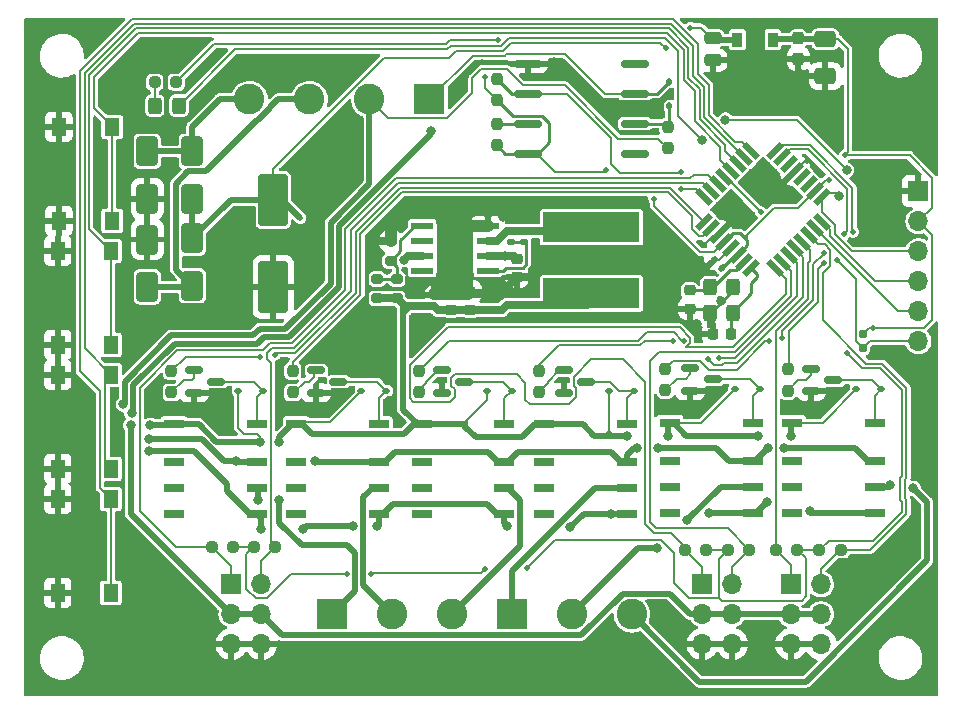
<source format=gbr>
%TF.GenerationSoftware,KiCad,Pcbnew,7.0.7*%
%TF.CreationDate,2024-01-29T23:46:24+01:00*%
%TF.ProjectId,OS-servoDriver_relay,4f532d73-6572-4766-9f44-72697665725f,rev?*%
%TF.SameCoordinates,Original*%
%TF.FileFunction,Copper,L1,Top*%
%TF.FilePolarity,Positive*%
%FSLAX46Y46*%
G04 Gerber Fmt 4.6, Leading zero omitted, Abs format (unit mm)*
G04 Created by KiCad (PCBNEW 7.0.7) date 2024-01-29 23:46:24*
%MOMM*%
%LPD*%
G01*
G04 APERTURE LIST*
G04 Aperture macros list*
%AMRoundRect*
0 Rectangle with rounded corners*
0 $1 Rounding radius*
0 $2 $3 $4 $5 $6 $7 $8 $9 X,Y pos of 4 corners*
0 Add a 4 corners polygon primitive as box body*
4,1,4,$2,$3,$4,$5,$6,$7,$8,$9,$2,$3,0*
0 Add four circle primitives for the rounded corners*
1,1,$1+$1,$2,$3*
1,1,$1+$1,$4,$5*
1,1,$1+$1,$6,$7*
1,1,$1+$1,$8,$9*
0 Add four rect primitives between the rounded corners*
20,1,$1+$1,$2,$3,$4,$5,0*
20,1,$1+$1,$4,$5,$6,$7,0*
20,1,$1+$1,$6,$7,$8,$9,0*
20,1,$1+$1,$8,$9,$2,$3,0*%
%AMRotRect*
0 Rectangle, with rotation*
0 The origin of the aperture is its center*
0 $1 length*
0 $2 width*
0 $3 Rotation angle, in degrees counterclockwise*
0 Add horizontal line*
21,1,$1,$2,0,0,$3*%
%AMFreePoly0*
4,1,9,3.862500,-0.866500,0.737500,-0.866500,0.737500,-0.450000,-0.737500,-0.450000,-0.737500,0.450000,0.737500,0.450000,0.737500,0.866500,3.862500,0.866500,3.862500,-0.866500,3.862500,-0.866500,$1*%
G04 Aperture macros list end*
%TA.AperFunction,ComponentPad*%
%ADD10R,2.600000X2.600000*%
%TD*%
%TA.AperFunction,ComponentPad*%
%ADD11C,2.600000*%
%TD*%
%TA.AperFunction,SMDPad,CuDef*%
%ADD12R,8.200000X2.600000*%
%TD*%
%TA.AperFunction,SMDPad,CuDef*%
%ADD13RoundRect,0.237500X0.237500X-0.250000X0.237500X0.250000X-0.237500X0.250000X-0.237500X-0.250000X0*%
%TD*%
%TA.AperFunction,SMDPad,CuDef*%
%ADD14RoundRect,0.112500X-0.187500X-0.112500X0.187500X-0.112500X0.187500X0.112500X-0.187500X0.112500X0*%
%TD*%
%TA.AperFunction,SMDPad,CuDef*%
%ADD15RoundRect,0.225000X-0.250000X0.225000X-0.250000X-0.225000X0.250000X-0.225000X0.250000X0.225000X0*%
%TD*%
%TA.AperFunction,SMDPad,CuDef*%
%ADD16RoundRect,0.140000X0.170000X-0.140000X0.170000X0.140000X-0.170000X0.140000X-0.170000X-0.140000X0*%
%TD*%
%TA.AperFunction,SMDPad,CuDef*%
%ADD17RoundRect,0.250000X0.650000X-1.000000X0.650000X1.000000X-0.650000X1.000000X-0.650000X-1.000000X0*%
%TD*%
%TA.AperFunction,SMDPad,CuDef*%
%ADD18RoundRect,0.112500X0.112500X-0.187500X0.112500X0.187500X-0.112500X0.187500X-0.112500X-0.187500X0*%
%TD*%
%TA.AperFunction,SMDPad,CuDef*%
%ADD19RoundRect,0.225000X0.250000X-0.225000X0.250000X0.225000X-0.250000X0.225000X-0.250000X-0.225000X0*%
%TD*%
%TA.AperFunction,SMDPad,CuDef*%
%ADD20R,1.800000X0.800000*%
%TD*%
%TA.AperFunction,SMDPad,CuDef*%
%ADD21RoundRect,0.250000X-0.650000X1.000000X-0.650000X-1.000000X0.650000X-1.000000X0.650000X1.000000X0*%
%TD*%
%TA.AperFunction,SMDPad,CuDef*%
%ADD22RoundRect,0.160000X0.160000X-0.197500X0.160000X0.197500X-0.160000X0.197500X-0.160000X-0.197500X0*%
%TD*%
%TA.AperFunction,SMDPad,CuDef*%
%ADD23RoundRect,0.250000X-0.475000X0.250000X-0.475000X-0.250000X0.475000X-0.250000X0.475000X0.250000X0*%
%TD*%
%TA.AperFunction,SMDPad,CuDef*%
%ADD24RoundRect,0.237500X0.250000X0.237500X-0.250000X0.237500X-0.250000X-0.237500X0.250000X-0.237500X0*%
%TD*%
%TA.AperFunction,SMDPad,CuDef*%
%ADD25R,1.300000X1.550000*%
%TD*%
%TA.AperFunction,SMDPad,CuDef*%
%ADD26R,1.910000X0.610000*%
%TD*%
%TA.AperFunction,SMDPad,CuDef*%
%ADD27R,1.205000X1.550000*%
%TD*%
%TA.AperFunction,SMDPad,CuDef*%
%ADD28RoundRect,0.250000X-1.000000X1.950000X-1.000000X-1.950000X1.000000X-1.950000X1.000000X1.950000X0*%
%TD*%
%TA.AperFunction,SMDPad,CuDef*%
%ADD29RoundRect,0.150000X-0.587500X-0.150000X0.587500X-0.150000X0.587500X0.150000X-0.587500X0.150000X0*%
%TD*%
%TA.AperFunction,SMDPad,CuDef*%
%ADD30RoundRect,0.200000X0.275000X-0.200000X0.275000X0.200000X-0.275000X0.200000X-0.275000X-0.200000X0*%
%TD*%
%TA.AperFunction,ComponentPad*%
%ADD31R,1.700000X1.700000*%
%TD*%
%TA.AperFunction,ComponentPad*%
%ADD32O,1.700000X1.700000*%
%TD*%
%TA.AperFunction,SMDPad,CuDef*%
%ADD33RoundRect,0.250000X-0.650000X0.412500X-0.650000X-0.412500X0.650000X-0.412500X0.650000X0.412500X0*%
%TD*%
%TA.AperFunction,SMDPad,CuDef*%
%ADD34RoundRect,0.162500X1.012500X0.162500X-1.012500X0.162500X-1.012500X-0.162500X1.012500X-0.162500X0*%
%TD*%
%TA.AperFunction,SMDPad,CuDef*%
%ADD35RoundRect,0.237500X-0.237500X0.300000X-0.237500X-0.300000X0.237500X-0.300000X0.237500X0.300000X0*%
%TD*%
%TA.AperFunction,SMDPad,CuDef*%
%ADD36RoundRect,0.300000X-0.300000X0.400000X-0.300000X-0.400000X0.300000X-0.400000X0.300000X0.400000X0*%
%TD*%
%TA.AperFunction,SMDPad,CuDef*%
%ADD37R,0.900000X1.300000*%
%TD*%
%TA.AperFunction,SMDPad,CuDef*%
%ADD38FreePoly0,270.000000*%
%TD*%
%TA.AperFunction,SMDPad,CuDef*%
%ADD39RotRect,1.600000X0.550000X45.000000*%
%TD*%
%TA.AperFunction,SMDPad,CuDef*%
%ADD40RotRect,1.600000X0.550000X135.000000*%
%TD*%
%TA.AperFunction,SMDPad,CuDef*%
%ADD41RoundRect,0.225000X-0.225000X-0.250000X0.225000X-0.250000X0.225000X0.250000X-0.225000X0.250000X0*%
%TD*%
%TA.AperFunction,SMDPad,CuDef*%
%ADD42RoundRect,0.200000X-0.275000X0.200000X-0.275000X-0.200000X0.275000X-0.200000X0.275000X0.200000X0*%
%TD*%
%TA.AperFunction,SMDPad,CuDef*%
%ADD43RoundRect,0.237500X-0.250000X-0.237500X0.250000X-0.237500X0.250000X0.237500X-0.250000X0.237500X0*%
%TD*%
%TA.AperFunction,SMDPad,CuDef*%
%ADD44RoundRect,0.250000X0.325000X0.450000X-0.325000X0.450000X-0.325000X-0.450000X0.325000X-0.450000X0*%
%TD*%
%TA.AperFunction,SMDPad,CuDef*%
%ADD45RoundRect,0.140000X0.219203X0.021213X0.021213X0.219203X-0.219203X-0.021213X-0.021213X-0.219203X0*%
%TD*%
%TA.AperFunction,ViaPad*%
%ADD46C,0.500000*%
%TD*%
%TA.AperFunction,ViaPad*%
%ADD47C,0.800000*%
%TD*%
%TA.AperFunction,Conductor*%
%ADD48C,0.200000*%
%TD*%
%TA.AperFunction,Conductor*%
%ADD49C,0.700000*%
%TD*%
%TA.AperFunction,Conductor*%
%ADD50C,1.000000*%
%TD*%
%TA.AperFunction,Conductor*%
%ADD51C,0.250000*%
%TD*%
%TA.AperFunction,Conductor*%
%ADD52C,0.500000*%
%TD*%
G04 APERTURE END LIST*
D10*
%TO.P,J104,1,Pin_1*%
%TO.N,/servo3-4/FROG2*%
X212598000Y-153289000D03*
D11*
%TO.P,J104,2,Pin_2*%
%TO.N,/servo5-6/FROG1*%
X217678000Y-153289000D03*
%TO.P,J104,3,Pin_3*%
%TO.N,/servo5-6/FROG2*%
X222758000Y-153289000D03*
%TD*%
D10*
%TO.P,J103,1,Pin_1*%
%TO.N,/servo1-2/FROG1*%
X197358000Y-153289000D03*
D11*
%TO.P,J103,2,Pin_2*%
%TO.N,/servo1-2/FROG2*%
X202438000Y-153289000D03*
%TO.P,J103,3,Pin_3*%
%TO.N,/servo3-4/FROG1*%
X207518000Y-153289000D03*
%TD*%
D12*
%TO.P,L901,1,1*%
%TO.N,Net-(U901-SW)*%
X219329000Y-120517000D03*
%TO.P,L901,2,2*%
%TO.N,+5VA*%
X219329000Y-126117000D03*
%TD*%
D13*
%TO.P,R703,1*%
%TO.N,Net-(Q701-B)*%
X183769000Y-134516500D03*
%TO.P,R703,2*%
%TO.N,/atmega/bus1.relay1*%
X183769000Y-132691500D03*
%TD*%
D14*
%TO.P,D801,1,K*%
%TO.N,+5VA*%
X210532000Y-134366000D03*
%TO.P,D801,2,A*%
%TO.N,Net-(D801-A)*%
X212632000Y-134366000D03*
%TD*%
D15*
%TO.P,C901,1*%
%TO.N,VCC*%
X213025500Y-123177000D03*
%TO.P,C901,2*%
%TO.N,GND*%
X213025500Y-124727000D03*
%TD*%
D16*
%TO.P,C906,1*%
%TO.N,+5VA*%
X206040500Y-127224000D03*
%TO.P,C906,2*%
%TO.N,GND*%
X206040500Y-126264000D03*
%TD*%
D17*
%TO.P,D1101,1,K*%
%TO.N,VCC*%
X185547000Y-118108000D03*
%TO.P,D1101,2,A*%
%TO.N,/D_bridge/AC_1*%
X185547000Y-114108000D03*
%TD*%
D18*
%TO.P,D1001,1,K*%
%TO.N,Net-(D1001-K)*%
X225937000Y-110293000D03*
%TO.P,D1001,2,A*%
%TO.N,/DCC/DCC_B*%
X225937000Y-108193000D03*
%TD*%
D19*
%TO.P,C201,1*%
%TO.N,GND*%
X227641990Y-127429583D03*
%TO.P,C201,2*%
%TO.N,/atmega/X1*%
X227641990Y-125879583D03*
%TD*%
D20*
%TO.P,K802,1*%
%TO.N,+5VA*%
X215323646Y-137200000D03*
%TO.P,K802,2*%
%TO.N,unconnected-(K802-Pad2)*%
X215323646Y-140400000D03*
%TO.P,K802,3*%
%TO.N,unconnected-(K802-Pad3)*%
X215323646Y-142600000D03*
%TO.P,K802,4*%
%TO.N,unconnected-(K802-Pad4)*%
X215323646Y-144800000D03*
%TO.P,K802,5*%
%TO.N,/DCC/DCC_A*%
X222323646Y-144800000D03*
%TO.P,K802,6*%
%TO.N,/servo3-4/FROG2*%
X222323646Y-142600000D03*
%TO.P,K802,7*%
%TO.N,/DCC/DCC_B*%
X222323646Y-140400000D03*
%TO.P,K802,8*%
%TO.N,Net-(D802-A)*%
X222323646Y-137200000D03*
%TD*%
%TO.P,K701,1*%
%TO.N,+5VA*%
X184000000Y-137200000D03*
%TO.P,K701,2*%
%TO.N,unconnected-(K701-Pad2)*%
X184000000Y-140400000D03*
%TO.P,K701,3*%
%TO.N,unconnected-(K701-Pad3)*%
X184000000Y-142600000D03*
%TO.P,K701,4*%
%TO.N,unconnected-(K701-Pad4)*%
X184000000Y-144800000D03*
%TO.P,K701,5*%
%TO.N,/DCC/DCC_A*%
X191000000Y-144800000D03*
%TO.P,K701,6*%
%TO.N,/servo1-2/FROG1*%
X191000000Y-142600000D03*
%TO.P,K701,7*%
%TO.N,/DCC/DCC_B*%
X191000000Y-140400000D03*
%TO.P,K701,8*%
%TO.N,Net-(D701-A)*%
X191000000Y-137200000D03*
%TD*%
D21*
%TO.P,D1103,1,K*%
%TO.N,VCC*%
X185527000Y-121474000D03*
%TO.P,D1103,2,A*%
%TO.N,/D_bridge/AC_2*%
X185527000Y-125474000D03*
%TD*%
D16*
%TO.P,C902,1*%
%TO.N,Net-(U901-BS)*%
X212517500Y-121793000D03*
%TO.P,C902,2*%
%TO.N,Net-(U901-SW)*%
X212517500Y-120833000D03*
%TD*%
D22*
%TO.P,R202,1*%
%TO.N,/atmega/reset*%
X242316000Y-130772500D03*
%TO.P,R202,2*%
%TO.N,+5V*%
X242316000Y-129577500D03*
%TD*%
D23*
%TO.P,C301,1*%
%TO.N,VCC*%
X229616000Y-104486500D03*
%TO.P,C301,2*%
%TO.N,GND*%
X229616000Y-106386500D03*
%TD*%
D13*
%TO.P,R803,1*%
%TO.N,Net-(Q801-B)*%
X204724000Y-134516500D03*
%TO.P,R803,2*%
%TO.N,/atmega/bus2.relay1*%
X204724000Y-132691500D03*
%TD*%
D24*
%TO.P,R201,1*%
%TO.N,+5V*%
X184181000Y-108245000D03*
%TO.P,R201,2*%
%TO.N,Net-(D201-A)*%
X182356000Y-108245000D03*
%TD*%
D25*
%TO.P,SW604,1,1*%
%TO.N,GND*%
X174250000Y-119975000D03*
X174250000Y-112025000D03*
%TO.P,SW604,2,2*%
%TO.N,/atmega/sw4*%
X178750000Y-119975000D03*
X178750000Y-112025000D03*
%TD*%
D26*
%TO.P,U901,1,BS*%
%TO.N,Net-(U901-BS)*%
X210566000Y-124206000D03*
%TO.P,U901,2,Vin*%
%TO.N,VCC*%
X210566000Y-122936000D03*
%TO.P,U901,3,SW*%
%TO.N,Net-(U901-SW)*%
X210566000Y-121666000D03*
%TO.P,U901,4,GND*%
%TO.N,GND*%
X210566000Y-120396000D03*
%TO.P,U901,5,FB*%
%TO.N,Net-(U901-FB)*%
X205006000Y-120396000D03*
%TO.P,U901,6,NC*%
%TO.N,unconnected-(U901-NC-Pad6)*%
X205006000Y-121666000D03*
%TO.P,U901,7,EN*%
%TO.N,VCC*%
X205006000Y-122936000D03*
%TO.P,U901,8,NC*%
%TO.N,unconnected-(U901-NC-Pad8)*%
X205006000Y-124206000D03*
D27*
%TO.P,U901,9,GND*%
%TO.N,GND*%
X208388500Y-123076000D03*
X208388500Y-121526000D03*
X207183500Y-123076000D03*
X207183500Y-121526000D03*
%TD*%
D20*
%TO.P,K901,1*%
%TO.N,+5VA*%
X225973646Y-137099000D03*
%TO.P,K901,2*%
%TO.N,unconnected-(K901-Pad2)*%
X225973646Y-140299000D03*
%TO.P,K901,3*%
%TO.N,unconnected-(K901-Pad3)*%
X225973646Y-142499000D03*
%TO.P,K901,4*%
%TO.N,unconnected-(K901-Pad4)*%
X225973646Y-144699000D03*
%TO.P,K901,5*%
%TO.N,/DCC/DCC_A*%
X232973646Y-144699000D03*
%TO.P,K901,6*%
%TO.N,/servo5-6/FROG1*%
X232973646Y-142499000D03*
%TO.P,K901,7*%
%TO.N,/DCC/DCC_B*%
X232973646Y-140299000D03*
%TO.P,K901,8*%
%TO.N,Net-(D901-A)*%
X232973646Y-137099000D03*
%TD*%
D28*
%TO.P,C1101,1*%
%TO.N,VCC*%
X192405000Y-118203000D03*
%TO.P,C1101,2*%
%TO.N,GND*%
X192405000Y-125603000D03*
%TD*%
D25*
%TO.P,SW601,1,1*%
%TO.N,GND*%
X174153000Y-151475000D03*
X174153000Y-143525000D03*
%TO.P,SW601,2,2*%
%TO.N,/atmega/sw1*%
X178653000Y-151475000D03*
X178653000Y-143525000D03*
%TD*%
D29*
%TO.P,Q802,1,B*%
%TO.N,Net-(Q802-B)*%
X216994500Y-132654000D03*
%TO.P,Q802,2,E*%
%TO.N,GND*%
X216994500Y-134554000D03*
%TO.P,Q802,3,C*%
%TO.N,Net-(D802-A)*%
X218869500Y-133604000D03*
%TD*%
D30*
%TO.P,R901,1*%
%TO.N,+5VA*%
X201214500Y-126555000D03*
%TO.P,R901,2*%
%TO.N,Net-(U901-FB)*%
X201214500Y-124905000D03*
%TD*%
D19*
%TO.P,C905,1*%
%TO.N,+5VA*%
X209088500Y-127521000D03*
%TO.P,C905,2*%
%TO.N,GND*%
X209088500Y-125971000D03*
%TD*%
D24*
%TO.P,R905,1*%
%TO.N,/atmega/bus3.pin2*%
X240458000Y-147828000D03*
%TO.P,R905,2*%
%TO.N,+5V*%
X238633000Y-147828000D03*
%TD*%
D13*
%TO.P,R704,1*%
%TO.N,Net-(Q702-B)*%
X194056000Y-134516500D03*
%TO.P,R704,2*%
%TO.N,/atmega/bus1.relay2*%
X194056000Y-132691500D03*
%TD*%
D31*
%TO.P,J901,1,Pin_1*%
%TO.N,/atmega/bus3.pin1*%
X236220000Y-150749000D03*
D32*
%TO.P,J901,2,Pin_2*%
%TO.N,/atmega/bus3.pin2*%
X238760000Y-150749000D03*
%TO.P,J901,3,Pin_3*%
%TO.N,+5VA*%
X236220000Y-153289000D03*
%TO.P,J901,4,Pin_4*%
X238760000Y-153289000D03*
%TO.P,J901,5,Pin_5*%
%TO.N,GND*%
X236220000Y-155829000D03*
%TO.P,J901,6,Pin_6*%
X238760000Y-155829000D03*
%TD*%
D13*
%TO.P,R907,1*%
%TO.N,Net-(Q902-B)*%
X235966000Y-134389500D03*
%TO.P,R907,2*%
%TO.N,/atmega/bus3.relay2*%
X235966000Y-132564500D03*
%TD*%
D33*
%TO.P,C303,1*%
%TO.N,+5V*%
X239141000Y-104609500D03*
%TO.P,C303,2*%
%TO.N,GND*%
X239141000Y-107734500D03*
%TD*%
D31*
%TO.P,J701,1,Pin_1*%
%TO.N,/atmega/bus1.pin1*%
X188849000Y-150749000D03*
D32*
%TO.P,J701,2,Pin_2*%
%TO.N,/atmega/bus1.pin2*%
X191389000Y-150749000D03*
%TO.P,J701,3,Pin_3*%
%TO.N,+5VA*%
X188849000Y-153289000D03*
%TO.P,J701,4,Pin_4*%
X191389000Y-153289000D03*
%TO.P,J701,5,Pin_5*%
%TO.N,GND*%
X188849000Y-155829000D03*
%TO.P,J701,6,Pin_6*%
X191389000Y-155829000D03*
%TD*%
D29*
%TO.P,Q901,1,B*%
%TO.N,Net-(Q901-B)*%
X227711000Y-132466000D03*
%TO.P,Q901,2,E*%
%TO.N,GND*%
X227711000Y-134366000D03*
%TO.P,Q901,3,C*%
%TO.N,Net-(D901-A)*%
X229586000Y-133416000D03*
%TD*%
D14*
%TO.P,D701,1,K*%
%TO.N,+5VA*%
X189450000Y-134366000D03*
%TO.P,D701,2,A*%
%TO.N,Net-(D701-A)*%
X191550000Y-134366000D03*
%TD*%
D34*
%TO.P,U1001,1,NC*%
%TO.N,unconnected-(U1001-NC-Pad1)*%
X223012000Y-114300000D03*
%TO.P,U1001,2,A*%
%TO.N,Net-(D1001-K)*%
X223012000Y-111760000D03*
%TO.P,U1001,3,C*%
%TO.N,/DCC/DCC_B*%
X223012000Y-109220000D03*
%TO.P,U1001,4*%
%TO.N,N/C*%
X223012000Y-106680000D03*
%TO.P,U1001,5,GND*%
%TO.N,GND*%
X213962000Y-106680000D03*
%TO.P,U1001,6,VO*%
%TO.N,/DCC/DCC_TTL*%
X213962000Y-109220000D03*
%TO.P,U1001,7,EN*%
%TO.N,Net-(U1001-EN)*%
X213962000Y-111760000D03*
%TO.P,U1001,8,VCC*%
%TO.N,+5V*%
X213962000Y-114300000D03*
%TD*%
D30*
%TO.P,R902,1*%
%TO.N,Net-(U901-FB)*%
X202357500Y-123380000D03*
%TO.P,R902,2*%
%TO.N,GND*%
X202357500Y-121730000D03*
%TD*%
D31*
%TO.P,J201,1,Pin_1*%
%TO.N,GND*%
X247015000Y-117475000D03*
D32*
%TO.P,J201,2,Pin_2*%
%TO.N,+5V*%
X247015000Y-120015000D03*
%TO.P,J201,3,Pin_3*%
%TO.N,/atmega/LED*%
X247015000Y-122555000D03*
%TO.P,J201,4,Pin_4*%
%TO.N,/atmega/MISO*%
X247015000Y-125095000D03*
%TO.P,J201,5,Pin_5*%
%TO.N,/atmega/MOSI*%
X247015000Y-127635000D03*
%TO.P,J201,6,Pin_6*%
%TO.N,/atmega/reset*%
X247015000Y-130175000D03*
%TD*%
D35*
%TO.P,C302,1*%
%TO.N,+5V*%
X236855000Y-104547500D03*
%TO.P,C302,2*%
%TO.N,GND*%
X236855000Y-106272500D03*
%TD*%
D24*
%TO.P,R802,1*%
%TO.N,/atmega/bus2.pin2*%
X232711000Y-147828000D03*
%TO.P,R802,2*%
%TO.N,+5V*%
X230886000Y-147828000D03*
%TD*%
D14*
%TO.P,D702,1,K*%
%TO.N,+5VA*%
X199864000Y-134366000D03*
%TO.P,D702,2,A*%
%TO.N,Net-(D702-A)*%
X201964000Y-134366000D03*
%TD*%
D13*
%TO.P,R1001,1*%
%TO.N,/DCC/DCC_A*%
X225810000Y-113838500D03*
%TO.P,R1001,2*%
%TO.N,Net-(D1001-K)*%
X225810000Y-112013500D03*
%TD*%
D20*
%TO.P,K702,1*%
%TO.N,+5VA*%
X194350000Y-137200000D03*
%TO.P,K702,2*%
%TO.N,unconnected-(K702-Pad2)*%
X194350000Y-140400000D03*
%TO.P,K702,3*%
%TO.N,unconnected-(K702-Pad3)*%
X194350000Y-142600000D03*
%TO.P,K702,4*%
%TO.N,unconnected-(K702-Pad4)*%
X194350000Y-144800000D03*
%TO.P,K702,5*%
%TO.N,/DCC/DCC_A*%
X201350000Y-144800000D03*
%TO.P,K702,6*%
%TO.N,/servo1-2/FROG2*%
X201350000Y-142600000D03*
%TO.P,K702,7*%
%TO.N,/DCC/DCC_B*%
X201350000Y-140400000D03*
%TO.P,K702,8*%
%TO.N,Net-(D702-A)*%
X201350000Y-137200000D03*
%TD*%
D24*
%TO.P,R702,1*%
%TO.N,/atmega/bus1.pin2*%
X192579000Y-147574000D03*
%TO.P,R702,2*%
%TO.N,+5V*%
X190754000Y-147574000D03*
%TD*%
D13*
%TO.P,R906,1*%
%TO.N,Net-(Q901-B)*%
X225600500Y-134328500D03*
%TO.P,R906,2*%
%TO.N,/atmega/bus3.relay1*%
X225600500Y-132503500D03*
%TD*%
D36*
%TO.P,Y201,1,1*%
%TO.N,/atmega/X1*%
X229392990Y-125597583D03*
%TO.P,Y201,2,GND*%
%TO.N,GND*%
X229392990Y-127797583D03*
%TO.P,Y201,3,3*%
%TO.N,/atmega/X2*%
X231292990Y-127797583D03*
%TO.P,Y201,4,GND*%
%TO.N,GND*%
X231292990Y-125597583D03*
%TD*%
D20*
%TO.P,K902,1*%
%TO.N,+5VA*%
X236323646Y-137099000D03*
%TO.P,K902,2*%
%TO.N,unconnected-(K902-Pad2)*%
X236323646Y-140299000D03*
%TO.P,K902,3*%
%TO.N,unconnected-(K902-Pad3)*%
X236323646Y-142499000D03*
%TO.P,K902,4*%
%TO.N,unconnected-(K902-Pad4)*%
X236323646Y-144699000D03*
%TO.P,K902,5*%
%TO.N,/DCC/DCC_A*%
X243323646Y-144699000D03*
%TO.P,K902,6*%
%TO.N,/servo5-6/FROG2*%
X243323646Y-142499000D03*
%TO.P,K902,7*%
%TO.N,/DCC/DCC_B*%
X243323646Y-140299000D03*
%TO.P,K902,8*%
%TO.N,Net-(D902-A)*%
X243323646Y-137099000D03*
%TD*%
D29*
%TO.P,Q702,1,B*%
%TO.N,Net-(Q702-B)*%
X196039500Y-132654000D03*
%TO.P,Q702,2,E*%
%TO.N,GND*%
X196039500Y-134554000D03*
%TO.P,Q702,3,C*%
%TO.N,Net-(D702-A)*%
X197914500Y-133604000D03*
%TD*%
D25*
%TO.P,SW602,1,1*%
%TO.N,GND*%
X174153000Y-140975000D03*
X174153000Y-133025000D03*
%TO.P,SW602,2,2*%
%TO.N,/atmega/sw2*%
X178653000Y-140975000D03*
X178653000Y-133025000D03*
%TD*%
D16*
%TO.P,C903,1*%
%TO.N,Net-(U901-BS)*%
X213660500Y-121793000D03*
%TO.P,C903,2*%
%TO.N,Net-(U901-SW)*%
X213660500Y-120833000D03*
%TD*%
D14*
%TO.P,D802,1,K*%
%TO.N,+5VA*%
X220819000Y-134366000D03*
%TO.P,D802,2,A*%
%TO.N,Net-(D802-A)*%
X222919000Y-134366000D03*
%TD*%
D37*
%TO.P,U301,1,OUT*%
%TO.N,+5V*%
X234696000Y-104648000D03*
D38*
%TO.P,U301,2,GND*%
%TO.N,GND*%
X233196000Y-104735500D03*
D37*
%TO.P,U301,3,IN*%
%TO.N,VCC*%
X231696000Y-104648000D03*
%TD*%
D21*
%TO.P,D1102,1,K*%
%TO.N,/D_bridge/AC_1*%
X181737000Y-114110000D03*
%TO.P,D1102,2,A*%
%TO.N,GND*%
X181737000Y-118110000D03*
%TD*%
D39*
%TO.P,U202,1,PD3*%
%TO.N,/atmega/bus1.relay1*%
X228888887Y-120049888D03*
%TO.P,U202,2,PD4*%
%TO.N,/atmega/bus1.relay2*%
X229454573Y-120615573D03*
%TO.P,U202,3,GND*%
%TO.N,GND*%
X230020258Y-121181259D03*
%TO.P,U202,4,VCC*%
%TO.N,+5V*%
X230585943Y-121746944D03*
%TO.P,U202,5,GND*%
%TO.N,GND*%
X231151629Y-122312630D03*
%TO.P,U202,6,VCC*%
%TO.N,+5V*%
X231717314Y-122878315D03*
%TO.P,U202,7,XTAL1/PB6*%
%TO.N,/atmega/X1*%
X232283000Y-123444000D03*
%TO.P,U202,8,XTAL2/PB7*%
%TO.N,/atmega/X2*%
X232848685Y-124009686D03*
D40*
%TO.P,U202,9,PD5*%
%TO.N,/atmega/bus2.pin1*%
X234899295Y-124009686D03*
%TO.P,U202,10,PD6*%
%TO.N,/atmega/bus2.pin2*%
X235464980Y-123444000D03*
%TO.P,U202,11,PD7*%
%TO.N,/atmega/bus2.relay1*%
X236030666Y-122878315D03*
%TO.P,U202,12,PB0*%
%TO.N,/atmega/bus2.relay2*%
X236596351Y-122312630D03*
%TO.P,U202,13,PB1*%
%TO.N,/atmega/bus3.pin1*%
X237162037Y-121746944D03*
%TO.P,U202,14,PB2*%
%TO.N,/atmega/bus3.pin2*%
X237727722Y-121181259D03*
%TO.P,U202,15,PB3*%
%TO.N,/atmega/MOSI*%
X238293407Y-120615573D03*
%TO.P,U202,16,PB4*%
%TO.N,/atmega/MISO*%
X238859093Y-120049888D03*
D39*
%TO.P,U202,17,PB5*%
%TO.N,/atmega/LED*%
X238859093Y-117999278D03*
%TO.P,U202,18,AVCC*%
%TO.N,+5V*%
X238293407Y-117433593D03*
%TO.P,U202,19,ADC6*%
%TO.N,unconnected-(U202-ADC6-Pad19)*%
X237727722Y-116867907D03*
%TO.P,U202,20,AREF*%
%TO.N,unconnected-(U202-AREF-Pad20)*%
X237162037Y-116302222D03*
%TO.P,U202,21,GND*%
%TO.N,GND*%
X236596351Y-115736536D03*
%TO.P,U202,22,ADC7*%
%TO.N,unconnected-(U202-ADC7-Pad22)*%
X236030666Y-115170851D03*
%TO.P,U202,23,PC0*%
%TO.N,/atmega/bus3.relay1*%
X235464980Y-114605166D03*
%TO.P,U202,24,PC1*%
%TO.N,/atmega/bus3.relay2*%
X234899295Y-114039480D03*
D40*
%TO.P,U202,25,PC2*%
%TO.N,/atmega/sw1*%
X232848685Y-114039480D03*
%TO.P,U202,26,PC3*%
%TO.N,/atmega/sw2*%
X232283000Y-114605166D03*
%TO.P,U202,27,PC4*%
%TO.N,/atmega/sw3*%
X231717314Y-115170851D03*
%TO.P,U202,28,PC5*%
%TO.N,/atmega/sw4*%
X231151629Y-115736536D03*
%TO.P,U202,29,~{RESET}/PC6*%
%TO.N,/atmega/reset*%
X230585943Y-116302222D03*
%TO.P,U202,30,PD0*%
%TO.N,/atmega/bus1.pin1*%
X230020258Y-116867907D03*
%TO.P,U202,31,PD1*%
%TO.N,/atmega/bus1.pin2*%
X229454573Y-117433593D03*
%TO.P,U202,32,PD2*%
%TO.N,/DCC/DCC_TTL*%
X228888887Y-117999278D03*
%TD*%
D29*
%TO.P,Q701,1,B*%
%TO.N,Net-(Q701-B)*%
X185704000Y-132654000D03*
%TO.P,Q701,2,E*%
%TO.N,GND*%
X185704000Y-134554000D03*
%TO.P,Q701,3,C*%
%TO.N,Net-(D701-A)*%
X187579000Y-133604000D03*
%TD*%
D41*
%TO.P,C203,1*%
%TO.N,GND*%
X229628990Y-129575583D03*
%TO.P,C203,2*%
%TO.N,/atmega/X2*%
X231178990Y-129575583D03*
%TD*%
D31*
%TO.P,J801,1,Pin_1*%
%TO.N,/atmega/bus2.pin1*%
X228727000Y-150749000D03*
D32*
%TO.P,J801,2,Pin_2*%
%TO.N,/atmega/bus2.pin2*%
X231267000Y-150749000D03*
%TO.P,J801,3,Pin_3*%
%TO.N,+5VA*%
X228727000Y-153289000D03*
%TO.P,J801,4,Pin_4*%
X231267000Y-153289000D03*
%TO.P,J801,5,Pin_5*%
%TO.N,GND*%
X228727000Y-155829000D03*
%TO.P,J801,6,Pin_6*%
X231267000Y-155829000D03*
%TD*%
D17*
%TO.P,D1104,1,K*%
%TO.N,/D_bridge/AC_2*%
X181737000Y-125569000D03*
%TO.P,D1104,2,A*%
%TO.N,GND*%
X181737000Y-121569000D03*
%TD*%
D10*
%TO.P,J101,1,Pin_1*%
%TO.N,/DCC/DCC_B*%
X205620000Y-109695000D03*
D11*
%TO.P,J101,2,Pin_2*%
%TO.N,/DCC/DCC_A*%
X200540000Y-109695000D03*
%TO.P,J101,3,Pin_3*%
%TO.N,/D_bridge/AC_2*%
X195460000Y-109695000D03*
%TO.P,J101,4,Pin_4*%
%TO.N,/D_bridge/AC_1*%
X190380000Y-109695000D03*
%TD*%
D42*
%TO.P,R903,1*%
%TO.N,Net-(U901-FB)*%
X202865500Y-124905000D03*
%TO.P,R903,2*%
%TO.N,+5VA*%
X202865500Y-126555000D03*
%TD*%
D29*
%TO.P,Q902,1,B*%
%TO.N,Net-(Q902-B)*%
X237949500Y-132527000D03*
%TO.P,Q902,2,E*%
%TO.N,GND*%
X237949500Y-134427000D03*
%TO.P,Q902,3,C*%
%TO.N,Net-(D902-A)*%
X239824500Y-133477000D03*
%TD*%
D43*
%TO.P,R904,1*%
%TO.N,/atmega/bus3.pin1*%
X234950000Y-147828000D03*
%TO.P,R904,2*%
%TO.N,+5V*%
X236775000Y-147828000D03*
%TD*%
D44*
%TO.P,D201,1,K*%
%TO.N,/atmega/LED*%
X184404000Y-110236000D03*
%TO.P,D201,2,A*%
%TO.N,Net-(D201-A)*%
X182354000Y-110236000D03*
%TD*%
D43*
%TO.P,R701,1*%
%TO.N,/atmega/bus1.pin1*%
X187174500Y-147574000D03*
%TO.P,R701,2*%
%TO.N,+5V*%
X188999500Y-147574000D03*
%TD*%
D13*
%TO.P,R1003,1*%
%TO.N,+5V*%
X211332000Y-109774500D03*
%TO.P,R1003,2*%
%TO.N,/DCC/DCC_TTL*%
X211332000Y-107949500D03*
%TD*%
%TO.P,R1002,1*%
%TO.N,+5V*%
X211332000Y-113584500D03*
%TO.P,R1002,2*%
%TO.N,Net-(U1001-EN)*%
X211332000Y-111759500D03*
%TD*%
%TO.P,R804,1*%
%TO.N,Net-(Q802-B)*%
X214884000Y-134516500D03*
%TO.P,R804,2*%
%TO.N,/atmega/bus2.relay2*%
X214884000Y-132691500D03*
%TD*%
D45*
%TO.P,C202,1*%
%TO.N,+5V*%
X230403990Y-123987583D03*
%TO.P,C202,2*%
%TO.N,GND*%
X229725168Y-123308761D03*
%TD*%
D14*
%TO.P,D901,1,K*%
%TO.N,+5VA*%
X231487000Y-134239000D03*
%TO.P,D901,2,A*%
%TO.N,Net-(D901-A)*%
X233587000Y-134239000D03*
%TD*%
D43*
%TO.P,R801,1*%
%TO.N,/atmega/bus2.pin1*%
X227226500Y-147828000D03*
%TO.P,R801,2*%
%TO.N,+5V*%
X229051500Y-147828000D03*
%TD*%
D19*
%TO.P,C904,1*%
%TO.N,+5VA*%
X207422500Y-127521000D03*
%TO.P,C904,2*%
%TO.N,GND*%
X207422500Y-125971000D03*
%TD*%
D29*
%TO.P,Q801,1,B*%
%TO.N,Net-(Q801-B)*%
X206707500Y-132654000D03*
%TO.P,Q801,2,E*%
%TO.N,GND*%
X206707500Y-134554000D03*
%TO.P,Q801,3,C*%
%TO.N,Net-(D801-A)*%
X208582500Y-133604000D03*
%TD*%
D20*
%TO.P,K801,1*%
%TO.N,+5VA*%
X204973646Y-137200000D03*
%TO.P,K801,2*%
%TO.N,unconnected-(K801-Pad2)*%
X204973646Y-140400000D03*
%TO.P,K801,3*%
%TO.N,unconnected-(K801-Pad3)*%
X204973646Y-142600000D03*
%TO.P,K801,4*%
%TO.N,unconnected-(K801-Pad4)*%
X204973646Y-144800000D03*
%TO.P,K801,5*%
%TO.N,/DCC/DCC_A*%
X211973646Y-144800000D03*
%TO.P,K801,6*%
%TO.N,/servo3-4/FROG1*%
X211973646Y-142600000D03*
%TO.P,K801,7*%
%TO.N,/DCC/DCC_B*%
X211973646Y-140400000D03*
%TO.P,K801,8*%
%TO.N,Net-(D801-A)*%
X211973646Y-137200000D03*
%TD*%
D25*
%TO.P,SW603,1,1*%
%TO.N,GND*%
X174153000Y-130475000D03*
X174153000Y-122525000D03*
%TO.P,SW603,2,2*%
%TO.N,/atmega/sw3*%
X178653000Y-130475000D03*
X178653000Y-122525000D03*
%TD*%
D14*
%TO.P,D902,1,K*%
%TO.N,+5VA*%
X241774000Y-134239000D03*
%TO.P,D902,2,A*%
%TO.N,Net-(D902-A)*%
X243874000Y-134239000D03*
%TD*%
D46*
%TO.N,GND*%
X182499000Y-134112000D03*
X241554000Y-151765000D03*
D47*
X228244990Y-128686583D03*
D46*
X242189000Y-112776000D03*
X219202000Y-109474000D03*
X177927000Y-103886000D03*
X189357000Y-123698000D03*
X187071000Y-106426000D03*
D47*
X208834500Y-124587000D03*
D46*
X240157000Y-113157000D03*
X182880000Y-111887000D03*
X187960000Y-108331000D03*
X187198000Y-134620000D03*
X172212000Y-131572000D03*
X214757000Y-128270000D03*
X204216000Y-118618000D03*
X248000000Y-150000000D03*
X190246000Y-106426000D03*
X207137000Y-118364000D03*
X198628000Y-110998000D03*
X204597000Y-125857000D03*
X243713000Y-131191000D03*
X192786000Y-132207000D03*
X174117000Y-113792000D03*
D47*
X235204000Y-106299000D03*
D46*
X227711000Y-135255000D03*
X241681000Y-156464000D03*
X172339000Y-121158000D03*
X201676000Y-132207000D03*
D47*
X230276990Y-126781583D03*
D46*
X204343000Y-130556000D03*
X173990000Y-135001000D03*
X173990000Y-118110000D03*
X240538000Y-134366000D03*
X233045000Y-103124000D03*
X229235000Y-134366000D03*
X242316000Y-121793000D03*
X192659000Y-125222000D03*
X194691000Y-157099000D03*
X228092000Y-136271000D03*
X174244000Y-128397000D03*
D47*
X206802500Y-120142000D03*
D46*
X183515000Y-115570000D03*
X195707000Y-135636000D03*
D47*
X228879990Y-123860583D03*
D46*
X221107000Y-156083000D03*
D47*
X239141000Y-106172000D03*
X231267000Y-106299000D03*
D46*
X224663000Y-157988000D03*
X174117000Y-124333000D03*
X200025000Y-127889000D03*
D47*
X207818500Y-120142000D03*
D46*
X179578000Y-145542000D03*
X201041000Y-156591000D03*
X212725000Y-128143000D03*
D47*
X207818500Y-124587000D03*
D46*
X245491000Y-121285000D03*
X209169000Y-118364000D03*
X225298000Y-135763000D03*
X193167000Y-135890000D03*
X245745000Y-115316000D03*
X180721000Y-149098000D03*
D47*
X200960500Y-121666000D03*
D46*
X179451000Y-116078000D03*
X237871000Y-135255000D03*
X239268000Y-109347000D03*
D47*
X208834500Y-120142000D03*
D46*
X205232000Y-128524000D03*
X224282000Y-110363000D03*
X237617000Y-114935000D03*
X235966000Y-135763000D03*
X225552000Y-153797000D03*
X245000000Y-149000000D03*
X228854000Y-122047000D03*
X211836000Y-156845000D03*
X247904000Y-114554000D03*
X185039000Y-127635000D03*
X242189000Y-115443000D03*
X198628000Y-107696000D03*
X188214000Y-137541000D03*
X172339000Y-142367000D03*
X198120000Y-115062000D03*
X234315000Y-109474000D03*
X208026000Y-108712000D03*
D47*
X211882500Y-119634000D03*
D46*
X225806000Y-128016000D03*
X189992000Y-126619000D03*
X180594000Y-123698000D03*
X180594000Y-130937000D03*
D47*
X216158000Y-106576000D03*
D46*
X197866000Y-117856000D03*
X247500000Y-110500000D03*
X238252000Y-136271000D03*
X174244000Y-139065000D03*
X184658000Y-152781000D03*
X182753000Y-123698000D03*
X185674000Y-123571000D03*
X180721000Y-110109000D03*
X181864000Y-116078000D03*
X216916000Y-133604000D03*
X202057000Y-128016000D03*
D47*
X214295500Y-124714000D03*
D46*
X192786000Y-122428000D03*
X241173000Y-103886000D03*
X174498000Y-109855000D03*
X196977000Y-131318000D03*
D47*
X237109000Y-107569000D03*
D46*
X239395000Y-134493000D03*
X236728000Y-103124000D03*
X173863000Y-145034000D03*
X231267000Y-109347000D03*
D47*
X235204000Y-107696000D03*
X231267000Y-107950000D03*
D46*
X247904000Y-132461000D03*
X199390000Y-106299000D03*
X229616000Y-103124000D03*
X198501000Y-129794000D03*
X179451000Y-107569000D03*
X210058000Y-106553000D03*
X235966000Y-109601000D03*
D47*
X202357500Y-120523000D03*
D46*
X185674000Y-105156000D03*
D47*
X229616000Y-107696000D03*
X212263500Y-125603000D03*
D46*
X172339000Y-112014000D03*
D47*
X206802500Y-124587000D03*
D46*
X240411000Y-149225000D03*
X242697000Y-119761000D03*
X206629000Y-133731000D03*
D47*
X210612500Y-119380000D03*
D46*
X213995000Y-107823000D03*
X247523000Y-141478000D03*
X185420000Y-135636000D03*
X197485000Y-134620000D03*
X232791000Y-109474000D03*
X246634000Y-145796000D03*
X241000000Y-159500000D03*
X195834000Y-119507000D03*
X188214000Y-125730000D03*
%TO.N,+5V*%
X240934175Y-131175825D03*
X213888581Y-149372581D03*
X224663000Y-118122953D03*
X198600500Y-149860000D03*
X240792000Y-114427000D03*
X200699500Y-149860000D03*
X220599000Y-115697000D03*
X239450944Y-116530056D03*
X211455000Y-104649500D03*
X210312000Y-149479000D03*
X210312000Y-107823000D03*
X243205000Y-129025000D03*
%TO.N,VCC*%
X225619572Y-105342428D03*
D47*
X212009500Y-122936000D03*
D46*
X194691000Y-119761000D03*
D47*
X203502050Y-123260050D03*
D46*
X227718556Y-103624444D03*
D47*
%TO.N,+5VA*%
X180340000Y-137287000D03*
X233426000Y-138176000D03*
X225806000Y-138176000D03*
X181991000Y-137287000D03*
X222377000Y-138199502D03*
X191262000Y-138684000D03*
X192913000Y-138684000D03*
X236220000Y-138176000D03*
%TO.N,/atmega/LED*%
X240255899Y-117856000D03*
X228657109Y-113099891D03*
X240934465Y-115681535D03*
X230685382Y-111452618D03*
%TO.N,/DCC/DCC_B*%
X189230000Y-140335000D03*
X235649500Y-139192000D03*
X205740000Y-112395000D03*
X223201500Y-139192000D03*
X180402500Y-136271000D03*
X234250500Y-139192000D03*
X225000500Y-139192000D03*
X195961000Y-140335000D03*
X181864000Y-138430000D03*
%TO.N,/DCC/DCC_A*%
X179702500Y-135509000D03*
X181864000Y-139446000D03*
X194945000Y-146050000D03*
X212217000Y-145796000D03*
X217551000Y-145923000D03*
X220980000Y-144800000D03*
X229281016Y-144699016D03*
X201168000Y-145796000D03*
X237871000Y-144526000D03*
X199136000Y-145796000D03*
X191389000Y-146050000D03*
X234188000Y-143764000D03*
D46*
%TO.N,/atmega/reset*%
X240115018Y-123317000D03*
X233672444Y-119245444D03*
%TO.N,/DCC/DCC_TTL*%
X226949000Y-115823953D03*
X226949000Y-117322953D03*
D47*
%TO.N,/servo1-2/FROG1*%
X192899500Y-143637000D03*
X191135000Y-143637000D03*
%TO.N,/servo5-6/FROG2*%
X244602000Y-142367000D03*
X246571500Y-142621000D03*
%TO.N,/servo5-6/FROG1*%
X224917000Y-147701000D03*
X227457000Y-145321657D03*
D46*
%TO.N,/atmega/bus1.relay1*%
X191262000Y-131486500D03*
X192532000Y-131318000D03*
%TO.N,/atmega/bus2.relay1*%
X227139500Y-130133500D03*
X230124000Y-131632500D03*
%TO.N,/atmega/bus2.relay2*%
X226257828Y-130133940D03*
X229235000Y-131699000D03*
%TO.N,/atmega/bus3.relay1*%
X240704659Y-121118341D03*
X234400500Y-130175000D03*
X239015518Y-122680482D03*
X235499500Y-129921000D03*
%TO.N,/atmega/bus3.relay2*%
X241503270Y-120909887D03*
X239006644Y-123563644D03*
%TD*%
D48*
%TO.N,GND*%
X237397887Y-114935000D02*
X236596351Y-115736536D01*
D49*
X214295500Y-124714000D02*
X213038500Y-124714000D01*
D50*
X202357500Y-120523000D02*
X202332500Y-120548000D01*
D48*
X229719741Y-121181259D02*
X228854000Y-122047000D01*
X230020258Y-121181259D02*
X229719741Y-121181259D01*
D50*
X208885500Y-126174000D02*
X208199500Y-126174000D01*
X206802500Y-120142000D02*
X206802500Y-124587000D01*
D51*
X231292990Y-125897583D02*
X230408990Y-126781583D01*
D50*
X206040500Y-126174000D02*
X206802500Y-125412000D01*
X207818500Y-124587000D02*
X207818500Y-125575000D01*
X207818500Y-125575000D02*
X207422500Y-125971000D01*
D51*
X229024990Y-127429583D02*
X229392990Y-127797583D01*
D50*
X202332500Y-120548000D02*
X202332500Y-121730000D01*
X210566000Y-120396000D02*
X209088500Y-120396000D01*
D51*
X231292990Y-125597583D02*
X231292990Y-125897583D01*
D50*
X208834500Y-125717000D02*
X209088500Y-125971000D01*
D48*
X229725168Y-123308761D02*
X230155498Y-123308761D01*
D49*
X211578500Y-126174000D02*
X208199500Y-126174000D01*
D50*
X209088500Y-125971000D02*
X208885500Y-126174000D01*
D49*
X213038500Y-124714000D02*
X213025500Y-124727000D01*
D48*
X237617000Y-114935000D02*
X237397887Y-114935000D01*
D51*
X229628990Y-128033583D02*
X229392990Y-127797583D01*
D50*
X208199500Y-126174000D02*
X206040500Y-126174000D01*
D49*
X201024500Y-121730000D02*
X200960500Y-121666000D01*
D50*
X208834500Y-124587000D02*
X208834500Y-125717000D01*
D48*
X229431812Y-123308761D02*
X228879990Y-123860583D01*
D51*
X230276990Y-126913583D02*
X229392990Y-127797583D01*
X230408990Y-126781583D02*
X230276990Y-126781583D01*
X229628990Y-129575583D02*
X229628990Y-128033583D01*
X230276990Y-126781583D02*
X230276990Y-126913583D01*
D50*
X206802500Y-125412000D02*
X206802500Y-124587000D01*
X207818500Y-124587000D02*
X207818500Y-120142000D01*
D49*
X213025500Y-124727000D02*
X211578500Y-126174000D01*
D50*
X208834500Y-120142000D02*
X208834500Y-124587000D01*
D49*
X202357500Y-121730000D02*
X201024500Y-121730000D01*
D48*
X230155498Y-123308761D02*
X231151629Y-122312630D01*
X229725168Y-123308761D02*
X229431812Y-123308761D01*
D51*
X227641990Y-127429583D02*
X229024990Y-127429583D01*
D50*
X209088500Y-120396000D02*
X208834500Y-120142000D01*
D48*
%TO.N,Net-(D201-A)*%
X182356000Y-110234000D02*
X182354000Y-110236000D01*
X182356000Y-108245000D02*
X182356000Y-110234000D01*
D51*
%TO.N,Net-(U901-BS)*%
X213660500Y-121793000D02*
X212517500Y-121793000D01*
X213503317Y-123952000D02*
X212136500Y-123952000D01*
X213825500Y-121958000D02*
X213825500Y-123629817D01*
X211882500Y-124206000D02*
X212136500Y-123952000D01*
X210566000Y-124206000D02*
X211882500Y-124206000D01*
X213660500Y-121793000D02*
X213825500Y-121958000D01*
X213825500Y-123629817D02*
X213503317Y-123952000D01*
D49*
%TO.N,Net-(U901-SW)*%
X210566000Y-121666000D02*
X211358693Y-121666000D01*
X212191693Y-120833000D02*
X212517500Y-120833000D01*
X211358693Y-121666000D02*
X212191693Y-120833000D01*
X212517500Y-120833000D02*
X213660500Y-120833000D01*
X213660500Y-120833000D02*
X216779500Y-120833000D01*
D51*
%TO.N,Net-(U901-FB)*%
X202865500Y-124905000D02*
X202865500Y-123888000D01*
X202865500Y-123888000D02*
X202357500Y-123380000D01*
X202357500Y-123380000D02*
X203157500Y-122580000D01*
X203157500Y-122580000D02*
X203157500Y-121628000D01*
X202865500Y-124905000D02*
X201214500Y-124905000D01*
X203157500Y-121628000D02*
X204389500Y-120396000D01*
X204389500Y-120396000D02*
X205006000Y-120396000D01*
%TO.N,Net-(D1001-K)*%
X225937000Y-110293000D02*
X225937000Y-111886500D01*
X225556500Y-111760000D02*
X225810000Y-112013500D01*
X223012000Y-111760000D02*
X225556500Y-111760000D01*
X225937000Y-111886500D02*
X225810000Y-112013500D01*
%TO.N,+5V*%
X231902000Y-121031000D02*
X231301887Y-121031000D01*
D48*
X239408000Y-147053000D02*
X243160314Y-147053000D01*
X211455000Y-104649500D02*
X207389500Y-104649500D01*
D51*
X231717314Y-122878315D02*
X231513258Y-122878315D01*
D52*
X239141000Y-104609500D02*
X234734500Y-104609500D01*
D48*
X226314000Y-150636000D02*
X226314000Y-148108050D01*
X231743346Y-152139000D02*
X231750346Y-152146000D01*
D51*
X215176429Y-111110000D02*
X212667500Y-111110000D01*
D48*
X242868500Y-129025000D02*
X242316000Y-129577500D01*
X232410000Y-121285000D02*
X232156000Y-121285000D01*
D51*
X231301887Y-121031000D02*
X230585943Y-121746944D01*
D48*
X238293407Y-117433593D02*
X236855000Y-118872000D01*
X238633000Y-147828000D02*
X236775000Y-147828000D01*
X243801314Y-132480000D02*
X245599000Y-134277686D01*
X241046000Y-114173000D02*
X240792000Y-114427000D01*
X234823000Y-118872000D02*
X232410000Y-121285000D01*
X239014000Y-104609500D02*
X240245500Y-104609500D01*
X240245500Y-104609500D02*
X241046000Y-105410000D01*
X216281427Y-115824427D02*
X214757000Y-114300000D01*
X198600500Y-149860000D02*
X193904346Y-149860000D01*
X236855000Y-118872000D02*
X234823000Y-118872000D01*
X241046000Y-105410000D02*
X241046000Y-114173000D01*
D51*
X232410000Y-121539000D02*
X232156000Y-121285000D01*
D48*
X210312000Y-149479000D02*
X209948000Y-149843000D01*
X207389500Y-104649500D02*
X207010000Y-105029000D01*
X214757000Y-114300000D02*
X213962000Y-114300000D01*
X237490000Y-148543000D02*
X236775000Y-147828000D01*
X230117000Y-151885000D02*
X230371000Y-152139000D01*
D51*
X213962000Y-114300000D02*
X214784000Y-114300000D01*
D48*
X245471500Y-141732500D02*
X245599000Y-141605000D01*
X230117000Y-151885000D02*
X230103000Y-151899000D01*
X210312000Y-107823000D02*
X210312000Y-108754500D01*
X238633000Y-147828000D02*
X239408000Y-147053000D01*
X237490000Y-151779000D02*
X237490000Y-148543000D01*
X190895000Y-151899000D02*
X190119000Y-151123000D01*
D51*
X232537000Y-122058629D02*
X232537000Y-121666000D01*
D48*
X235736654Y-152146000D02*
X235743654Y-152139000D01*
X235743654Y-152139000D02*
X237130000Y-152139000D01*
X216260162Y-147001000D02*
X213888581Y-149372581D01*
X200716500Y-149843000D02*
X200699500Y-149860000D01*
X225206950Y-147001000D02*
X216260162Y-147001000D01*
X245599000Y-141605000D02*
X245599000Y-134277686D01*
X239196944Y-116530056D02*
X238293407Y-117433593D01*
X242238350Y-132480000D02*
X243801314Y-132480000D01*
D51*
X231513258Y-122878315D02*
X230403990Y-123987583D01*
D48*
X239450944Y-116530056D02*
X239196944Y-116530056D01*
X224663000Y-118745000D02*
X228567558Y-122649558D01*
D51*
X215777000Y-113307000D02*
X215777000Y-111710571D01*
D48*
X229683329Y-122649558D02*
X230585943Y-121746944D01*
X248165000Y-118865000D02*
X247015000Y-120015000D01*
X209948000Y-149843000D02*
X200716500Y-149843000D01*
X224663000Y-118122953D02*
X224663000Y-118745000D01*
D52*
X234734500Y-104609500D02*
X234696000Y-104648000D01*
D48*
X187397000Y-105029000D02*
X184181000Y-108245000D01*
D51*
X214784000Y-114300000D02*
X215777000Y-113307000D01*
X213962000Y-114300000D02*
X212047500Y-114300000D01*
X232410000Y-121539000D02*
X232410000Y-121285000D01*
D48*
X230117000Y-148597000D02*
X230117000Y-151885000D01*
D51*
X231717314Y-122878315D02*
X232537000Y-122058629D01*
D48*
X240792000Y-114427000D02*
X246267000Y-114427000D01*
X191865346Y-151899000D02*
X190895000Y-151899000D01*
X245599000Y-144614314D02*
X245599000Y-143764000D01*
X220599000Y-115697000D02*
X220471573Y-115824427D01*
X230103000Y-151899000D02*
X227577000Y-151899000D01*
X246267000Y-114427000D02*
X248165000Y-116325000D01*
X248165000Y-121165000D02*
X248165000Y-128351346D01*
X190119000Y-151123000D02*
X190119000Y-148209000D01*
D51*
X215777000Y-111710571D02*
X215176429Y-111110000D01*
D48*
X247491346Y-129025000D02*
X243205000Y-129025000D01*
X228567558Y-122649558D02*
X229683329Y-122649558D01*
X248165000Y-116325000D02*
X248165000Y-118865000D01*
X237130000Y-152139000D02*
X237490000Y-151779000D01*
X243205000Y-129025000D02*
X242868500Y-129025000D01*
X210312000Y-108754500D02*
X211332000Y-109774500D01*
X230886000Y-147828000D02*
X229051500Y-147828000D01*
X190119000Y-148209000D02*
X190754000Y-147574000D01*
X245471500Y-143636500D02*
X245471500Y-141732500D01*
X226314000Y-148108050D02*
X225206950Y-147001000D01*
X230371000Y-152139000D02*
X231743346Y-152139000D01*
X243160314Y-147053000D02*
X245599000Y-144614314D01*
X242238350Y-132480000D02*
X240934175Y-131175825D01*
X227577000Y-151899000D02*
X226314000Y-150636000D01*
D51*
X212047500Y-114300000D02*
X211332000Y-113584500D01*
D48*
X248165000Y-128351346D02*
X247491346Y-129025000D01*
X188999500Y-147574000D02*
X190754000Y-147574000D01*
X247015000Y-120015000D02*
X248165000Y-121165000D01*
D51*
X232537000Y-121666000D02*
X232410000Y-121539000D01*
D48*
X245599000Y-143764000D02*
X245471500Y-143636500D01*
X230886000Y-147828000D02*
X230117000Y-148597000D01*
D51*
X232156000Y-121285000D02*
X231902000Y-121031000D01*
D48*
X220471573Y-115824427D02*
X216281427Y-115824427D01*
X207010000Y-105029000D02*
X187397000Y-105029000D01*
X231750346Y-152146000D02*
X235736654Y-152146000D01*
X193904346Y-149860000D02*
X191865346Y-151899000D01*
D51*
X212667500Y-111110000D02*
X211332000Y-109774500D01*
%TO.N,Net-(U1001-EN)*%
X211332000Y-111759500D02*
X213961500Y-111759500D01*
X213961500Y-111759500D02*
X213962000Y-111760000D01*
%TO.N,/atmega/X1*%
X227641990Y-125879583D02*
X229110990Y-125879583D01*
X231088193Y-124158980D02*
X229649590Y-125597583D01*
X231568020Y-124158980D02*
X231088193Y-124158980D01*
X229649590Y-125597583D02*
X229392990Y-125597583D01*
X229110990Y-125879583D02*
X229392990Y-125597583D01*
X232283000Y-123444000D02*
X231568020Y-124158980D01*
%TO.N,/atmega/X2*%
X233324990Y-124781278D02*
X232848685Y-125257583D01*
X231178990Y-129575583D02*
X231178990Y-127911583D01*
X232848685Y-125257583D02*
X232848685Y-126114888D01*
X232848685Y-124009686D02*
X233324990Y-124485991D01*
X232848685Y-126114888D02*
X231292990Y-127670583D01*
X231178990Y-127911583D02*
X231292990Y-127797583D01*
X233324990Y-124485991D02*
X233324990Y-124781278D01*
D48*
%TO.N,VCC*%
X228592444Y-103624444D02*
X229454500Y-104486500D01*
D52*
X185527000Y-118128000D02*
X185547000Y-118108000D01*
X193133000Y-118203000D02*
X194691000Y-119761000D01*
D49*
X210566000Y-122936000D02*
X212009500Y-122936000D01*
D48*
X192405000Y-115567258D02*
X192405000Y-118203000D01*
X227718556Y-103624444D02*
X228592444Y-103624444D01*
X212548004Y-104900000D02*
X225177144Y-104900000D01*
D49*
X212009500Y-122936000D02*
X212784500Y-122936000D01*
D48*
X229454500Y-104486500D02*
X229616000Y-104486500D01*
D52*
X231696000Y-104648000D02*
X229817000Y-104648000D01*
D48*
X201803000Y-106172000D02*
X201800258Y-106172000D01*
D49*
X203826100Y-122936000D02*
X205006000Y-122936000D01*
D48*
X201803000Y-106172000D02*
X207264000Y-106172000D01*
D52*
X229817000Y-104648000D02*
X229743000Y-104574000D01*
D49*
X212784500Y-122936000D02*
X213025500Y-123177000D01*
D48*
X192405000Y-115567258D02*
X201800258Y-106172000D01*
D49*
X203502050Y-123260050D02*
X203826100Y-122936000D01*
D48*
X225177144Y-104900000D02*
X225619572Y-105342428D01*
X207264000Y-106172000D02*
X207836500Y-105599500D01*
D52*
X185527000Y-121474000D02*
X188798000Y-118203000D01*
D48*
X211848504Y-105599500D02*
X212548004Y-104900000D01*
D52*
X192405000Y-118203000D02*
X193133000Y-118203000D01*
D48*
X207836500Y-105599500D02*
X211848504Y-105599500D01*
D52*
X185527000Y-121474000D02*
X185527000Y-118128000D01*
X188798000Y-118203000D02*
X192405000Y-118203000D01*
%TO.N,+5VA*%
X221968000Y-151539000D02*
X225961000Y-151539000D01*
D48*
X220472000Y-138108000D02*
X220472000Y-138176000D01*
X208764500Y-136882500D02*
X208447000Y-137200000D01*
D52*
X204973646Y-137200000D02*
X208447000Y-137200000D01*
X183913000Y-137287000D02*
X184000000Y-137200000D01*
D48*
X191262000Y-138303000D02*
X191262000Y-138684000D01*
X228627000Y-137099000D02*
X225973646Y-137099000D01*
D52*
X180340000Y-144780000D02*
X180340000Y-137287000D01*
D48*
X197197000Y-137033000D02*
X194517000Y-137033000D01*
D52*
X236220000Y-137202646D02*
X236323646Y-137099000D01*
X215323646Y-137200000D02*
X218607000Y-137200000D01*
D49*
X206337500Y-127521000D02*
X206040500Y-127224000D01*
D52*
X184000000Y-137200000D02*
X186095000Y-137200000D01*
D48*
X221234000Y-138176000D02*
X221361000Y-138176000D01*
D49*
X203962000Y-127224000D02*
X203534500Y-127224000D01*
D48*
X189949000Y-138049000D02*
X191008000Y-138049000D01*
D52*
X221361000Y-138176000D02*
X222353498Y-138176000D01*
X238760000Y-153289000D02*
X228727000Y-153289000D01*
X194350000Y-137200000D02*
X194858000Y-137200000D01*
X225806000Y-137266646D02*
X225973646Y-137099000D01*
X225973646Y-137099000D02*
X226303823Y-137099000D01*
X227711000Y-153289000D02*
X228727000Y-153289000D01*
X219583000Y-138176000D02*
X220472000Y-138176000D01*
X181991000Y-137287000D02*
X183913000Y-137287000D01*
X225961000Y-151539000D02*
X227711000Y-153289000D01*
X222353498Y-138176000D02*
X222377000Y-138199502D01*
D49*
X212173500Y-127090000D02*
X211755500Y-127508000D01*
D52*
X204637000Y-137200000D02*
X203399000Y-135962000D01*
D48*
X199864000Y-134366000D02*
X197197000Y-137033000D01*
X210532000Y-135115000D02*
X208764500Y-136882500D01*
D52*
X194016000Y-137200000D02*
X194350000Y-137200000D01*
X194858000Y-137200000D02*
X195708000Y-138050000D01*
X214590000Y-137200000D02*
X215323646Y-137200000D01*
X192913000Y-138684000D02*
X192913000Y-138303000D01*
X193139000Y-155039000D02*
X218468000Y-155039000D01*
X203399000Y-135962000D02*
X203399000Y-128016000D01*
D48*
X220819000Y-134366000D02*
X220819000Y-137761000D01*
D52*
X191389000Y-153289000D02*
X193139000Y-155039000D01*
D49*
X207422500Y-127521000D02*
X206337500Y-127521000D01*
D52*
X225806000Y-138176000D02*
X225806000Y-137266646D01*
X188849000Y-153289000D02*
X180340000Y-144780000D01*
D48*
X241774000Y-134239000D02*
X238914000Y-137099000D01*
D49*
X218994500Y-127090000D02*
X212173500Y-127090000D01*
D52*
X195708000Y-138050000D02*
X203453000Y-138050000D01*
D48*
X208661000Y-137414000D02*
X208764500Y-137310500D01*
D52*
X227380823Y-138176000D02*
X233426000Y-138176000D01*
D48*
X220819000Y-137761000D02*
X220472000Y-138108000D01*
D52*
X203399000Y-127787000D02*
X203962000Y-127224000D01*
D48*
X220819000Y-137761000D02*
X221234000Y-138176000D01*
D52*
X218607000Y-137200000D02*
X219583000Y-138176000D01*
X186095000Y-137200000D02*
X187579000Y-138684000D01*
X204973646Y-137200000D02*
X204637000Y-137200000D01*
D48*
X189450000Y-134366000D02*
X189450000Y-137550000D01*
D52*
X208447000Y-137200000D02*
X208661000Y-137414000D01*
D49*
X202865500Y-126555000D02*
X201214500Y-126555000D01*
D52*
X187579000Y-138684000D02*
X191262000Y-138684000D01*
X213487000Y-138303000D02*
X214590000Y-137200000D01*
X218468000Y-155039000D02*
X221968000Y-151539000D01*
D48*
X208764500Y-137310500D02*
X208764500Y-136882500D01*
D52*
X203399000Y-128016000D02*
X203399000Y-127359500D01*
X209550000Y-138303000D02*
X213487000Y-138303000D01*
X203399000Y-128016000D02*
X203399000Y-127787000D01*
D49*
X203534500Y-127224000D02*
X202865500Y-126555000D01*
D48*
X189450000Y-137550000D02*
X189949000Y-138049000D01*
D52*
X208661000Y-137414000D02*
X209550000Y-138303000D01*
X192913000Y-138303000D02*
X194016000Y-137200000D01*
D48*
X238914000Y-137099000D02*
X236323646Y-137099000D01*
D49*
X206040500Y-127224000D02*
X203962000Y-127224000D01*
D52*
X203399000Y-127359500D02*
X203534500Y-127224000D01*
X220472000Y-138176000D02*
X221361000Y-138176000D01*
D48*
X194517000Y-137033000D02*
X194350000Y-137200000D01*
D52*
X203453000Y-138050000D02*
X204303000Y-137200000D01*
D48*
X231487000Y-134239000D02*
X228627000Y-137099000D01*
D52*
X191389000Y-153289000D02*
X188849000Y-153289000D01*
D48*
X210532000Y-134366000D02*
X210532000Y-135115000D01*
D52*
X226303823Y-137099000D02*
X227380823Y-138176000D01*
D49*
X211755500Y-127508000D02*
X207435500Y-127508000D01*
X207435500Y-127508000D02*
X207422500Y-127521000D01*
D52*
X236220000Y-138176000D02*
X236220000Y-137202646D01*
D48*
X191008000Y-138049000D02*
X191262000Y-138303000D01*
D52*
X204303000Y-137200000D02*
X204973646Y-137200000D01*
D48*
%TO.N,/atmega/LED*%
X184404000Y-110236000D02*
X189164000Y-105476000D01*
X226695000Y-105640744D02*
X226695000Y-111137782D01*
X225554256Y-104500000D02*
X226695000Y-105640744D01*
X236705548Y-111452618D02*
X240934465Y-115681535D01*
X189164000Y-105476000D02*
X207128686Y-105476000D01*
X240255899Y-117856000D02*
X240001899Y-117602000D01*
X239922000Y-121112794D02*
X241364206Y-122555000D01*
X207128686Y-105476000D02*
X207405186Y-105199500D01*
X241364206Y-122555000D02*
X247015000Y-122555000D01*
X239919233Y-120481547D02*
X239922000Y-120484314D01*
X230685382Y-111452618D02*
X236705548Y-111452618D01*
X212365000Y-104500000D02*
X225554256Y-104500000D01*
X226695000Y-111137782D02*
X228657109Y-113099891D01*
X212090000Y-104775000D02*
X212365000Y-104500000D01*
X239922000Y-120484314D02*
X239922000Y-121112794D01*
X212090000Y-104792318D02*
X212090000Y-104775000D01*
X240001899Y-117602000D02*
X239256371Y-117602000D01*
X239919233Y-120296854D02*
X239919233Y-120481547D01*
X238859093Y-119236714D02*
X239919233Y-120296854D01*
X239256371Y-117602000D02*
X238859093Y-117999278D01*
X238859093Y-117999278D02*
X238859093Y-119236714D01*
X207405186Y-105199500D02*
X211682818Y-105199500D01*
X211682818Y-105199500D02*
X212090000Y-104792318D01*
D52*
%TO.N,/DCC/DCC_B*%
X225000500Y-139192000D02*
X229870000Y-139192000D01*
X201350000Y-140400000D02*
X201865000Y-140400000D01*
X202715000Y-139550000D02*
X210543000Y-139550000D01*
X201865000Y-140400000D02*
X202715000Y-139550000D01*
X189230000Y-140335000D02*
X188240050Y-140335000D01*
X221807000Y-140400000D02*
X222323646Y-140400000D01*
X180552500Y-136121000D02*
X180402500Y-136271000D01*
X232973646Y-140299000D02*
X233143500Y-140299000D01*
X230977000Y-140299000D02*
X232973646Y-140299000D01*
X184048042Y-130387000D02*
X180552500Y-133882543D01*
D51*
X223012000Y-109220000D02*
X224910000Y-109220000D01*
D48*
X212137690Y-105876000D02*
X212014189Y-105999500D01*
D52*
X242788000Y-140299000D02*
X243323646Y-140299000D01*
X189295000Y-140400000D02*
X189230000Y-140335000D01*
X222323646Y-140400000D02*
X222323646Y-139784604D01*
X233143500Y-140299000D02*
X234250500Y-139192000D01*
X222323646Y-139784604D02*
X222916250Y-139192000D01*
X229870000Y-139192000D02*
X230977000Y-140299000D01*
X197951000Y-125583124D02*
X193716124Y-129818000D01*
X222916250Y-139192000D02*
X223201500Y-139192000D01*
D48*
X212014189Y-105999500D02*
X209315500Y-105999500D01*
D52*
X205740000Y-112633182D02*
X197951000Y-120422184D01*
X213136823Y-139550000D02*
X220957000Y-139550000D01*
X210543000Y-139550000D02*
X211393000Y-140400000D01*
X241681000Y-139192000D02*
X242788000Y-140299000D01*
D48*
X223012000Y-109220000D02*
X220472000Y-109220000D01*
X217128000Y-105876000D02*
X212137690Y-105876000D01*
X209315500Y-105999500D02*
X205620000Y-109695000D01*
D52*
X193716124Y-129818000D02*
X191577000Y-129818000D01*
X191577000Y-129818000D02*
X191008000Y-130387000D01*
X191000000Y-140400000D02*
X189295000Y-140400000D01*
X180552500Y-133882543D02*
X180552500Y-136121000D01*
D48*
X220472000Y-109220000D02*
X217128000Y-105876000D01*
D52*
X195961000Y-140335000D02*
X196026000Y-140400000D01*
X186335050Y-138430000D02*
X181864000Y-138430000D01*
X211393000Y-140400000D02*
X211973646Y-140400000D01*
X197951000Y-120422184D02*
X197951000Y-125583124D01*
X196026000Y-140400000D02*
X201350000Y-140400000D01*
X212286823Y-140400000D02*
X213136823Y-139550000D01*
X220957000Y-139550000D02*
X221807000Y-140400000D01*
X235649500Y-139192000D02*
X241681000Y-139192000D01*
X211973646Y-140400000D02*
X212286823Y-140400000D01*
X188240050Y-140335000D02*
X186335050Y-138430000D01*
D51*
X224910000Y-109220000D02*
X225937000Y-108193000D01*
D52*
X191008000Y-130387000D02*
X184048042Y-130387000D01*
X205740000Y-112395000D02*
X205740000Y-112633182D01*
%TO.N,/D_bridge/AC_1*%
X181737000Y-114110000D02*
X185545000Y-114110000D01*
X187866000Y-109695000D02*
X190380000Y-109695000D01*
X185547000Y-112014000D02*
X187866000Y-109695000D01*
X185547000Y-114108000D02*
X185547000Y-112014000D01*
X185545000Y-114110000D02*
X185547000Y-114108000D01*
%TO.N,/D_bridge/AC_2*%
X181737000Y-125569000D02*
X185432000Y-125569000D01*
X192130000Y-110419874D02*
X192130000Y-110370000D01*
X184177000Y-124124000D02*
X184177000Y-116838051D01*
X185207051Y-115808000D02*
X186692000Y-115808000D01*
X191104874Y-111445000D02*
X192130000Y-110419874D01*
X186692000Y-115808000D02*
X191055000Y-111445000D01*
X192130000Y-110370000D02*
X192805000Y-109695000D01*
X192805000Y-109695000D02*
X195460000Y-109695000D01*
X185432000Y-125569000D02*
X185527000Y-125474000D01*
X191055000Y-111445000D02*
X191104874Y-111445000D01*
X185527000Y-125474000D02*
X184177000Y-124124000D01*
X184177000Y-116838051D02*
X185207051Y-115808000D01*
%TO.N,/DCC/DCC_A*%
X201656000Y-144800000D02*
X202506000Y-143950000D01*
X181864000Y-139446000D02*
X185646000Y-139446000D01*
X197251000Y-120132234D02*
X200540000Y-116843234D01*
X191389000Y-145189000D02*
X191000000Y-144800000D01*
X201350000Y-145614000D02*
X201168000Y-145796000D01*
D48*
X200540000Y-109695000D02*
X202140000Y-111295000D01*
D52*
X188468000Y-142875000D02*
X190393000Y-144800000D01*
X179852500Y-133592593D02*
X183758093Y-129687000D01*
X201350000Y-144800000D02*
X201350000Y-145614000D01*
X199136000Y-145796000D02*
X195199000Y-145796000D01*
X195199000Y-145796000D02*
X194945000Y-146050000D01*
X188468000Y-142268000D02*
X188468000Y-142875000D01*
D48*
X207094000Y-111295000D02*
X209261343Y-109127657D01*
D52*
X232973646Y-144699000D02*
X233253000Y-144699000D01*
X232973630Y-144699016D02*
X232973646Y-144699000D01*
D48*
X213545500Y-108526500D02*
X217111500Y-108526500D01*
D52*
X185646000Y-139446000D02*
X188468000Y-142268000D01*
X233253000Y-144699000D02*
X234188000Y-143764000D01*
X179852500Y-135359000D02*
X179852500Y-133592593D01*
D48*
X209261343Y-109127657D02*
X209261343Y-107915343D01*
D52*
X211348000Y-144800000D02*
X211973646Y-144800000D01*
X183758093Y-129687000D02*
X190718050Y-129687000D01*
X238044000Y-144699000D02*
X243323646Y-144699000D01*
D48*
X212181000Y-107162000D02*
X213545500Y-108526500D01*
X202140000Y-111295000D02*
X207094000Y-111295000D01*
X210014686Y-107162000D02*
X212181000Y-107162000D01*
D52*
X190718050Y-129687000D02*
X191287051Y-129118000D01*
D48*
X225001500Y-113030000D02*
X225810000Y-113838500D01*
D52*
X191287051Y-129118000D02*
X193426174Y-129118000D01*
X222323646Y-144800000D02*
X220980000Y-144800000D01*
X229281016Y-144699016D02*
X232973630Y-144699016D01*
X202506000Y-143950000D02*
X210498000Y-143950000D01*
X190393000Y-144800000D02*
X191000000Y-144800000D01*
X179702500Y-135509000D02*
X179852500Y-135359000D01*
X211973646Y-145552646D02*
X212217000Y-145796000D01*
X200540000Y-116843234D02*
X200540000Y-109695000D01*
X237871000Y-144526000D02*
X238044000Y-144699000D01*
X197251000Y-125293174D02*
X197251000Y-120132234D01*
D48*
X217111500Y-108526500D02*
X221615000Y-113030000D01*
D52*
X211973646Y-144800000D02*
X211973646Y-145552646D01*
X210498000Y-143950000D02*
X211348000Y-144800000D01*
X217551000Y-145923000D02*
X218674000Y-144800000D01*
X191389000Y-146050000D02*
X191389000Y-145189000D01*
X218674000Y-144800000D02*
X220980000Y-144800000D01*
X193426174Y-129118000D02*
X197251000Y-125293174D01*
X201350000Y-144800000D02*
X201656000Y-144800000D01*
D48*
X221615000Y-113030000D02*
X225001500Y-113030000D01*
X209261343Y-107915343D02*
X210014686Y-107162000D01*
%TO.N,/atmega/reset*%
X241696000Y-130152500D02*
X242316000Y-130772500D01*
X240115018Y-123317000D02*
X241696000Y-124897982D01*
X230585943Y-116302222D02*
X230729222Y-116302222D01*
X230729222Y-116302222D02*
X233672444Y-119245444D01*
X242913500Y-130175000D02*
X242316000Y-130772500D01*
X241696000Y-124897982D02*
X241696000Y-130152500D01*
X247015000Y-130175000D02*
X242913500Y-130175000D01*
%TO.N,/DCC/DCC_TTL*%
X221764453Y-115973453D02*
X226799500Y-115973453D01*
D51*
X212602500Y-109220000D02*
X211332000Y-107949500D01*
X213962000Y-109220000D02*
X212602500Y-109220000D01*
D48*
X220980000Y-115189000D02*
X221764453Y-115973453D01*
X228212562Y-117322953D02*
X228888887Y-117999278D01*
X217239314Y-109220000D02*
X220980000Y-112960686D01*
X226799500Y-115973453D02*
X226949000Y-115823953D01*
X226949000Y-117322953D02*
X228212562Y-117322953D01*
X220980000Y-112960686D02*
X220980000Y-115189000D01*
X213962000Y-109220000D02*
X217239314Y-109220000D01*
%TO.N,/atmega/sw1*%
X232093205Y-113284000D02*
X232848685Y-114039480D01*
X178653000Y-143525000D02*
X178653000Y-151475000D01*
X228346000Y-105029000D02*
X228346000Y-107569000D01*
X178653000Y-143525000D02*
X177703000Y-142575000D01*
X177703000Y-134396000D02*
X176022000Y-132715000D01*
X229298500Y-111054980D02*
X231527520Y-113284000D01*
X176022000Y-107315000D02*
X180437000Y-102900000D01*
X228346000Y-107569000D02*
X229298500Y-108521500D01*
X231527520Y-113284000D02*
X232093205Y-113284000D01*
X229298500Y-108521500D02*
X229298500Y-111054980D01*
X226217000Y-102900000D02*
X228346000Y-105029000D01*
X177703000Y-142575000D02*
X177703000Y-134396000D01*
X176022000Y-132715000D02*
X176022000Y-107315000D01*
X180437000Y-102900000D02*
X226217000Y-102900000D01*
%TO.N,/atmega/sw2*%
X232283000Y-114605166D02*
X228898500Y-111220666D01*
X226051314Y-103300000D02*
X227946000Y-105194686D01*
X227946000Y-107734685D02*
X227946000Y-105194686D01*
X228898500Y-111220666D02*
X228898500Y-108687186D01*
X228898500Y-108687186D02*
X227946000Y-107734685D01*
X176422000Y-130794000D02*
X178653000Y-133025000D01*
X178181000Y-140503000D02*
X178653000Y-140975000D01*
X180602686Y-103300000D02*
X176422000Y-107480686D01*
X178181000Y-133497000D02*
X178181000Y-140503000D01*
X176422000Y-107480686D02*
X176422000Y-130794000D01*
X178653000Y-133025000D02*
X178181000Y-133497000D01*
X226051314Y-103300000D02*
X180602686Y-103300000D01*
%TO.N,/atmega/sw3*%
X230641074Y-113528926D02*
X230641074Y-114094611D01*
X178653000Y-122525000D02*
X178653000Y-130475000D01*
X228498500Y-111386352D02*
X230641074Y-113528926D01*
X227546000Y-107900371D02*
X228498500Y-108852872D01*
X176822000Y-120694000D02*
X176822000Y-107646372D01*
X225885628Y-103700000D02*
X227546000Y-105360372D01*
X230641074Y-114094611D02*
X231717314Y-115170851D01*
X178653000Y-122525000D02*
X176822000Y-120694000D01*
X228498500Y-108852872D02*
X228498500Y-111386352D01*
X176822000Y-107646372D02*
X180768372Y-103700000D01*
X227546000Y-105360372D02*
X227546000Y-107900371D01*
X180768372Y-103700000D02*
X225885628Y-103700000D01*
%TO.N,/atmega/sw4*%
X230241074Y-113694612D02*
X228098500Y-111552038D01*
X180934058Y-104100000D02*
X177222000Y-107812058D01*
X230241074Y-114825981D02*
X230241074Y-113694612D01*
X225719942Y-104100000D02*
X180934058Y-104100000D01*
X227146000Y-108066057D02*
X227146000Y-105526058D01*
X178750000Y-111948000D02*
X178750000Y-112025000D01*
X228098500Y-111552038D02*
X228098500Y-109018558D01*
X231151629Y-115736536D02*
X230241074Y-114825981D01*
X177222000Y-107812058D02*
X177222000Y-110420000D01*
X227146000Y-105526058D02*
X225719942Y-104100000D01*
X178750000Y-119975000D02*
X178750000Y-112025000D01*
X228098500Y-109018558D02*
X227146000Y-108066057D01*
X177222000Y-110420000D02*
X178750000Y-111948000D01*
%TO.N,/atmega/MOSI*%
X238293407Y-120615573D02*
X245312834Y-127635000D01*
X245312834Y-127635000D02*
X247015000Y-127635000D01*
%TO.N,/atmega/MISO*%
X238859093Y-120049888D02*
X239522000Y-120712795D01*
X239522000Y-120712795D02*
X239522000Y-121278480D01*
X239522000Y-121278480D02*
X243338520Y-125095000D01*
X243338520Y-125095000D02*
X247015000Y-125095000D01*
%TO.N,/atmega/bus2.pin1*%
X203949000Y-134989140D02*
X204263860Y-135304000D01*
X223901000Y-133604000D02*
X223901000Y-145669000D01*
X223901000Y-145669000D02*
X224653157Y-146421157D01*
X218032000Y-134140396D02*
X217832000Y-133940396D01*
X203949000Y-132218860D02*
X203949000Y-134989140D01*
X227226500Y-147828000D02*
X228727000Y-149328500D01*
X213741000Y-135128000D02*
X214122000Y-135509000D01*
X227367818Y-130683000D02*
X227689500Y-130361318D01*
X231289035Y-130683000D02*
X227367818Y-130683000D01*
X204263860Y-135304000D02*
X207331396Y-135304000D01*
X227689500Y-129905682D02*
X226796818Y-129013000D01*
X221996000Y-131699000D02*
X223901000Y-133604000D01*
X218032000Y-134890396D02*
X218032000Y-134140396D01*
X234899295Y-124009686D02*
X235820000Y-124930391D01*
X228727000Y-149328500D02*
X228727000Y-150749000D01*
X224653157Y-146421157D02*
X226050157Y-146421157D01*
X207745000Y-132990396D02*
X213055536Y-132990396D01*
X207154860Y-129013000D02*
X203949000Y-132218860D01*
X214122000Y-135509000D02*
X217413396Y-135509000D01*
X235820000Y-126152035D02*
X231289035Y-130683000D01*
X227689500Y-130361318D02*
X227689500Y-129905682D01*
X207481396Y-133254000D02*
X207745000Y-132990396D01*
X226796818Y-129013000D02*
X207154860Y-129013000D01*
X219323396Y-131699000D02*
X221996000Y-131699000D01*
X227226500Y-147597500D02*
X227226500Y-147828000D01*
X207745000Y-134890396D02*
X207745000Y-134217604D01*
X207481396Y-133954000D02*
X207481396Y-133254000D01*
X217413396Y-135509000D02*
X218032000Y-134890396D01*
X235820000Y-124930391D02*
X235820000Y-126152035D01*
X213741000Y-133675860D02*
X213741000Y-135128000D01*
X226050157Y-146421157D02*
X227226500Y-147597500D01*
X207745000Y-134217604D02*
X207481396Y-133954000D01*
X217832000Y-133190396D02*
X219323396Y-131699000D01*
X213055536Y-132990396D02*
X213741000Y-133675860D01*
X207331396Y-135304000D02*
X207745000Y-134890396D01*
X217832000Y-133940396D02*
X217832000Y-133190396D01*
%TO.N,/atmega/bus2.pin2*%
X236220000Y-126317721D02*
X236220000Y-124206000D01*
X225082686Y-131083000D02*
X231454721Y-131083000D01*
X231454721Y-131083000D02*
X236220000Y-126317721D01*
X224301000Y-131864686D02*
X225082686Y-131083000D01*
X230904157Y-146021157D02*
X224818843Y-146021157D01*
X224818843Y-146021157D02*
X224301000Y-145503314D01*
X231267000Y-149272000D02*
X232711000Y-147828000D01*
X232711000Y-147828000D02*
X230904157Y-146021157D01*
X224301000Y-145503314D02*
X224301000Y-131864686D01*
X236220000Y-124206000D02*
X235464980Y-123450980D01*
X235464980Y-123450980D02*
X235464980Y-123444000D01*
X231267000Y-150749000D02*
X231267000Y-149272000D01*
%TO.N,/atmega/bus3.pin1*%
X237871000Y-122455907D02*
X237871000Y-123356491D01*
X234950000Y-129284779D02*
X234950000Y-147828000D01*
X237871000Y-123356491D02*
X237656491Y-123571000D01*
X236220000Y-150749000D02*
X236220000Y-149098000D01*
X237656491Y-125963509D02*
X237636000Y-125984000D01*
X237656491Y-123571000D02*
X237656491Y-125963509D01*
X237636000Y-125984000D02*
X237636000Y-126598779D01*
X237162037Y-121746944D02*
X237871000Y-122455907D01*
X237636000Y-126598779D02*
X234950000Y-129284779D01*
X236220000Y-149098000D02*
X234950000Y-147828000D01*
%TO.N,/atmega/bus3.pin2*%
X239565518Y-123782588D02*
X238925000Y-124423106D01*
X243967000Y-132080000D02*
X245999000Y-134112000D01*
X245999000Y-134112000D02*
X245999000Y-141770685D01*
X238925000Y-128389538D02*
X242615462Y-132080000D01*
X238760000Y-150749000D02*
X238760000Y-149479000D01*
X239086574Y-121974426D02*
X239565518Y-122453370D01*
X237727722Y-121181259D02*
X238520889Y-121974426D01*
X238925000Y-124423106D02*
X238925000Y-128389538D01*
X245871500Y-143470814D02*
X245999000Y-143598314D01*
X242951000Y-147828000D02*
X240458000Y-147828000D01*
X238760000Y-149479000D02*
X240411000Y-147828000D01*
X239565518Y-122453370D02*
X239565518Y-123782588D01*
X240411000Y-147828000D02*
X240458000Y-147828000D01*
X245871500Y-141898185D02*
X245871500Y-143470814D01*
X245999000Y-144780000D02*
X242951000Y-147828000D01*
X245999000Y-141770685D02*
X245871500Y-141898185D01*
X242615462Y-132080000D02*
X243967000Y-132080000D01*
X238520889Y-121974426D02*
X239086574Y-121974426D01*
X245999000Y-143598314D02*
X245999000Y-144780000D01*
%TO.N,Net-(D701-A)*%
X191000000Y-134916000D02*
X191550000Y-134366000D01*
X190788000Y-133604000D02*
X191550000Y-134366000D01*
X191000000Y-137200000D02*
X191000000Y-134916000D01*
X187579000Y-133604000D02*
X190788000Y-133604000D01*
%TO.N,Net-(D702-A)*%
X201964000Y-134366000D02*
X201350000Y-134980000D01*
X201350000Y-134980000D02*
X201350000Y-137200000D01*
X197914500Y-133604000D02*
X201202000Y-133604000D01*
X201202000Y-133604000D02*
X201964000Y-134366000D01*
%TO.N,Net-(D801-A)*%
X211973646Y-135024354D02*
X211973646Y-137200000D01*
X211870000Y-133604000D02*
X212632000Y-134366000D01*
X212632000Y-134366000D02*
X211973646Y-135024354D01*
X208582500Y-133604000D02*
X211870000Y-133604000D01*
%TO.N,/atmega/bus1.pin1*%
X227711000Y-116373453D02*
X202777547Y-116373453D01*
X230020258Y-116867907D02*
X229230351Y-116078000D01*
X193943942Y-130368000D02*
X192138496Y-130368000D01*
X229230351Y-116078000D02*
X228006453Y-116078000D01*
X181102000Y-144526000D02*
X184150000Y-147574000D01*
X202777547Y-116373453D02*
X198501000Y-120650001D01*
X198501000Y-120650001D02*
X198501000Y-125810942D01*
X181102000Y-134110860D02*
X181102000Y-144526000D01*
X188849000Y-150749000D02*
X188849000Y-149248500D01*
X192138496Y-130368000D02*
X191569496Y-130937000D01*
X184150000Y-147574000D02*
X187174500Y-147574000D01*
X188849000Y-149248500D02*
X187174500Y-147574000D01*
X184275860Y-130937000D02*
X181102000Y-134110860D01*
X198501000Y-125810942D02*
X193943942Y-130368000D01*
X191569496Y-130937000D02*
X184275860Y-130937000D01*
X228006453Y-116078000D02*
X227711000Y-116373453D01*
%TO.N,/atmega/bus1.pin2*%
X191897000Y-131175182D02*
X192304182Y-130768000D01*
X192200000Y-132015182D02*
X191897000Y-131712182D01*
X191389000Y-150749000D02*
X191389000Y-148764000D01*
X192200000Y-147195000D02*
X192200000Y-132015182D01*
X192304182Y-130768000D02*
X194109628Y-130768000D01*
X191389000Y-148764000D02*
X192579000Y-147574000D01*
X202943233Y-116773453D02*
X228794433Y-116773453D01*
X198971000Y-125906628D02*
X198971000Y-120745686D01*
X228794433Y-116773453D02*
X229454573Y-117433593D01*
X198971000Y-120745686D02*
X202943233Y-116773453D01*
X191897000Y-131712182D02*
X191897000Y-131175182D01*
X192579000Y-147574000D02*
X192200000Y-147195000D01*
X194109628Y-130768000D02*
X198971000Y-125906628D01*
%TO.N,Net-(D802-A)*%
X220940363Y-133604000D02*
X221702363Y-134366000D01*
X222919000Y-134366000D02*
X222323646Y-134961354D01*
X218869500Y-133604000D02*
X220940363Y-133604000D01*
X221702363Y-134366000D02*
X222919000Y-134366000D01*
X222323646Y-134961354D02*
X222323646Y-137200000D01*
%TO.N,Net-(D901-A)*%
X229586000Y-133416000D02*
X232764000Y-133416000D01*
X232764000Y-133416000D02*
X233587000Y-134239000D01*
X232973646Y-134852354D02*
X232973646Y-137099000D01*
X233587000Y-134239000D02*
X232973646Y-134852354D01*
%TO.N,Net-(D902-A)*%
X239824500Y-133477000D02*
X243112000Y-133477000D01*
X243874000Y-134239000D02*
X243323646Y-134789354D01*
X243323646Y-134789354D02*
X243323646Y-137099000D01*
X243112000Y-133477000D02*
X243874000Y-134239000D01*
D52*
%TO.N,/servo1-2/FROG2*%
X200000000Y-143408000D02*
X200808000Y-142600000D01*
X200808000Y-142600000D02*
X201350000Y-142600000D01*
X200000000Y-150851000D02*
X200000000Y-143408000D01*
X202438000Y-153289000D02*
X200000000Y-150851000D01*
%TO.N,/servo1-2/FROG1*%
X199300000Y-151347000D02*
X199300000Y-148119000D01*
X198628000Y-147447000D02*
X194797000Y-147447000D01*
X192899500Y-145549500D02*
X192899500Y-143637000D01*
X194797000Y-147447000D02*
X192899500Y-145549500D01*
X199300000Y-148119000D02*
X198628000Y-147447000D01*
X191135000Y-143637000D02*
X191135000Y-142735000D01*
X191135000Y-142735000D02*
X191000000Y-142600000D01*
X197358000Y-153289000D02*
X199300000Y-151347000D01*
%TO.N,/servo3-4/FROG2*%
X212598000Y-149673918D02*
X212598000Y-153289000D01*
X222323646Y-142600000D02*
X219671918Y-142600000D01*
X219671918Y-142600000D02*
X212598000Y-149673918D01*
%TO.N,/servo3-4/FROG1*%
X212286823Y-142600000D02*
X213323646Y-143636823D01*
X213323646Y-147483354D02*
X207518000Y-153289000D01*
X213323646Y-143636823D02*
X213323646Y-147483354D01*
X211973646Y-142600000D02*
X212286823Y-142600000D01*
%TO.N,/servo5-6/FROG2*%
X237500000Y-159004000D02*
X247777000Y-148727000D01*
X228473000Y-159004000D02*
X237500000Y-159004000D01*
X244470000Y-142499000D02*
X243323646Y-142499000D01*
X247777000Y-143826500D02*
X246571500Y-142621000D01*
X244602000Y-142367000D02*
X244470000Y-142499000D01*
X247777000Y-148727000D02*
X247777000Y-143826500D01*
X222758000Y-153289000D02*
X228473000Y-159004000D01*
%TO.N,/servo5-6/FROG1*%
X230279657Y-142499000D02*
X232973646Y-142499000D01*
X227457000Y-145321657D02*
X230279657Y-142499000D01*
X223266000Y-147701000D02*
X217678000Y-153289000D01*
X224917000Y-147701000D02*
X223266000Y-147701000D01*
D48*
%TO.N,Net-(Q701-B)*%
X185704000Y-133320000D02*
X185547000Y-133477000D01*
X184808500Y-133477000D02*
X183769000Y-134516500D01*
X185704000Y-132654000D02*
X185704000Y-133320000D01*
X185547000Y-133477000D02*
X184808500Y-133477000D01*
%TO.N,Net-(Q702-B)*%
X196039500Y-132654000D02*
X195834000Y-132859500D01*
X195834000Y-132859500D02*
X195834000Y-133223000D01*
X195834000Y-133223000D02*
X195453000Y-133604000D01*
X194159500Y-134516500D02*
X194056000Y-134516500D01*
X195453000Y-133604000D02*
X195072000Y-133604000D01*
X195072000Y-133604000D02*
X194159500Y-134516500D01*
%TO.N,Net-(Q801-B)*%
X204724000Y-134366000D02*
X205359000Y-133731000D01*
X205359000Y-133731000D02*
X205359000Y-133604000D01*
X205359000Y-133604000D02*
X206309000Y-132654000D01*
X204724000Y-134516500D02*
X204724000Y-134366000D01*
X206309000Y-132654000D02*
X206707500Y-132654000D01*
%TO.N,Net-(Q802-B)*%
X214884000Y-134493000D02*
X215646000Y-133731000D01*
X216596000Y-132654000D02*
X216994500Y-132654000D01*
X215646000Y-133731000D02*
X215646000Y-133604000D01*
X214884000Y-134516500D02*
X214884000Y-134493000D01*
X215646000Y-133604000D02*
X216596000Y-132654000D01*
%TO.N,Net-(Q901-B)*%
X225600500Y-134317500D02*
X226568000Y-133350000D01*
X227711000Y-132969000D02*
X227711000Y-132466000D01*
X225600500Y-134328500D02*
X225600500Y-134317500D01*
X226568000Y-133350000D02*
X227330000Y-133350000D01*
X227330000Y-133350000D02*
X227711000Y-132969000D01*
%TO.N,Net-(Q902-B)*%
X237949500Y-133017500D02*
X237949500Y-132527000D01*
X235966000Y-134389500D02*
X235966000Y-134366000D01*
X237490000Y-133477000D02*
X237949500Y-133017500D01*
X236855000Y-133477000D02*
X237490000Y-133477000D01*
X235966000Y-134366000D02*
X236855000Y-133477000D01*
%TO.N,/atmega/bus1.relay1*%
X184974000Y-131486500D02*
X183769000Y-132691500D01*
X199371000Y-120911373D02*
X203108919Y-117173453D01*
X194252314Y-131191000D02*
X192659000Y-131191000D01*
X199371000Y-126072314D02*
X194252314Y-131191000D01*
X192659000Y-131191000D02*
X192532000Y-131318000D01*
X191262000Y-131486500D02*
X184974000Y-131486500D01*
X199371000Y-120911373D02*
X199371000Y-126072314D01*
X228888887Y-120049888D02*
X226012452Y-117173453D01*
X203108919Y-117173453D02*
X226012452Y-117173453D01*
%TO.N,/atmega/bus1.relay2*%
X203274605Y-117573453D02*
X225846766Y-117573453D01*
X227828747Y-120640747D02*
X228473000Y-121285000D01*
X199771000Y-126238000D02*
X199771000Y-121077058D01*
X227828747Y-120296854D02*
X227828747Y-120640747D01*
X194056000Y-132691500D02*
X194056000Y-131953000D01*
X194056000Y-131953000D02*
X199771000Y-126238000D01*
X227838000Y-120287601D02*
X227828747Y-120296854D01*
X199771000Y-121077058D02*
X203274605Y-117573453D01*
X225846766Y-117573453D02*
X227838000Y-119564687D01*
X227838000Y-119564687D02*
X227838000Y-120287601D01*
X228473000Y-121285000D02*
X228785146Y-121285000D01*
X228785146Y-121285000D02*
X229454573Y-120615573D01*
%TO.N,/atmega/bus2.relay1*%
X236728000Y-123575649D02*
X236030666Y-122878315D01*
X227139500Y-130133500D02*
X227034500Y-130133500D01*
X231470907Y-131632500D02*
X236728000Y-126375407D01*
X227034500Y-130133500D02*
X226314000Y-129413000D01*
X236728000Y-126375407D02*
X236728000Y-123575649D01*
X226314000Y-129413000D02*
X224028000Y-129413000D01*
X207282000Y-130133500D02*
X204724000Y-132691500D01*
X223307500Y-130133500D02*
X207282000Y-130133500D01*
X224028000Y-129413000D02*
X223307500Y-130133500D01*
X230124000Y-131632500D02*
X231470907Y-131632500D01*
%TO.N,/atmega/bus2.relay2*%
X216557500Y-130533500D02*
X223473186Y-130533500D01*
X236596351Y-122423351D02*
X237236000Y-123063000D01*
X229718500Y-132182500D02*
X229235000Y-131699000D01*
X223872746Y-130133940D02*
X226257828Y-130133940D01*
X223473186Y-130533500D02*
X223872746Y-130133940D01*
X230552500Y-132032500D02*
X230402500Y-132182500D01*
X214884000Y-132691500D02*
X214884000Y-132207000D01*
X237236000Y-126433093D02*
X231636592Y-132032500D01*
X230402500Y-132182500D02*
X229718500Y-132182500D01*
X214884000Y-132207000D02*
X216557500Y-130533500D01*
X237236000Y-123063000D02*
X237236000Y-126433093D01*
X231636592Y-132032500D02*
X230552500Y-132032500D01*
X236596351Y-122312630D02*
X236596351Y-122423351D01*
%TO.N,/atmega/bus3.relay1*%
X229255500Y-132582500D02*
X228539000Y-131866000D01*
X236125120Y-113945026D02*
X235464980Y-114605166D01*
X240955399Y-120867601D02*
X240955399Y-117257399D01*
X240704659Y-121118341D02*
X240955399Y-120867601D01*
X239015518Y-122680482D02*
X239015518Y-122777659D01*
X228539000Y-131866000D02*
X226238000Y-131866000D01*
X238125000Y-123668177D02*
X238125000Y-126675465D01*
X226238000Y-131866000D02*
X225600500Y-132503500D01*
X237643026Y-113945026D02*
X236125120Y-113945026D01*
X231652278Y-132582500D02*
X229255500Y-132582500D01*
X239015518Y-122777659D02*
X238125000Y-123668177D01*
X235499500Y-129300965D02*
X235499500Y-129921000D01*
X234059778Y-130175000D02*
X231652278Y-132582500D01*
X234400500Y-130175000D02*
X234059778Y-130175000D01*
X238125000Y-126675465D02*
X235499500Y-129300965D01*
X240955399Y-117257399D02*
X237643026Y-113945026D01*
%TO.N,/atmega/bus3.relay2*%
X241427000Y-120833617D02*
X241427000Y-117163314D01*
X238525000Y-126841151D02*
X236093000Y-129273151D01*
X241503270Y-120909887D02*
X241427000Y-120833617D01*
X239006644Y-123563644D02*
X238525000Y-124045288D01*
X238525000Y-124045288D02*
X238525000Y-126841151D01*
X237808712Y-113545026D02*
X235393749Y-113545026D01*
X241427000Y-117163314D02*
X237808712Y-113545026D01*
X235393749Y-113545026D02*
X234899295Y-114039480D01*
X236093000Y-132437500D02*
X235966000Y-132564500D01*
X236093000Y-129273151D02*
X236093000Y-132437500D01*
%TD*%
%TA.AperFunction,Conductor*%
%TO.N,GND*%
G36*
X179808495Y-102820185D02*
G01*
X179854250Y-102872989D01*
X179864194Y-102942147D01*
X179835169Y-103005703D01*
X179829137Y-103012181D01*
X176556287Y-106285030D01*
X176494964Y-106318515D01*
X176425272Y-106313531D01*
X176369339Y-106271659D01*
X176344922Y-106206195D01*
X176344689Y-106192820D01*
X176354212Y-105932235D01*
X176344744Y-105846185D01*
X176324586Y-105662982D01*
X176256072Y-105400912D01*
X176150130Y-105151610D01*
X176009018Y-104920390D01*
X175927568Y-104822517D01*
X175835746Y-104712180D01*
X175835740Y-104712175D01*
X175634002Y-104531418D01*
X175408092Y-104381957D01*
X175380092Y-104368831D01*
X175162824Y-104266980D01*
X175162819Y-104266978D01*
X175162814Y-104266976D01*
X174903442Y-104188942D01*
X174903428Y-104188939D01*
X174775863Y-104170166D01*
X174635439Y-104149500D01*
X174432369Y-104149500D01*
X174432364Y-104149500D01*
X174229844Y-104164323D01*
X174229831Y-104164325D01*
X173965453Y-104223217D01*
X173965446Y-104223220D01*
X173712439Y-104319987D01*
X173476226Y-104452557D01*
X173476224Y-104452558D01*
X173476223Y-104452559D01*
X173413893Y-104500688D01*
X173261822Y-104618112D01*
X173073822Y-104813109D01*
X173073816Y-104813116D01*
X172916202Y-105033419D01*
X172916199Y-105033424D01*
X172792350Y-105274309D01*
X172792343Y-105274327D01*
X172704884Y-105530685D01*
X172704881Y-105530699D01*
X172680449Y-105662975D01*
X172664448Y-105749606D01*
X172655681Y-105797068D01*
X172655680Y-105797075D01*
X172645787Y-106067763D01*
X172675413Y-106337013D01*
X172675415Y-106337024D01*
X172743926Y-106599082D01*
X172743928Y-106599088D01*
X172849870Y-106848390D01*
X172963964Y-107035340D01*
X172990979Y-107079605D01*
X172990986Y-107079615D01*
X173164253Y-107287819D01*
X173164259Y-107287824D01*
X173279082Y-107390705D01*
X173365998Y-107468582D01*
X173591910Y-107618044D01*
X173837176Y-107733020D01*
X173837183Y-107733022D01*
X173837185Y-107733023D01*
X174096557Y-107811057D01*
X174096564Y-107811058D01*
X174096569Y-107811060D01*
X174364561Y-107850500D01*
X174364566Y-107850500D01*
X174567636Y-107850500D01*
X174619133Y-107846730D01*
X174770156Y-107835677D01*
X174892660Y-107808388D01*
X175034546Y-107776782D01*
X175034548Y-107776781D01*
X175034553Y-107776780D01*
X175287558Y-107680014D01*
X175486814Y-107568185D01*
X175554907Y-107552541D01*
X175620651Y-107576196D01*
X175663170Y-107631638D01*
X175671500Y-107676320D01*
X175671500Y-132665788D01*
X175668861Y-132691232D01*
X175666957Y-132700311D01*
X175666957Y-132700317D01*
X175671023Y-132732937D01*
X175671500Y-132740614D01*
X175671500Y-132744038D01*
X175675087Y-132765541D01*
X175681427Y-132816393D01*
X175683520Y-132823426D01*
X175685908Y-132830381D01*
X175710295Y-132875444D01*
X175732801Y-132921483D01*
X175737065Y-132927455D01*
X175741580Y-132933256D01*
X175741581Y-132933257D01*
X175741582Y-132933258D01*
X175746237Y-132937543D01*
X175779275Y-132967958D01*
X177316181Y-134504863D01*
X177349666Y-134566186D01*
X177352500Y-134592544D01*
X177352500Y-142525788D01*
X177349861Y-142551232D01*
X177347957Y-142560311D01*
X177347957Y-142560317D01*
X177352023Y-142592937D01*
X177352500Y-142600614D01*
X177352500Y-142604038D01*
X177356087Y-142625541D01*
X177362427Y-142676393D01*
X177364520Y-142683426D01*
X177366908Y-142690381D01*
X177391295Y-142735444D01*
X177413801Y-142781483D01*
X177418065Y-142787455D01*
X177422580Y-142793256D01*
X177460275Y-142827958D01*
X177515018Y-142882700D01*
X177716182Y-143083863D01*
X177749666Y-143145184D01*
X177752500Y-143171543D01*
X177752500Y-144324678D01*
X177767032Y-144397735D01*
X177767033Y-144397739D01*
X177767034Y-144397740D01*
X177822399Y-144480601D01*
X177904814Y-144535668D01*
X177905260Y-144535966D01*
X177905264Y-144535967D01*
X177978321Y-144550499D01*
X177978324Y-144550500D01*
X177978326Y-144550500D01*
X178178500Y-144550500D01*
X178245539Y-144570185D01*
X178291294Y-144622989D01*
X178302500Y-144674500D01*
X178302500Y-150325500D01*
X178282815Y-150392539D01*
X178230011Y-150438294D01*
X178178500Y-150449500D01*
X177978323Y-150449500D01*
X177905264Y-150464032D01*
X177905260Y-150464033D01*
X177822399Y-150519399D01*
X177767033Y-150602260D01*
X177767032Y-150602264D01*
X177752500Y-150675321D01*
X177752500Y-152274678D01*
X177767032Y-152347735D01*
X177767033Y-152347739D01*
X177767034Y-152347740D01*
X177822399Y-152430601D01*
X177888986Y-152475092D01*
X177905260Y-152485966D01*
X177905264Y-152485967D01*
X177978321Y-152500499D01*
X177978324Y-152500500D01*
X177978326Y-152500500D01*
X179327676Y-152500500D01*
X179327677Y-152500499D01*
X179400740Y-152485966D01*
X179483601Y-152430601D01*
X179538966Y-152347740D01*
X179553500Y-152274674D01*
X179553500Y-150675326D01*
X179538966Y-150602260D01*
X179483601Y-150519399D01*
X179400740Y-150464034D01*
X179400739Y-150464033D01*
X179400735Y-150464032D01*
X179327677Y-150449500D01*
X179327674Y-150449500D01*
X179127500Y-150449500D01*
X179060461Y-150429815D01*
X179014706Y-150377011D01*
X179003500Y-150325500D01*
X179003500Y-144674500D01*
X179023185Y-144607461D01*
X179075989Y-144561706D01*
X179127500Y-144550500D01*
X179327676Y-144550500D01*
X179327677Y-144550499D01*
X179400740Y-144535966D01*
X179483601Y-144480601D01*
X179538966Y-144397740D01*
X179553500Y-144324674D01*
X179553500Y-142725326D01*
X179546549Y-142690381D01*
X179538967Y-142652264D01*
X179538966Y-142652260D01*
X179532566Y-142642682D01*
X179483601Y-142569399D01*
X179424840Y-142530137D01*
X179400739Y-142514033D01*
X179400735Y-142514032D01*
X179327677Y-142499500D01*
X179327674Y-142499500D01*
X178177500Y-142499500D01*
X178110461Y-142479815D01*
X178064706Y-142427011D01*
X178053500Y-142375500D01*
X178053500Y-142124500D01*
X178073185Y-142057461D01*
X178125989Y-142011706D01*
X178177500Y-142000500D01*
X179327676Y-142000500D01*
X179327677Y-142000499D01*
X179400740Y-141985966D01*
X179483601Y-141930601D01*
X179538966Y-141847740D01*
X179553500Y-141774674D01*
X179553500Y-140175326D01*
X179540001Y-140107461D01*
X179538967Y-140102264D01*
X179538966Y-140102260D01*
X179535117Y-140096500D01*
X179483601Y-140019399D01*
X179417640Y-139975326D01*
X179400739Y-139964033D01*
X179400735Y-139964032D01*
X179327677Y-139949500D01*
X179327674Y-139949500D01*
X178655500Y-139949500D01*
X178588461Y-139929815D01*
X178542706Y-139877011D01*
X178531500Y-139825500D01*
X178531500Y-134174500D01*
X178551185Y-134107461D01*
X178603989Y-134061706D01*
X178655500Y-134050500D01*
X179228000Y-134050500D01*
X179295039Y-134070185D01*
X179340794Y-134122989D01*
X179352000Y-134174500D01*
X179352000Y-134894649D01*
X179332315Y-134961688D01*
X179310228Y-134987462D01*
X179216819Y-135070216D01*
X179212016Y-135074471D01*
X179122281Y-135204475D01*
X179122280Y-135204476D01*
X179066262Y-135352181D01*
X179047222Y-135508999D01*
X179047222Y-135509000D01*
X179066262Y-135665818D01*
X179114477Y-135792949D01*
X179122280Y-135813523D01*
X179212017Y-135943530D01*
X179330260Y-136048283D01*
X179330262Y-136048284D01*
X179470134Y-136121696D01*
X179623514Y-136159500D01*
X179623515Y-136159500D01*
X179623829Y-136159500D01*
X179624051Y-136159565D01*
X179630960Y-136160404D01*
X179630820Y-136161552D01*
X179690868Y-136179185D01*
X179736623Y-136231989D01*
X179746925Y-136268554D01*
X179766262Y-136427818D01*
X179817672Y-136563373D01*
X179822280Y-136575523D01*
X179888368Y-136671269D01*
X179888834Y-136671943D01*
X179910717Y-136738297D01*
X179893252Y-136805949D01*
X179869014Y-136835196D01*
X179849517Y-136852469D01*
X179759781Y-136982475D01*
X179759780Y-136982476D01*
X179703762Y-137130181D01*
X179684722Y-137286999D01*
X179684722Y-137287000D01*
X179703762Y-137443818D01*
X179759780Y-137591523D01*
X179759780Y-137591524D01*
X179817550Y-137675217D01*
X179839433Y-137741571D01*
X179839500Y-137745657D01*
X179839500Y-144712858D01*
X179836667Y-144739206D01*
X179835641Y-144743927D01*
X179835641Y-144743929D01*
X179835641Y-144743930D01*
X179839342Y-144795669D01*
X179839500Y-144800094D01*
X179839500Y-144815799D01*
X179841734Y-144831343D01*
X179842207Y-144835740D01*
X179845909Y-144887485D01*
X179847593Y-144892000D01*
X179854148Y-144917682D01*
X179854834Y-144922455D01*
X179854835Y-144922457D01*
X179876383Y-144969642D01*
X179878071Y-144973716D01*
X179896203Y-145022329D01*
X179899096Y-145026194D01*
X179912617Y-145048983D01*
X179914619Y-145053367D01*
X179914622Y-145053371D01*
X179914623Y-145053373D01*
X179948598Y-145092583D01*
X179951362Y-145096013D01*
X179960775Y-145108588D01*
X179960782Y-145108596D01*
X179971886Y-145119700D01*
X179974896Y-145122932D01*
X179992217Y-145142922D01*
X180008871Y-145162142D01*
X180008874Y-145162145D01*
X180012928Y-145164750D01*
X180033571Y-145181385D01*
X187749949Y-152897763D01*
X187783434Y-152959086D01*
X187781535Y-153019377D01*
X187762602Y-153085919D01*
X187743785Y-153288999D01*
X187743785Y-153289000D01*
X187762602Y-153492082D01*
X187818417Y-153688247D01*
X187818422Y-153688260D01*
X187909327Y-153870821D01*
X188032237Y-154033581D01*
X188182958Y-154170980D01*
X188182960Y-154170982D01*
X188282141Y-154232392D01*
X188356363Y-154278348D01*
X188437283Y-154309696D01*
X188492685Y-154352269D01*
X188516276Y-154418035D01*
X188500565Y-154486116D01*
X188450542Y-154534895D01*
X188424586Y-154545097D01*
X188385519Y-154555565D01*
X188385507Y-154555570D01*
X188171422Y-154655399D01*
X188171420Y-154655400D01*
X187977926Y-154790886D01*
X187977920Y-154790891D01*
X187810891Y-154957920D01*
X187810886Y-154957926D01*
X187675400Y-155151420D01*
X187675399Y-155151422D01*
X187575570Y-155365507D01*
X187575567Y-155365513D01*
X187518364Y-155578999D01*
X187518364Y-155579000D01*
X188235653Y-155579000D01*
X188302692Y-155598685D01*
X188348447Y-155651489D01*
X188358391Y-155720647D01*
X188354631Y-155737933D01*
X188349000Y-155757111D01*
X188349000Y-155900888D01*
X188354631Y-155920067D01*
X188354630Y-155989936D01*
X188316855Y-156048714D01*
X188253299Y-156077738D01*
X188235653Y-156079000D01*
X187518364Y-156079000D01*
X187575567Y-156292486D01*
X187575570Y-156292492D01*
X187675399Y-156506578D01*
X187810894Y-156700082D01*
X187977917Y-156867105D01*
X188171421Y-157002600D01*
X188385507Y-157102429D01*
X188385516Y-157102433D01*
X188599000Y-157159634D01*
X188599000Y-156441301D01*
X188618685Y-156374262D01*
X188671489Y-156328507D01*
X188740647Y-156318563D01*
X188813237Y-156329000D01*
X188813238Y-156329000D01*
X188884762Y-156329000D01*
X188884763Y-156329000D01*
X188957352Y-156318563D01*
X189026510Y-156328507D01*
X189079314Y-156374261D01*
X189098999Y-156441301D01*
X189098999Y-157159634D01*
X189312483Y-157102433D01*
X189312492Y-157102429D01*
X189526578Y-157002600D01*
X189720082Y-156867105D01*
X189887105Y-156700082D01*
X190017425Y-156513968D01*
X190072002Y-156470344D01*
X190141501Y-156463151D01*
X190203855Y-156494673D01*
X190220575Y-156513968D01*
X190350894Y-156700082D01*
X190517917Y-156867105D01*
X190711421Y-157002600D01*
X190925507Y-157102429D01*
X190925516Y-157102433D01*
X191139000Y-157159634D01*
X191139000Y-156441301D01*
X191158685Y-156374262D01*
X191211489Y-156328507D01*
X191280647Y-156318563D01*
X191353237Y-156329000D01*
X191353238Y-156329000D01*
X191424762Y-156329000D01*
X191424763Y-156329000D01*
X191497353Y-156318563D01*
X191566512Y-156328507D01*
X191619315Y-156374262D01*
X191639000Y-156441301D01*
X191639000Y-157159633D01*
X191852483Y-157102433D01*
X191852492Y-157102429D01*
X192066578Y-157002600D01*
X192260082Y-156867105D01*
X192427105Y-156700082D01*
X192562600Y-156506578D01*
X192662429Y-156292492D01*
X192662432Y-156292486D01*
X192719636Y-156079000D01*
X192002347Y-156079000D01*
X191935308Y-156059315D01*
X191889553Y-156006511D01*
X191879609Y-155937353D01*
X191883369Y-155920067D01*
X191889000Y-155900888D01*
X191889000Y-155757111D01*
X191883369Y-155737933D01*
X191883370Y-155668064D01*
X191921145Y-155609286D01*
X191984701Y-155580262D01*
X192002347Y-155579000D01*
X192719636Y-155579000D01*
X192750105Y-155539291D01*
X192774408Y-155503377D01*
X192838634Y-155475867D01*
X192896695Y-155482805D01*
X192945295Y-155500932D01*
X192949351Y-155502612D01*
X192951025Y-155503377D01*
X192996540Y-155524164D01*
X192996541Y-155524164D01*
X192996543Y-155524165D01*
X193001312Y-155524850D01*
X193027002Y-155531407D01*
X193027861Y-155531727D01*
X193031517Y-155533091D01*
X193083258Y-155536791D01*
X193087657Y-155537264D01*
X193103201Y-155539500D01*
X193118906Y-155539500D01*
X193123328Y-155539657D01*
X193175073Y-155543359D01*
X193179784Y-155542334D01*
X193206143Y-155539500D01*
X218400857Y-155539500D01*
X218427215Y-155542334D01*
X218431927Y-155543359D01*
X218483671Y-155539657D01*
X218488094Y-155539500D01*
X218503799Y-155539500D01*
X218519342Y-155537264D01*
X218523740Y-155536791D01*
X218575483Y-155533091D01*
X218579992Y-155531408D01*
X218605685Y-155524850D01*
X218610457Y-155524165D01*
X218657646Y-155502613D01*
X218661736Y-155500920D01*
X218690638Y-155490140D01*
X218710329Y-155482797D01*
X218710329Y-155482796D01*
X218710331Y-155482796D01*
X218714189Y-155479907D01*
X218736995Y-155466375D01*
X218741373Y-155464377D01*
X218780564Y-155430416D01*
X218784014Y-155427637D01*
X218786930Y-155425453D01*
X218796593Y-155418221D01*
X218807720Y-155407092D01*
X218810925Y-155404109D01*
X218850143Y-155370128D01*
X218852751Y-155366068D01*
X218869381Y-155345431D01*
X220992310Y-153222502D01*
X221053631Y-153189019D01*
X221123323Y-153194003D01*
X221179256Y-153235875D01*
X221203607Y-153300456D01*
X221221853Y-153532297D01*
X221221853Y-153532300D01*
X221221854Y-153532302D01*
X221274340Y-153750920D01*
X221278830Y-153769619D01*
X221372222Y-153995089D01*
X221499737Y-154203173D01*
X221499738Y-154203176D01*
X221499741Y-154203179D01*
X221658241Y-154388759D01*
X221748692Y-154466011D01*
X221843823Y-154547261D01*
X221843825Y-154547261D01*
X221857375Y-154555565D01*
X222051910Y-154674777D01*
X222277381Y-154768169D01*
X222277378Y-154768169D01*
X222277384Y-154768170D01*
X222277388Y-154768172D01*
X222514698Y-154825146D01*
X222758000Y-154844294D01*
X223001302Y-154825146D01*
X223238612Y-154768172D01*
X223367657Y-154714719D01*
X223437120Y-154707251D01*
X223499600Y-154738525D01*
X223502786Y-154741600D01*
X228071614Y-159310428D01*
X228088246Y-159331066D01*
X228090854Y-159335125D01*
X228090857Y-159335128D01*
X228130067Y-159369103D01*
X228133283Y-159372097D01*
X228144407Y-159383221D01*
X228144412Y-159383224D01*
X228144417Y-159383229D01*
X228156979Y-159392633D01*
X228160427Y-159395411D01*
X228190947Y-159421856D01*
X228199627Y-159429377D01*
X228204010Y-159431379D01*
X228226807Y-159444905D01*
X228230669Y-159447796D01*
X228279295Y-159465932D01*
X228283351Y-159467612D01*
X228305457Y-159477708D01*
X228330540Y-159489164D01*
X228330541Y-159489164D01*
X228330543Y-159489165D01*
X228335312Y-159489850D01*
X228361002Y-159496407D01*
X228365517Y-159498091D01*
X228417258Y-159501791D01*
X228421657Y-159502264D01*
X228437201Y-159504500D01*
X228452906Y-159504500D01*
X228457328Y-159504657D01*
X228509073Y-159508359D01*
X228513784Y-159507334D01*
X228540143Y-159504500D01*
X237432857Y-159504500D01*
X237459215Y-159507334D01*
X237463927Y-159508359D01*
X237515671Y-159504657D01*
X237520094Y-159504500D01*
X237535799Y-159504500D01*
X237551342Y-159502264D01*
X237555740Y-159501791D01*
X237607483Y-159498091D01*
X237611992Y-159496408D01*
X237637685Y-159489850D01*
X237642457Y-159489165D01*
X237689646Y-159467613D01*
X237693736Y-159465920D01*
X237722638Y-159455140D01*
X237742329Y-159447797D01*
X237742329Y-159447796D01*
X237742331Y-159447796D01*
X237746189Y-159444907D01*
X237768995Y-159431375D01*
X237773373Y-159429377D01*
X237812571Y-159395411D01*
X237816014Y-159392637D01*
X237818930Y-159390453D01*
X237828593Y-159383221D01*
X237839720Y-159372092D01*
X237842925Y-159369109D01*
X237882143Y-159335128D01*
X237884751Y-159331068D01*
X237901381Y-159310431D01*
X240144049Y-157067763D01*
X243645787Y-157067763D01*
X243675413Y-157337013D01*
X243675415Y-157337024D01*
X243743926Y-157599082D01*
X243743928Y-157599088D01*
X243849870Y-157848390D01*
X243921998Y-157966575D01*
X243990979Y-158079605D01*
X243990986Y-158079615D01*
X244164253Y-158287819D01*
X244164259Y-158287824D01*
X244365998Y-158468582D01*
X244591910Y-158618044D01*
X244837176Y-158733020D01*
X244837183Y-158733022D01*
X244837185Y-158733023D01*
X245096557Y-158811057D01*
X245096564Y-158811058D01*
X245096569Y-158811060D01*
X245364561Y-158850500D01*
X245364566Y-158850500D01*
X245567636Y-158850500D01*
X245619133Y-158846730D01*
X245770156Y-158835677D01*
X245882758Y-158810593D01*
X246034546Y-158776782D01*
X246034548Y-158776781D01*
X246034553Y-158776780D01*
X246287558Y-158680014D01*
X246523777Y-158547441D01*
X246738177Y-158381888D01*
X246926186Y-158186881D01*
X247083799Y-157966579D01*
X247157787Y-157822669D01*
X247207649Y-157725690D01*
X247207651Y-157725684D01*
X247207656Y-157725675D01*
X247295118Y-157469305D01*
X247344319Y-157202933D01*
X247354212Y-156932235D01*
X247324586Y-156662982D01*
X247256072Y-156400912D01*
X247150130Y-156151610D01*
X247009018Y-155920390D01*
X246919747Y-155813119D01*
X246835746Y-155712180D01*
X246835740Y-155712175D01*
X246634002Y-155531418D01*
X246408092Y-155381957D01*
X246382863Y-155370130D01*
X246162824Y-155266980D01*
X246162819Y-155266978D01*
X246162814Y-155266976D01*
X245903442Y-155188942D01*
X245903428Y-155188939D01*
X245787791Y-155171921D01*
X245635439Y-155149500D01*
X245432369Y-155149500D01*
X245432364Y-155149500D01*
X245229844Y-155164323D01*
X245229831Y-155164325D01*
X244965453Y-155223217D01*
X244965446Y-155223220D01*
X244712439Y-155319987D01*
X244476226Y-155452557D01*
X244476224Y-155452558D01*
X244476223Y-155452559D01*
X244437063Y-155482797D01*
X244261822Y-155618112D01*
X244073822Y-155813109D01*
X244073816Y-155813116D01*
X243916202Y-156033419D01*
X243916199Y-156033424D01*
X243792350Y-156274309D01*
X243792343Y-156274327D01*
X243704884Y-156530685D01*
X243704881Y-156530699D01*
X243655681Y-156797068D01*
X243655680Y-156797075D01*
X243645787Y-157067763D01*
X240144049Y-157067763D01*
X248083431Y-149128381D01*
X248104068Y-149111751D01*
X248108128Y-149109143D01*
X248142109Y-149069925D01*
X248145092Y-149066720D01*
X248156221Y-149055593D01*
X248165637Y-149043014D01*
X248168417Y-149039564D01*
X248171472Y-149036038D01*
X248202377Y-149000373D01*
X248204375Y-148995995D01*
X248217907Y-148973189D01*
X248220796Y-148969331D01*
X248238922Y-148920728D01*
X248240614Y-148916645D01*
X248244022Y-148909182D01*
X248262165Y-148869457D01*
X248262850Y-148864685D01*
X248269409Y-148838992D01*
X248271091Y-148834483D01*
X248274791Y-148782740D01*
X248275265Y-148778340D01*
X248276287Y-148771231D01*
X248277500Y-148762799D01*
X248277499Y-148747095D01*
X248277657Y-148742669D01*
X248277881Y-148739544D01*
X248281359Y-148690927D01*
X248280333Y-148686213D01*
X248277500Y-148659856D01*
X248277500Y-143893638D01*
X248280334Y-143867279D01*
X248281358Y-143862573D01*
X248277657Y-143810837D01*
X248277500Y-143806415D01*
X248277500Y-143790700D01*
X248275264Y-143775152D01*
X248274790Y-143770745D01*
X248272944Y-143744926D01*
X248271091Y-143719017D01*
X248271091Y-143719015D01*
X248269408Y-143714504D01*
X248262851Y-143688816D01*
X248262165Y-143684043D01*
X248248644Y-143654437D01*
X248240617Y-143636859D01*
X248238922Y-143632769D01*
X248233739Y-143618874D01*
X248220795Y-143584169D01*
X248217908Y-143580313D01*
X248204379Y-143557512D01*
X248202377Y-143553127D01*
X248168402Y-143513919D01*
X248165631Y-143510479D01*
X248164596Y-143509096D01*
X248156220Y-143497906D01*
X248156215Y-143497901D01*
X248156211Y-143497896D01*
X248145110Y-143486796D01*
X248142093Y-143483555D01*
X248108129Y-143444358D01*
X248108125Y-143444354D01*
X248104066Y-143441746D01*
X248083428Y-143425114D01*
X247249774Y-142591460D01*
X247216289Y-142530137D01*
X247214359Y-142518724D01*
X247214072Y-142516362D01*
X247207737Y-142464182D01*
X247194704Y-142429818D01*
X247174104Y-142375500D01*
X247151720Y-142316477D01*
X247061983Y-142186470D01*
X246943740Y-142081717D01*
X246943738Y-142081716D01*
X246943737Y-142081715D01*
X246803865Y-142008303D01*
X246650486Y-141970500D01*
X246650485Y-141970500D01*
X246492515Y-141970500D01*
X246492510Y-141970500D01*
X246486997Y-141971169D01*
X246418074Y-141959703D01*
X246366292Y-141912796D01*
X246348090Y-141845338D01*
X246349753Y-141827653D01*
X246350693Y-141822019D01*
X246350701Y-141821957D01*
X246350714Y-141821876D01*
X246351617Y-141814637D01*
X246349500Y-141763455D01*
X246349500Y-134161211D01*
X246352139Y-134135764D01*
X246354043Y-134126685D01*
X246351613Y-134107191D01*
X246349977Y-134094061D01*
X246349500Y-134086385D01*
X246349500Y-134082960D01*
X246345912Y-134061458D01*
X246343460Y-134041789D01*
X246339573Y-134010607D01*
X246339571Y-134010603D01*
X246337502Y-134003653D01*
X246337470Y-134003559D01*
X246337444Y-134003472D01*
X246335091Y-133996617D01*
X246310704Y-133951555D01*
X246288199Y-133905518D01*
X246283919Y-133899524D01*
X246279419Y-133893743D01*
X246241724Y-133859041D01*
X244249637Y-131866955D01*
X244233511Y-131847098D01*
X244228437Y-131839331D01*
X244202487Y-131819133D01*
X244196741Y-131814059D01*
X244194307Y-131811625D01*
X244194306Y-131811624D01*
X244194305Y-131811623D01*
X244186706Y-131806198D01*
X244176561Y-131798955D01*
X244136126Y-131767483D01*
X244136122Y-131767481D01*
X244129648Y-131763977D01*
X244123069Y-131760760D01*
X244073954Y-131746138D01*
X244025486Y-131729498D01*
X244018269Y-131728294D01*
X244010953Y-131727382D01*
X243961725Y-131729419D01*
X243959769Y-131729500D01*
X242812006Y-131729500D01*
X242744967Y-131709815D01*
X242724325Y-131693181D01*
X242587314Y-131556170D01*
X242553829Y-131494847D01*
X242558813Y-131425155D01*
X242600685Y-131369222D01*
X242618691Y-131358010D01*
X242720294Y-131306241D01*
X242812241Y-131214294D01*
X242871275Y-131098433D01*
X242886500Y-131002307D01*
X242886499Y-130749043D01*
X242906183Y-130682005D01*
X242922812Y-130661368D01*
X243022364Y-130561817D01*
X243083687Y-130528334D01*
X243110044Y-130525500D01*
X245883365Y-130525500D01*
X245950404Y-130545185D01*
X245994365Y-130594228D01*
X246075327Y-130756821D01*
X246198237Y-130919581D01*
X246348958Y-131056980D01*
X246348960Y-131056982D01*
X246415898Y-131098428D01*
X246522363Y-131164348D01*
X246712544Y-131238024D01*
X246913024Y-131275500D01*
X246913026Y-131275500D01*
X247116974Y-131275500D01*
X247116976Y-131275500D01*
X247317456Y-131238024D01*
X247507637Y-131164348D01*
X247681041Y-131056981D01*
X247831764Y-130919579D01*
X247954673Y-130756821D01*
X248045582Y-130574250D01*
X248101397Y-130378083D01*
X248120215Y-130175000D01*
X248101397Y-129971917D01*
X248045582Y-129775750D01*
X248039482Y-129763500D01*
X247984039Y-129652155D01*
X247954673Y-129593179D01*
X247831764Y-129430421D01*
X247796873Y-129398614D01*
X247760592Y-129338904D01*
X247762351Y-129269057D01*
X247792728Y-129219298D01*
X248378046Y-128633980D01*
X248397902Y-128617857D01*
X248405669Y-128612783D01*
X248425873Y-128586823D01*
X248430941Y-128581085D01*
X248433376Y-128578652D01*
X248437846Y-128572391D01*
X248446048Y-128560904D01*
X248477646Y-128520306D01*
X248534357Y-128479493D01*
X248604130Y-128475818D01*
X248664813Y-128510449D01*
X248697140Y-128572391D01*
X248699500Y-128596468D01*
X248699500Y-160075500D01*
X248679815Y-160142539D01*
X248627011Y-160188294D01*
X248575500Y-160199500D01*
X171424500Y-160199500D01*
X171357461Y-160179815D01*
X171311706Y-160127011D01*
X171300500Y-160075500D01*
X171300500Y-157067763D01*
X172645787Y-157067763D01*
X172675413Y-157337013D01*
X172675415Y-157337024D01*
X172743926Y-157599082D01*
X172743928Y-157599088D01*
X172849870Y-157848390D01*
X172921998Y-157966575D01*
X172990979Y-158079605D01*
X172990986Y-158079615D01*
X173164253Y-158287819D01*
X173164259Y-158287824D01*
X173365998Y-158468582D01*
X173591910Y-158618044D01*
X173837176Y-158733020D01*
X173837183Y-158733022D01*
X173837185Y-158733023D01*
X174096557Y-158811057D01*
X174096564Y-158811058D01*
X174096569Y-158811060D01*
X174364561Y-158850500D01*
X174364566Y-158850500D01*
X174567636Y-158850500D01*
X174619133Y-158846730D01*
X174770156Y-158835677D01*
X174882758Y-158810593D01*
X175034546Y-158776782D01*
X175034548Y-158776781D01*
X175034553Y-158776780D01*
X175287558Y-158680014D01*
X175523777Y-158547441D01*
X175738177Y-158381888D01*
X175926186Y-158186881D01*
X176083799Y-157966579D01*
X176157787Y-157822669D01*
X176207649Y-157725690D01*
X176207651Y-157725684D01*
X176207656Y-157725675D01*
X176295118Y-157469305D01*
X176344319Y-157202933D01*
X176354212Y-156932235D01*
X176324586Y-156662982D01*
X176256072Y-156400912D01*
X176150130Y-156151610D01*
X176009018Y-155920390D01*
X175919747Y-155813119D01*
X175835746Y-155712180D01*
X175835740Y-155712175D01*
X175634002Y-155531418D01*
X175408092Y-155381957D01*
X175382863Y-155370130D01*
X175162824Y-155266980D01*
X175162819Y-155266978D01*
X175162814Y-155266976D01*
X174903442Y-155188942D01*
X174903428Y-155188939D01*
X174787791Y-155171921D01*
X174635439Y-155149500D01*
X174432369Y-155149500D01*
X174432364Y-155149500D01*
X174229844Y-155164323D01*
X174229831Y-155164325D01*
X173965453Y-155223217D01*
X173965446Y-155223220D01*
X173712439Y-155319987D01*
X173476226Y-155452557D01*
X173476224Y-155452558D01*
X173476223Y-155452559D01*
X173437063Y-155482797D01*
X173261822Y-155618112D01*
X173073822Y-155813109D01*
X173073816Y-155813116D01*
X172916202Y-156033419D01*
X172916199Y-156033424D01*
X172792350Y-156274309D01*
X172792343Y-156274327D01*
X172704884Y-156530685D01*
X172704881Y-156530699D01*
X172655681Y-156797068D01*
X172655680Y-156797075D01*
X172645787Y-157067763D01*
X171300500Y-157067763D01*
X171300500Y-151725000D01*
X173003000Y-151725000D01*
X173003000Y-152297844D01*
X173009401Y-152357372D01*
X173009403Y-152357379D01*
X173059645Y-152492086D01*
X173059649Y-152492093D01*
X173145809Y-152607187D01*
X173145812Y-152607190D01*
X173260906Y-152693350D01*
X173260913Y-152693354D01*
X173395620Y-152743596D01*
X173395627Y-152743598D01*
X173455155Y-152749999D01*
X173455172Y-152750000D01*
X173903000Y-152750000D01*
X173903000Y-151725000D01*
X174403000Y-151725000D01*
X174403000Y-152750000D01*
X174850828Y-152750000D01*
X174850844Y-152749999D01*
X174910372Y-152743598D01*
X174910379Y-152743596D01*
X175045086Y-152693354D01*
X175045093Y-152693350D01*
X175160187Y-152607190D01*
X175160190Y-152607187D01*
X175246350Y-152492093D01*
X175246354Y-152492086D01*
X175296596Y-152357379D01*
X175296598Y-152357372D01*
X175302999Y-152297844D01*
X175303000Y-152297827D01*
X175303000Y-151725000D01*
X174403000Y-151725000D01*
X173903000Y-151725000D01*
X173003000Y-151725000D01*
X171300500Y-151725000D01*
X171300500Y-151225000D01*
X173003000Y-151225000D01*
X173903000Y-151225000D01*
X173903000Y-150200000D01*
X174403000Y-150200000D01*
X174403000Y-151225000D01*
X175303000Y-151225000D01*
X175303000Y-150652172D01*
X175302999Y-150652155D01*
X175296598Y-150592627D01*
X175296596Y-150592620D01*
X175246354Y-150457913D01*
X175246350Y-150457906D01*
X175160190Y-150342812D01*
X175160187Y-150342809D01*
X175045093Y-150256649D01*
X175045086Y-150256645D01*
X174910379Y-150206403D01*
X174910372Y-150206401D01*
X174850844Y-150200000D01*
X174403000Y-150200000D01*
X173903000Y-150200000D01*
X173455155Y-150200000D01*
X173395627Y-150206401D01*
X173395620Y-150206403D01*
X173260913Y-150256645D01*
X173260906Y-150256649D01*
X173145812Y-150342809D01*
X173145809Y-150342812D01*
X173059649Y-150457906D01*
X173059645Y-150457913D01*
X173009403Y-150592620D01*
X173009401Y-150592627D01*
X173003000Y-150652155D01*
X173003000Y-151225000D01*
X171300500Y-151225000D01*
X171300500Y-143775000D01*
X173003000Y-143775000D01*
X173003000Y-144347844D01*
X173009401Y-144407372D01*
X173009403Y-144407379D01*
X173059645Y-144542086D01*
X173059649Y-144542093D01*
X173145809Y-144657187D01*
X173145812Y-144657190D01*
X173260906Y-144743350D01*
X173260913Y-144743354D01*
X173395620Y-144793596D01*
X173395627Y-144793598D01*
X173455155Y-144799999D01*
X173455172Y-144800000D01*
X173903000Y-144800000D01*
X173903000Y-143775000D01*
X174403000Y-143775000D01*
X174403000Y-144800000D01*
X174850828Y-144800000D01*
X174850844Y-144799999D01*
X174910372Y-144793598D01*
X174910379Y-144793596D01*
X175045086Y-144743354D01*
X175045093Y-144743350D01*
X175160187Y-144657190D01*
X175160190Y-144657187D01*
X175246350Y-144542093D01*
X175246354Y-144542086D01*
X175296596Y-144407379D01*
X175296598Y-144407372D01*
X175302999Y-144347844D01*
X175303000Y-144347827D01*
X175303000Y-143775000D01*
X174403000Y-143775000D01*
X173903000Y-143775000D01*
X173003000Y-143775000D01*
X171300500Y-143775000D01*
X171300500Y-141225000D01*
X173003000Y-141225000D01*
X173003000Y-141797844D01*
X173009401Y-141857372D01*
X173009403Y-141857379D01*
X173059645Y-141992086D01*
X173059649Y-141992093D01*
X173145809Y-142107187D01*
X173203979Y-142150734D01*
X173245849Y-142206668D01*
X173250833Y-142276360D01*
X173217347Y-142337683D01*
X173203979Y-142349266D01*
X173145809Y-142392812D01*
X173059649Y-142507906D01*
X173059645Y-142507913D01*
X173009403Y-142642620D01*
X173009401Y-142642627D01*
X173003000Y-142702155D01*
X173003000Y-143275000D01*
X173903000Y-143275000D01*
X173903000Y-141225000D01*
X174403000Y-141225000D01*
X174403000Y-143275000D01*
X175303000Y-143275000D01*
X175303000Y-142702172D01*
X175302999Y-142702155D01*
X175296598Y-142642627D01*
X175296596Y-142642620D01*
X175246354Y-142507913D01*
X175246350Y-142507906D01*
X175160190Y-142392813D01*
X175102021Y-142349267D01*
X175060150Y-142293333D01*
X175055166Y-142223641D01*
X175088651Y-142162318D01*
X175102021Y-142150733D01*
X175160190Y-142107186D01*
X175246350Y-141992093D01*
X175246354Y-141992086D01*
X175296596Y-141857379D01*
X175296598Y-141857372D01*
X175302999Y-141797844D01*
X175303000Y-141797827D01*
X175303000Y-141225000D01*
X174403000Y-141225000D01*
X173903000Y-141225000D01*
X173003000Y-141225000D01*
X171300500Y-141225000D01*
X171300500Y-140725000D01*
X173003000Y-140725000D01*
X173903000Y-140725000D01*
X173903000Y-139700000D01*
X174403000Y-139700000D01*
X174403000Y-140725000D01*
X175303000Y-140725000D01*
X175303000Y-140152172D01*
X175302999Y-140152155D01*
X175296598Y-140092627D01*
X175296596Y-140092620D01*
X175246354Y-139957913D01*
X175246350Y-139957906D01*
X175160190Y-139842812D01*
X175160187Y-139842809D01*
X175045093Y-139756649D01*
X175045086Y-139756645D01*
X174910379Y-139706403D01*
X174910372Y-139706401D01*
X174850844Y-139700000D01*
X174403000Y-139700000D01*
X173903000Y-139700000D01*
X173455155Y-139700000D01*
X173395627Y-139706401D01*
X173395620Y-139706403D01*
X173260913Y-139756645D01*
X173260906Y-139756649D01*
X173145812Y-139842809D01*
X173145809Y-139842812D01*
X173059649Y-139957906D01*
X173059645Y-139957913D01*
X173009403Y-140092620D01*
X173009401Y-140092627D01*
X173003000Y-140152155D01*
X173003000Y-140725000D01*
X171300500Y-140725000D01*
X171300500Y-133275000D01*
X173003000Y-133275000D01*
X173003000Y-133847844D01*
X173009401Y-133907372D01*
X173009403Y-133907379D01*
X173059645Y-134042086D01*
X173059649Y-134042093D01*
X173145809Y-134157187D01*
X173145812Y-134157190D01*
X173260906Y-134243350D01*
X173260913Y-134243354D01*
X173395620Y-134293596D01*
X173395627Y-134293598D01*
X173455155Y-134299999D01*
X173455172Y-134300000D01*
X173903000Y-134300000D01*
X173903000Y-133275000D01*
X174403000Y-133275000D01*
X174403000Y-134300000D01*
X174850828Y-134300000D01*
X174850844Y-134299999D01*
X174910372Y-134293598D01*
X174910379Y-134293596D01*
X175045086Y-134243354D01*
X175045093Y-134243350D01*
X175160187Y-134157190D01*
X175160190Y-134157187D01*
X175246350Y-134042093D01*
X175246354Y-134042086D01*
X175296596Y-133907379D01*
X175296598Y-133907372D01*
X175302999Y-133847844D01*
X175303000Y-133847827D01*
X175303000Y-133275000D01*
X174403000Y-133275000D01*
X173903000Y-133275000D01*
X173003000Y-133275000D01*
X171300500Y-133275000D01*
X171300500Y-130725000D01*
X173003000Y-130725000D01*
X173003000Y-131297844D01*
X173009401Y-131357372D01*
X173009403Y-131357379D01*
X173059645Y-131492086D01*
X173059649Y-131492093D01*
X173145809Y-131607187D01*
X173203979Y-131650734D01*
X173245849Y-131706668D01*
X173250833Y-131776360D01*
X173217347Y-131837683D01*
X173203979Y-131849266D01*
X173145809Y-131892812D01*
X173059649Y-132007906D01*
X173059645Y-132007913D01*
X173009403Y-132142620D01*
X173009401Y-132142627D01*
X173003002Y-132202144D01*
X173003000Y-132202172D01*
X173003000Y-132775000D01*
X173903000Y-132775000D01*
X173903000Y-130725000D01*
X174403000Y-130725000D01*
X174403000Y-132775000D01*
X175303000Y-132775000D01*
X175303000Y-132202172D01*
X175302998Y-132202144D01*
X175296598Y-132142627D01*
X175296596Y-132142620D01*
X175246354Y-132007913D01*
X175246350Y-132007906D01*
X175160190Y-131892813D01*
X175102021Y-131849267D01*
X175060150Y-131793333D01*
X175055166Y-131723641D01*
X175088651Y-131662318D01*
X175102021Y-131650733D01*
X175160190Y-131607186D01*
X175246350Y-131492093D01*
X175246354Y-131492086D01*
X175296596Y-131357379D01*
X175296598Y-131357372D01*
X175302999Y-131297844D01*
X175303000Y-131297827D01*
X175303000Y-130725000D01*
X174403000Y-130725000D01*
X173903000Y-130725000D01*
X173003000Y-130725000D01*
X171300500Y-130725000D01*
X171300500Y-130225000D01*
X173003000Y-130225000D01*
X173903000Y-130225000D01*
X173903000Y-129200000D01*
X174403000Y-129200000D01*
X174403000Y-130225000D01*
X175303000Y-130225000D01*
X175303000Y-129652172D01*
X175302999Y-129652155D01*
X175296598Y-129592627D01*
X175296596Y-129592620D01*
X175246354Y-129457913D01*
X175246350Y-129457906D01*
X175160190Y-129342812D01*
X175160187Y-129342809D01*
X175045093Y-129256649D01*
X175045086Y-129256645D01*
X174910379Y-129206403D01*
X174910372Y-129206401D01*
X174850844Y-129200000D01*
X174403000Y-129200000D01*
X173903000Y-129200000D01*
X173455155Y-129200000D01*
X173395627Y-129206401D01*
X173395620Y-129206403D01*
X173260913Y-129256645D01*
X173260906Y-129256649D01*
X173145812Y-129342809D01*
X173145809Y-129342812D01*
X173059649Y-129457906D01*
X173059645Y-129457913D01*
X173009403Y-129592620D01*
X173009401Y-129592627D01*
X173003000Y-129652155D01*
X173003000Y-130225000D01*
X171300500Y-130225000D01*
X171300500Y-122775000D01*
X173003000Y-122775000D01*
X173003000Y-123347844D01*
X173009401Y-123407372D01*
X173009403Y-123407379D01*
X173059645Y-123542086D01*
X173059649Y-123542093D01*
X173145809Y-123657187D01*
X173145812Y-123657190D01*
X173260906Y-123743350D01*
X173260913Y-123743354D01*
X173395620Y-123793596D01*
X173395627Y-123793598D01*
X173455155Y-123799999D01*
X173455172Y-123800000D01*
X173903000Y-123800000D01*
X173903000Y-122775000D01*
X174403000Y-122775000D01*
X174403000Y-123800000D01*
X174850828Y-123800000D01*
X174850844Y-123799999D01*
X174910372Y-123793598D01*
X174910379Y-123793596D01*
X175045086Y-123743354D01*
X175045093Y-123743350D01*
X175160187Y-123657190D01*
X175160190Y-123657187D01*
X175246350Y-123542093D01*
X175246354Y-123542086D01*
X175296596Y-123407379D01*
X175296598Y-123407372D01*
X175302999Y-123347844D01*
X175303000Y-123347827D01*
X175303000Y-122775000D01*
X174403000Y-122775000D01*
X173903000Y-122775000D01*
X173003000Y-122775000D01*
X171300500Y-122775000D01*
X171300500Y-122275000D01*
X173003000Y-122275000D01*
X173903000Y-122275000D01*
X174403000Y-122275000D01*
X175303000Y-122275000D01*
X175303000Y-121702172D01*
X175302999Y-121702155D01*
X175296598Y-121642627D01*
X175296596Y-121642620D01*
X175246354Y-121507913D01*
X175246350Y-121507906D01*
X175160190Y-121392812D01*
X175150520Y-121385573D01*
X175108650Y-121329639D01*
X175103666Y-121259947D01*
X175137152Y-121198624D01*
X175150521Y-121187040D01*
X175257190Y-121107186D01*
X175343350Y-120992093D01*
X175343354Y-120992086D01*
X175393596Y-120857379D01*
X175393598Y-120857372D01*
X175399999Y-120797844D01*
X175400000Y-120797827D01*
X175400000Y-120225000D01*
X174500000Y-120225000D01*
X174500000Y-121166000D01*
X174480315Y-121233039D01*
X174427511Y-121278794D01*
X174410506Y-121282493D01*
X174403000Y-121289999D01*
X174403000Y-122275000D01*
X173903000Y-122275000D01*
X173903000Y-121334000D01*
X173922685Y-121266961D01*
X173975489Y-121221206D01*
X173992493Y-121217506D01*
X174000000Y-121209999D01*
X174000000Y-120225000D01*
X173100000Y-120225000D01*
X173100000Y-120797844D01*
X173106401Y-120857372D01*
X173106403Y-120857379D01*
X173156645Y-120992086D01*
X173156649Y-120992093D01*
X173242809Y-121107186D01*
X173252478Y-121114425D01*
X173294349Y-121170359D01*
X173299333Y-121240051D01*
X173265848Y-121301374D01*
X173252479Y-121312958D01*
X173145809Y-121392812D01*
X173059649Y-121507906D01*
X173059645Y-121507913D01*
X173009403Y-121642620D01*
X173009401Y-121642627D01*
X173003000Y-121702155D01*
X173003000Y-122275000D01*
X171300500Y-122275000D01*
X171300500Y-119725000D01*
X173100000Y-119725000D01*
X174000000Y-119725000D01*
X174000000Y-118700000D01*
X174500000Y-118700000D01*
X174500000Y-119725000D01*
X175400000Y-119725000D01*
X175400000Y-119152172D01*
X175399999Y-119152155D01*
X175393598Y-119092627D01*
X175393596Y-119092620D01*
X175343354Y-118957913D01*
X175343350Y-118957906D01*
X175257190Y-118842812D01*
X175257187Y-118842809D01*
X175142093Y-118756649D01*
X175142086Y-118756645D01*
X175007379Y-118706403D01*
X175007372Y-118706401D01*
X174947844Y-118700000D01*
X174500000Y-118700000D01*
X174000000Y-118700000D01*
X173552155Y-118700000D01*
X173492627Y-118706401D01*
X173492620Y-118706403D01*
X173357913Y-118756645D01*
X173357906Y-118756649D01*
X173242812Y-118842809D01*
X173242809Y-118842812D01*
X173156649Y-118957906D01*
X173156645Y-118957913D01*
X173106403Y-119092620D01*
X173106401Y-119092627D01*
X173100000Y-119152155D01*
X173100000Y-119725000D01*
X171300500Y-119725000D01*
X171300500Y-112275000D01*
X173100000Y-112275000D01*
X173100000Y-112847844D01*
X173106401Y-112907372D01*
X173106403Y-112907379D01*
X173156645Y-113042086D01*
X173156649Y-113042093D01*
X173242809Y-113157187D01*
X173242812Y-113157190D01*
X173357906Y-113243350D01*
X173357913Y-113243354D01*
X173492620Y-113293596D01*
X173492627Y-113293598D01*
X173552155Y-113299999D01*
X173552172Y-113300000D01*
X174000000Y-113300000D01*
X174000000Y-112275000D01*
X174500000Y-112275000D01*
X174500000Y-113300000D01*
X174947828Y-113300000D01*
X174947844Y-113299999D01*
X175007372Y-113293598D01*
X175007379Y-113293596D01*
X175142086Y-113243354D01*
X175142093Y-113243350D01*
X175257187Y-113157190D01*
X175257190Y-113157187D01*
X175343350Y-113042093D01*
X175343354Y-113042086D01*
X175393596Y-112907379D01*
X175393598Y-112907372D01*
X175399999Y-112847844D01*
X175400000Y-112847827D01*
X175400000Y-112275000D01*
X174500000Y-112275000D01*
X174000000Y-112275000D01*
X173100000Y-112275000D01*
X171300500Y-112275000D01*
X171300500Y-111775000D01*
X173100000Y-111775000D01*
X174000000Y-111775000D01*
X174000000Y-110750000D01*
X174500000Y-110750000D01*
X174500000Y-111775000D01*
X175400000Y-111775000D01*
X175400000Y-111202172D01*
X175399999Y-111202155D01*
X175393598Y-111142627D01*
X175393596Y-111142620D01*
X175343354Y-111007913D01*
X175343350Y-111007906D01*
X175257190Y-110892812D01*
X175257187Y-110892809D01*
X175142093Y-110806649D01*
X175142086Y-110806645D01*
X175007379Y-110756403D01*
X175007372Y-110756401D01*
X174947844Y-110750000D01*
X174500000Y-110750000D01*
X174000000Y-110750000D01*
X173552155Y-110750000D01*
X173492627Y-110756401D01*
X173492620Y-110756403D01*
X173357913Y-110806645D01*
X173357906Y-110806649D01*
X173242812Y-110892809D01*
X173242809Y-110892812D01*
X173156649Y-111007906D01*
X173156645Y-111007913D01*
X173106403Y-111142620D01*
X173106401Y-111142627D01*
X173100000Y-111202155D01*
X173100000Y-111775000D01*
X171300500Y-111775000D01*
X171300500Y-102924500D01*
X171320185Y-102857461D01*
X171372989Y-102811706D01*
X171424500Y-102800500D01*
X179741456Y-102800500D01*
X179808495Y-102820185D01*
G37*
%TD.AperFunction*%
%TA.AperFunction,Conductor*%
G36*
X225769363Y-152059185D02*
G01*
X225790005Y-152075819D01*
X227309614Y-153595428D01*
X227326246Y-153616066D01*
X227328854Y-153620125D01*
X227328857Y-153620128D01*
X227368067Y-153654103D01*
X227371283Y-153657097D01*
X227382407Y-153668221D01*
X227382412Y-153668224D01*
X227382417Y-153668229D01*
X227394979Y-153677633D01*
X227398427Y-153680411D01*
X227407486Y-153688260D01*
X227437627Y-153714377D01*
X227442010Y-153716379D01*
X227464807Y-153729905D01*
X227468669Y-153732796D01*
X227517295Y-153750932D01*
X227521351Y-153752612D01*
X227543457Y-153762708D01*
X227568540Y-153774164D01*
X227568541Y-153774164D01*
X227568543Y-153774165D01*
X227573312Y-153774850D01*
X227599002Y-153781407D01*
X227603517Y-153783091D01*
X227655258Y-153786791D01*
X227659659Y-153787265D01*
X227675193Y-153789499D01*
X227675195Y-153789499D01*
X227675201Y-153789500D01*
X227675207Y-153789500D01*
X227678862Y-153789761D01*
X227744330Y-153814171D01*
X227781029Y-153858174D01*
X227783878Y-153863896D01*
X227787327Y-153870822D01*
X227910237Y-154033581D01*
X228060958Y-154170980D01*
X228060960Y-154170982D01*
X228160141Y-154232392D01*
X228234363Y-154278348D01*
X228315283Y-154309696D01*
X228370685Y-154352269D01*
X228394276Y-154418035D01*
X228378565Y-154486116D01*
X228328542Y-154534895D01*
X228302586Y-154545097D01*
X228263519Y-154555565D01*
X228263507Y-154555570D01*
X228049422Y-154655399D01*
X228049420Y-154655400D01*
X227855926Y-154790886D01*
X227855920Y-154790891D01*
X227688891Y-154957920D01*
X227688886Y-154957926D01*
X227553400Y-155151420D01*
X227553399Y-155151422D01*
X227453570Y-155365507D01*
X227453567Y-155365513D01*
X227396364Y-155578999D01*
X227396364Y-155579000D01*
X228113653Y-155579000D01*
X228180692Y-155598685D01*
X228226447Y-155651489D01*
X228236391Y-155720647D01*
X228232631Y-155737933D01*
X228226999Y-155757111D01*
X228226999Y-155900888D01*
X228232631Y-155920067D01*
X228232630Y-155989936D01*
X228194855Y-156048714D01*
X228131299Y-156077738D01*
X228113653Y-156079000D01*
X227396364Y-156079000D01*
X227453567Y-156292486D01*
X227453570Y-156292492D01*
X227553399Y-156506578D01*
X227688894Y-156700082D01*
X227855917Y-156867105D01*
X228049421Y-157002600D01*
X228263507Y-157102429D01*
X228263516Y-157102433D01*
X228477000Y-157159634D01*
X228477000Y-156441301D01*
X228496685Y-156374262D01*
X228549489Y-156328507D01*
X228618647Y-156318563D01*
X228691237Y-156329000D01*
X228691238Y-156329000D01*
X228762762Y-156329000D01*
X228762763Y-156329000D01*
X228835353Y-156318563D01*
X228904512Y-156328507D01*
X228957315Y-156374262D01*
X228977000Y-156441301D01*
X228977000Y-157159633D01*
X229190483Y-157102433D01*
X229190492Y-157102429D01*
X229404578Y-157002600D01*
X229598082Y-156867105D01*
X229765105Y-156700082D01*
X229895425Y-156513968D01*
X229950002Y-156470344D01*
X230019501Y-156463151D01*
X230081855Y-156494673D01*
X230098575Y-156513968D01*
X230228894Y-156700082D01*
X230395917Y-156867105D01*
X230589421Y-157002600D01*
X230803507Y-157102429D01*
X230803516Y-157102433D01*
X231017000Y-157159634D01*
X231017000Y-156441301D01*
X231036685Y-156374262D01*
X231089489Y-156328507D01*
X231158647Y-156318563D01*
X231231237Y-156329000D01*
X231231238Y-156329000D01*
X231302762Y-156329000D01*
X231302763Y-156329000D01*
X231375353Y-156318563D01*
X231444512Y-156328507D01*
X231497315Y-156374262D01*
X231517000Y-156441301D01*
X231517000Y-157159633D01*
X231730483Y-157102433D01*
X231730492Y-157102429D01*
X231944578Y-157002600D01*
X232138082Y-156867105D01*
X232305105Y-156700082D01*
X232440600Y-156506578D01*
X232540429Y-156292492D01*
X232540432Y-156292486D01*
X232597636Y-156079000D01*
X231880347Y-156079000D01*
X231813308Y-156059315D01*
X231767553Y-156006511D01*
X231757609Y-155937353D01*
X231761369Y-155920067D01*
X231761901Y-155918253D01*
X231767000Y-155900889D01*
X231767000Y-155757111D01*
X231761368Y-155737933D01*
X231761370Y-155668064D01*
X231799145Y-155609286D01*
X231862701Y-155580262D01*
X231880347Y-155579000D01*
X232597636Y-155579000D01*
X232597635Y-155578999D01*
X232540432Y-155365513D01*
X232540429Y-155365507D01*
X232440600Y-155151422D01*
X232440599Y-155151420D01*
X232305113Y-154957926D01*
X232305108Y-154957920D01*
X232138082Y-154790894D01*
X231944578Y-154655399D01*
X231730492Y-154555570D01*
X231730477Y-154555564D01*
X231691414Y-154545097D01*
X231631754Y-154508732D01*
X231601226Y-154445885D01*
X231609521Y-154376509D01*
X231654007Y-154322632D01*
X231678710Y-154309698D01*
X231759637Y-154278348D01*
X231933041Y-154170981D01*
X232083764Y-154033579D01*
X232206673Y-153870821D01*
X232212945Y-153858226D01*
X232260449Y-153806990D01*
X232323944Y-153789500D01*
X235163056Y-153789500D01*
X235230095Y-153809185D01*
X235274055Y-153858226D01*
X235280326Y-153870821D01*
X235403237Y-154033581D01*
X235553958Y-154170980D01*
X235553960Y-154170982D01*
X235653141Y-154232392D01*
X235727363Y-154278348D01*
X235808283Y-154309696D01*
X235863685Y-154352269D01*
X235887276Y-154418035D01*
X235871565Y-154486116D01*
X235821542Y-154534895D01*
X235795586Y-154545097D01*
X235756519Y-154555565D01*
X235756507Y-154555570D01*
X235542422Y-154655399D01*
X235542420Y-154655400D01*
X235348926Y-154790886D01*
X235348920Y-154790891D01*
X235181891Y-154957920D01*
X235181886Y-154957926D01*
X235046400Y-155151420D01*
X235046399Y-155151422D01*
X234946570Y-155365507D01*
X234946567Y-155365513D01*
X234889364Y-155578999D01*
X234889364Y-155579000D01*
X235606653Y-155579000D01*
X235673692Y-155598685D01*
X235719447Y-155651489D01*
X235729391Y-155720647D01*
X235725631Y-155737933D01*
X235720000Y-155757111D01*
X235720000Y-155900888D01*
X235725631Y-155920067D01*
X235725630Y-155989936D01*
X235687855Y-156048714D01*
X235624299Y-156077738D01*
X235606653Y-156079000D01*
X234889364Y-156079000D01*
X234946567Y-156292486D01*
X234946570Y-156292492D01*
X235046399Y-156506578D01*
X235181894Y-156700082D01*
X235348917Y-156867105D01*
X235542421Y-157002600D01*
X235756507Y-157102429D01*
X235756516Y-157102433D01*
X235970000Y-157159634D01*
X235970000Y-156441301D01*
X235989685Y-156374262D01*
X236042489Y-156328507D01*
X236111647Y-156318563D01*
X236184237Y-156329000D01*
X236184238Y-156329000D01*
X236255762Y-156329000D01*
X236255763Y-156329000D01*
X236328352Y-156318563D01*
X236397510Y-156328507D01*
X236450314Y-156374261D01*
X236469999Y-156441301D01*
X236469999Y-157159633D01*
X236683483Y-157102433D01*
X236683492Y-157102429D01*
X236897578Y-157002600D01*
X237091082Y-156867105D01*
X237258105Y-156700082D01*
X237388425Y-156513968D01*
X237443002Y-156470344D01*
X237512501Y-156463151D01*
X237574855Y-156494673D01*
X237591575Y-156513968D01*
X237721894Y-156700082D01*
X237888917Y-156867105D01*
X238082421Y-157002600D01*
X238296507Y-157102429D01*
X238296516Y-157102433D01*
X238402349Y-157130791D01*
X238462010Y-157167156D01*
X238492539Y-157230003D01*
X238484244Y-157299379D01*
X238457937Y-157338247D01*
X237329005Y-158467181D01*
X237267682Y-158500666D01*
X237241324Y-158503500D01*
X228731676Y-158503500D01*
X228664637Y-158483815D01*
X228643995Y-158467181D01*
X224210600Y-154033786D01*
X224177115Y-153972463D01*
X224182099Y-153902771D01*
X224183684Y-153898741D01*
X224237172Y-153769612D01*
X224294146Y-153532302D01*
X224313294Y-153289000D01*
X224294146Y-153045698D01*
X224237172Y-152808388D01*
X224221690Y-152771010D01*
X224143777Y-152582910D01*
X224016262Y-152374826D01*
X224016261Y-152374823D01*
X223952061Y-152299655D01*
X223904553Y-152244029D01*
X223875983Y-152180270D01*
X223886420Y-152111185D01*
X223932551Y-152058709D01*
X223998844Y-152039500D01*
X225702324Y-152039500D01*
X225769363Y-152059185D01*
G37*
%TD.AperFunction*%
%TA.AperFunction,Conductor*%
G36*
X190842692Y-155598685D02*
G01*
X190888447Y-155651489D01*
X190898391Y-155720647D01*
X190894631Y-155737933D01*
X190889000Y-155757111D01*
X190889000Y-155900888D01*
X190894631Y-155920067D01*
X190894630Y-155989936D01*
X190856855Y-156048714D01*
X190793299Y-156077738D01*
X190775653Y-156079000D01*
X189462347Y-156079000D01*
X189395308Y-156059315D01*
X189349553Y-156006511D01*
X189339609Y-155937353D01*
X189343369Y-155920067D01*
X189349000Y-155900888D01*
X189349000Y-155757111D01*
X189343369Y-155737933D01*
X189343370Y-155668064D01*
X189381145Y-155609286D01*
X189444701Y-155580262D01*
X189462347Y-155579000D01*
X190775653Y-155579000D01*
X190842692Y-155598685D01*
G37*
%TD.AperFunction*%
%TA.AperFunction,Conductor*%
G36*
X230720692Y-155598685D02*
G01*
X230766447Y-155651489D01*
X230776391Y-155720647D01*
X230772631Y-155737933D01*
X230766999Y-155757111D01*
X230766999Y-155900888D01*
X230772631Y-155920067D01*
X230772630Y-155989936D01*
X230734855Y-156048714D01*
X230671299Y-156077738D01*
X230653653Y-156079000D01*
X229340347Y-156079000D01*
X229273308Y-156059315D01*
X229227553Y-156006511D01*
X229217609Y-155937353D01*
X229221369Y-155920067D01*
X229221901Y-155918253D01*
X229227000Y-155900889D01*
X229227000Y-155757111D01*
X229221368Y-155737933D01*
X229221370Y-155668064D01*
X229259145Y-155609286D01*
X229322701Y-155580262D01*
X229340347Y-155579000D01*
X230653653Y-155579000D01*
X230720692Y-155598685D01*
G37*
%TD.AperFunction*%
%TA.AperFunction,Conductor*%
G36*
X238213692Y-155598685D02*
G01*
X238259447Y-155651489D01*
X238269391Y-155720647D01*
X238265631Y-155737933D01*
X238260000Y-155757111D01*
X238260000Y-155900888D01*
X238265631Y-155920067D01*
X238265630Y-155989936D01*
X238227855Y-156048714D01*
X238164299Y-156077738D01*
X238146653Y-156079000D01*
X236833347Y-156079000D01*
X236766308Y-156059315D01*
X236720553Y-156006511D01*
X236710609Y-155937353D01*
X236714369Y-155920067D01*
X236720000Y-155900888D01*
X236720000Y-155757111D01*
X236714369Y-155737933D01*
X236714370Y-155668064D01*
X236752145Y-155609286D01*
X236815701Y-155580262D01*
X236833347Y-155579000D01*
X238146653Y-155579000D01*
X238213692Y-155598685D01*
G37*
%TD.AperFunction*%
%TA.AperFunction,Conductor*%
G36*
X246450948Y-143261255D02*
G01*
X246487711Y-143270316D01*
X246545718Y-143303032D01*
X247240180Y-143997494D01*
X247273665Y-144058817D01*
X247276499Y-144085175D01*
X247276499Y-148468324D01*
X247256814Y-148535363D01*
X247240180Y-148556005D01*
X240269247Y-155526937D01*
X240207924Y-155560422D01*
X240138232Y-155555438D01*
X240082299Y-155513566D01*
X240061791Y-155471349D01*
X240033433Y-155365516D01*
X240033429Y-155365507D01*
X239933600Y-155151422D01*
X239933599Y-155151420D01*
X239798113Y-154957926D01*
X239798108Y-154957920D01*
X239631082Y-154790894D01*
X239437578Y-154655399D01*
X239223492Y-154555570D01*
X239223477Y-154555564D01*
X239184414Y-154545097D01*
X239124754Y-154508732D01*
X239094226Y-154445885D01*
X239102521Y-154376509D01*
X239147007Y-154322632D01*
X239171710Y-154309698D01*
X239252637Y-154278348D01*
X239426041Y-154170981D01*
X239576764Y-154033579D01*
X239699673Y-153870821D01*
X239790582Y-153688250D01*
X239846397Y-153492083D01*
X239865215Y-153289000D01*
X239846397Y-153085917D01*
X239790582Y-152889750D01*
X239699673Y-152707179D01*
X239579011Y-152547396D01*
X239576762Y-152544418D01*
X239426041Y-152407019D01*
X239426039Y-152407017D01*
X239252642Y-152299655D01*
X239252635Y-152299651D01*
X239134906Y-152254043D01*
X239062456Y-152225976D01*
X238861976Y-152188500D01*
X238658024Y-152188500D01*
X238457544Y-152225976D01*
X238457541Y-152225976D01*
X238457541Y-152225977D01*
X238267364Y-152299651D01*
X238267357Y-152299655D01*
X238093960Y-152407017D01*
X238093958Y-152407019D01*
X237943237Y-152544418D01*
X237820326Y-152707178D01*
X237814055Y-152719774D01*
X237766551Y-152771010D01*
X237703056Y-152788500D01*
X237276944Y-152788500D01*
X237209905Y-152768815D01*
X237165945Y-152719774D01*
X237159673Y-152707179D01*
X237138059Y-152678557D01*
X237113368Y-152613195D01*
X237127934Y-152544861D01*
X237177132Y-152495249D01*
X237221674Y-152480784D01*
X237231393Y-152479573D01*
X237231399Y-152479569D01*
X237238451Y-152477470D01*
X237245377Y-152475092D01*
X237245381Y-152475092D01*
X237290444Y-152450704D01*
X237336484Y-152428198D01*
X237336487Y-152428194D01*
X237342453Y-152423935D01*
X237348254Y-152419419D01*
X237348258Y-152419418D01*
X237382958Y-152381723D01*
X237703046Y-152061634D01*
X237722896Y-152045515D01*
X237730669Y-152040437D01*
X237750871Y-152014479D01*
X237755950Y-152008730D01*
X237758375Y-152006306D01*
X237771038Y-151988569D01*
X237802517Y-151948126D01*
X237802519Y-151948119D01*
X237806017Y-151941655D01*
X237809235Y-151935072D01*
X237809240Y-151935066D01*
X237818720Y-151903222D01*
X237823861Y-151885955D01*
X237831646Y-151863278D01*
X237840500Y-151837488D01*
X237840500Y-151837479D01*
X237841706Y-151830256D01*
X237842617Y-151822952D01*
X237840500Y-151771768D01*
X237840500Y-151680755D01*
X237860185Y-151613716D01*
X237912989Y-151567961D01*
X237982147Y-151558017D01*
X238045703Y-151587042D01*
X238048019Y-151589101D01*
X238049331Y-151590297D01*
X238093958Y-151630980D01*
X238093960Y-151630982D01*
X238166005Y-151675590D01*
X238267363Y-151738348D01*
X238457544Y-151812024D01*
X238658024Y-151849500D01*
X238658026Y-151849500D01*
X238861974Y-151849500D01*
X238861976Y-151849500D01*
X239062456Y-151812024D01*
X239252637Y-151738348D01*
X239426041Y-151630981D01*
X239576764Y-151493579D01*
X239699673Y-151330821D01*
X239790582Y-151148250D01*
X239846397Y-150952083D01*
X239865215Y-150749000D01*
X239864139Y-150737393D01*
X239846397Y-150545917D01*
X239823099Y-150464034D01*
X239790582Y-150349750D01*
X239787127Y-150342812D01*
X239744223Y-150256649D01*
X239699673Y-150167179D01*
X239576764Y-150004421D01*
X239576762Y-150004418D01*
X239426041Y-149867019D01*
X239426039Y-149867017D01*
X239252640Y-149759653D01*
X239252625Y-149759646D01*
X239229993Y-149750878D01*
X239174593Y-149708304D01*
X239151004Y-149642537D01*
X239166717Y-149574457D01*
X239187105Y-149547576D01*
X240144863Y-148589818D01*
X240206186Y-148556334D01*
X240232544Y-148553500D01*
X240754674Y-148553500D01*
X240754690Y-148553499D01*
X240812799Y-148547251D01*
X240841103Y-148536694D01*
X240944278Y-148498212D01*
X241056616Y-148414116D01*
X241140712Y-148301778D01*
X241141590Y-148299425D01*
X241156605Y-148259168D01*
X241198476Y-148203234D01*
X241263940Y-148178816D01*
X241272787Y-148178500D01*
X242901789Y-148178500D01*
X242927234Y-148181138D01*
X242936315Y-148183043D01*
X242952005Y-148181087D01*
X242968939Y-148178977D01*
X242976615Y-148178500D01*
X242980035Y-148178500D01*
X242980040Y-148178500D01*
X242983608Y-148177904D01*
X243001539Y-148174913D01*
X243029273Y-148171455D01*
X243052393Y-148168573D01*
X243052402Y-148168568D01*
X243059451Y-148166470D01*
X243066377Y-148164092D01*
X243066381Y-148164092D01*
X243111444Y-148139704D01*
X243157484Y-148117198D01*
X243157487Y-148117194D01*
X243163453Y-148112935D01*
X243169254Y-148108419D01*
X243169258Y-148108418D01*
X243203957Y-148070724D01*
X246212046Y-145062634D01*
X246231902Y-145046511D01*
X246239669Y-145041437D01*
X246259873Y-145015477D01*
X246264941Y-145009739D01*
X246267375Y-145007307D01*
X246280044Y-144989561D01*
X246311517Y-144949126D01*
X246311518Y-144949120D01*
X246315017Y-144942655D01*
X246318235Y-144936072D01*
X246318240Y-144936066D01*
X246332861Y-144886954D01*
X246349500Y-144838488D01*
X246349500Y-144838479D01*
X246350706Y-144831256D01*
X246351617Y-144823952D01*
X246349500Y-144772768D01*
X246349500Y-143647520D01*
X246352139Y-143622074D01*
X246352332Y-143621152D01*
X246354042Y-143612999D01*
X246351782Y-143594875D01*
X246349977Y-143580382D01*
X246349500Y-143572705D01*
X246349500Y-143569277D01*
X246349498Y-143569264D01*
X246348179Y-143561362D01*
X246345910Y-143547763D01*
X246339573Y-143496921D01*
X246339572Y-143496918D01*
X246337481Y-143489893D01*
X246335093Y-143482935D01*
X246330876Y-143475143D01*
X246312219Y-143440669D01*
X246297624Y-143372344D01*
X246322285Y-143306971D01*
X246378375Y-143265309D01*
X246448085Y-143260585D01*
X246450948Y-143261255D01*
G37*
%TD.AperFunction*%
%TA.AperFunction,Conductor*%
G36*
X182962834Y-132848220D02*
G01*
X183018767Y-132890092D01*
X183043184Y-132955556D01*
X183043500Y-132964402D01*
X183043500Y-132988190D01*
X183049748Y-133046299D01*
X183084580Y-133139686D01*
X183097875Y-133175331D01*
X183098789Y-133177780D01*
X183121880Y-133208625D01*
X183182884Y-133290116D01*
X183253719Y-133343143D01*
X183283756Y-133365629D01*
X183295222Y-133374212D01*
X183387594Y-133408665D01*
X183426700Y-133423251D01*
X183484809Y-133429499D01*
X183484826Y-133429500D01*
X184053164Y-133429500D01*
X184053174Y-133429500D01*
X184053183Y-133429498D01*
X184054561Y-133429425D01*
X184054878Y-133429500D01*
X184056495Y-133429500D01*
X184056495Y-133429881D01*
X184122559Y-133445488D01*
X184171079Y-133495763D01*
X184184715Y-133564289D01*
X184159139Y-133629310D01*
X184148891Y-133640925D01*
X184047635Y-133742182D01*
X183986315Y-133775666D01*
X183959956Y-133778500D01*
X183484809Y-133778500D01*
X183426700Y-133784748D01*
X183295219Y-133833789D01*
X183182884Y-133917884D01*
X183098789Y-134030219D01*
X183049748Y-134161700D01*
X183043500Y-134219809D01*
X183043500Y-134813190D01*
X183049748Y-134871299D01*
X183085022Y-134965870D01*
X183096766Y-134997358D01*
X183098789Y-135002780D01*
X183132351Y-135047612D01*
X183182884Y-135115116D01*
X183295222Y-135199212D01*
X183369725Y-135227000D01*
X183426700Y-135248251D01*
X183484809Y-135254499D01*
X183484826Y-135254500D01*
X184053174Y-135254500D01*
X184053190Y-135254499D01*
X184111299Y-135248251D01*
X184124356Y-135243381D01*
X184242778Y-135199212D01*
X184355116Y-135115116D01*
X184383034Y-135077822D01*
X184438966Y-135035951D01*
X184508658Y-135030967D01*
X184569981Y-135064452D01*
X184589031Y-135089010D01*
X184598814Y-135105552D01*
X184598821Y-135105561D01*
X184714938Y-135221678D01*
X184714947Y-135221685D01*
X184856303Y-135305282D01*
X184856306Y-135305283D01*
X185014004Y-135351099D01*
X185014010Y-135351100D01*
X185050856Y-135354000D01*
X185454000Y-135354000D01*
X185454000Y-134804000D01*
X185954000Y-134804000D01*
X185954000Y-135354000D01*
X186357144Y-135354000D01*
X186393989Y-135351100D01*
X186393995Y-135351099D01*
X186551693Y-135305283D01*
X186551696Y-135305282D01*
X186693052Y-135221685D01*
X186693061Y-135221678D01*
X186809178Y-135105561D01*
X186809185Y-135105552D01*
X186892781Y-134964198D01*
X186938600Y-134806486D01*
X186938795Y-134804001D01*
X186938795Y-134804000D01*
X185954000Y-134804000D01*
X185454000Y-134804000D01*
X185454000Y-134428000D01*
X185473685Y-134360961D01*
X185526489Y-134315206D01*
X185578000Y-134304000D01*
X186938795Y-134304000D01*
X186938795Y-134303998D01*
X186938600Y-134301515D01*
X186938468Y-134300790D01*
X186938511Y-134300379D01*
X186938103Y-134295191D01*
X186939065Y-134295115D01*
X186945780Y-134231304D01*
X186989499Y-134176802D01*
X187055743Y-134154588D01*
X187060399Y-134154499D01*
X188198018Y-134154499D01*
X188291804Y-134139646D01*
X188404842Y-134082050D01*
X188447242Y-134039650D01*
X188496074Y-133990819D01*
X188557397Y-133957334D01*
X188583755Y-133954500D01*
X188805972Y-133954500D01*
X188873011Y-133974185D01*
X188918766Y-134026989D01*
X188928710Y-134096147D01*
X188917372Y-134132961D01*
X188909780Y-134148488D01*
X188907855Y-134161701D01*
X188899500Y-134219051D01*
X188899500Y-134219055D01*
X188899500Y-134219056D01*
X188899500Y-134512950D01*
X188909779Y-134583506D01*
X188909779Y-134583507D01*
X188909780Y-134583509D01*
X188958901Y-134683986D01*
X188962989Y-134692349D01*
X189055918Y-134785278D01*
X189054768Y-134786427D01*
X189090672Y-134832195D01*
X189099500Y-134878144D01*
X189099500Y-137500788D01*
X189096861Y-137526232D01*
X189094957Y-137535311D01*
X189094957Y-137535317D01*
X189099023Y-137567937D01*
X189099500Y-137575614D01*
X189099500Y-137579038D01*
X189103087Y-137600541D01*
X189109427Y-137651393D01*
X189111520Y-137658426D01*
X189113907Y-137665377D01*
X189113908Y-137665381D01*
X189113909Y-137665382D01*
X189138294Y-137710443D01*
X189160803Y-137756487D01*
X189165064Y-137762455D01*
X189169580Y-137768256D01*
X189207275Y-137802958D01*
X189376136Y-137971819D01*
X189409621Y-138033142D01*
X189404637Y-138102834D01*
X189362765Y-138158767D01*
X189297301Y-138183184D01*
X189288455Y-138183500D01*
X187837676Y-138183500D01*
X187770637Y-138163815D01*
X187749995Y-138147181D01*
X186496385Y-136893571D01*
X186479750Y-136872928D01*
X186477145Y-136868874D01*
X186477142Y-136868871D01*
X186458213Y-136852469D01*
X186437932Y-136834896D01*
X186434700Y-136831886D01*
X186423596Y-136820782D01*
X186423588Y-136820775D01*
X186411013Y-136811362D01*
X186407583Y-136808598D01*
X186368373Y-136774623D01*
X186368371Y-136774622D01*
X186368367Y-136774619D01*
X186363983Y-136772617D01*
X186341194Y-136759096D01*
X186337331Y-136756204D01*
X186337329Y-136756203D01*
X186288716Y-136738071D01*
X186284642Y-136736383D01*
X186237457Y-136714835D01*
X186237455Y-136714834D01*
X186232682Y-136714148D01*
X186207000Y-136707593D01*
X186202485Y-136705909D01*
X186150740Y-136702207D01*
X186146343Y-136701734D01*
X186130799Y-136699500D01*
X186115094Y-136699500D01*
X186110671Y-136699342D01*
X186093083Y-136698084D01*
X186058929Y-136695641D01*
X186058925Y-136695641D01*
X186054215Y-136696666D01*
X186027857Y-136699500D01*
X185200402Y-136699500D01*
X185133363Y-136679815D01*
X185097300Y-136644391D01*
X185080601Y-136619399D01*
X184997739Y-136564033D01*
X184997735Y-136564032D01*
X184924677Y-136549500D01*
X184924674Y-136549500D01*
X183075326Y-136549500D01*
X183075323Y-136549500D01*
X183002264Y-136564032D01*
X183002260Y-136564033D01*
X182919399Y-136619399D01*
X182864031Y-136702264D01*
X182860846Y-136709954D01*
X182817005Y-136764357D01*
X182750710Y-136786421D01*
X182746286Y-136786500D01*
X182454044Y-136786500D01*
X182387005Y-136766815D01*
X182371820Y-136755318D01*
X182363240Y-136747717D01*
X182363238Y-136747716D01*
X182363237Y-136747715D01*
X182363233Y-136747712D01*
X182223365Y-136674303D01*
X182069986Y-136636500D01*
X182069985Y-136636500D01*
X181912015Y-136636500D01*
X181912014Y-136636500D01*
X181758634Y-136674303D01*
X181634126Y-136739651D01*
X181565617Y-136753377D01*
X181500564Y-136727884D01*
X181459620Y-136671269D01*
X181452500Y-136629855D01*
X181452500Y-134307403D01*
X181472185Y-134240364D01*
X181488819Y-134219722D01*
X182158687Y-133549854D01*
X182831821Y-132876719D01*
X182893142Y-132843236D01*
X182962834Y-132848220D01*
G37*
%TD.AperFunction*%
%TA.AperFunction,Conductor*%
G36*
X193745278Y-131561185D02*
G01*
X193791033Y-131613989D01*
X193800977Y-131683147D01*
X193779153Y-131737558D01*
X193774953Y-131743439D01*
X193743483Y-131783872D01*
X193739975Y-131790353D01*
X193736760Y-131796932D01*
X193722138Y-131846045D01*
X193705497Y-131894520D01*
X193705145Y-131896631D01*
X193703867Y-131899269D01*
X193702164Y-131904231D01*
X193701564Y-131904025D01*
X193674691Y-131959514D01*
X193626174Y-131992394D01*
X193582222Y-132008787D01*
X193582221Y-132008788D01*
X193469884Y-132092884D01*
X193385789Y-132205219D01*
X193336748Y-132336700D01*
X193330500Y-132394809D01*
X193330500Y-132988190D01*
X193336748Y-133046299D01*
X193371580Y-133139686D01*
X193384875Y-133175331D01*
X193385789Y-133177780D01*
X193408880Y-133208625D01*
X193469884Y-133290116D01*
X193540719Y-133343143D01*
X193570756Y-133365629D01*
X193582222Y-133374212D01*
X193674594Y-133408665D01*
X193713700Y-133423251D01*
X193771809Y-133429499D01*
X193771826Y-133429500D01*
X194340174Y-133429500D01*
X194340190Y-133429499D01*
X194398299Y-133423251D01*
X194400363Y-133422481D01*
X194436397Y-133409040D01*
X194506088Y-133404055D01*
X194567412Y-133437539D01*
X194600898Y-133498862D01*
X194595915Y-133568553D01*
X194567413Y-133612903D01*
X194437782Y-133742534D01*
X194376459Y-133776019D01*
X194343485Y-133778676D01*
X194340191Y-133778500D01*
X194340174Y-133778500D01*
X193771826Y-133778500D01*
X193771809Y-133778500D01*
X193713700Y-133784748D01*
X193582219Y-133833789D01*
X193469884Y-133917884D01*
X193385789Y-134030219D01*
X193336748Y-134161700D01*
X193330500Y-134219809D01*
X193330500Y-134813190D01*
X193336748Y-134871299D01*
X193372022Y-134965870D01*
X193383766Y-134997358D01*
X193385789Y-135002780D01*
X193419351Y-135047612D01*
X193469884Y-135115116D01*
X193582222Y-135199212D01*
X193656725Y-135227000D01*
X193713700Y-135248251D01*
X193771809Y-135254499D01*
X193771826Y-135254500D01*
X194340174Y-135254500D01*
X194340190Y-135254499D01*
X194398299Y-135248251D01*
X194411356Y-135243381D01*
X194529778Y-135199212D01*
X194642116Y-135115116D01*
X194697130Y-135041626D01*
X194753061Y-134999756D01*
X194822753Y-134994772D01*
X194884076Y-135028256D01*
X194903127Y-135052817D01*
X194934314Y-135105552D01*
X194934321Y-135105561D01*
X195050438Y-135221678D01*
X195050447Y-135221685D01*
X195191803Y-135305282D01*
X195191806Y-135305283D01*
X195349504Y-135351099D01*
X195349510Y-135351100D01*
X195386356Y-135354000D01*
X195789500Y-135354000D01*
X195789500Y-134804000D01*
X196289500Y-134804000D01*
X196289500Y-135354000D01*
X196692644Y-135354000D01*
X196729489Y-135351100D01*
X196729495Y-135351099D01*
X196887193Y-135305283D01*
X196887196Y-135305282D01*
X197028552Y-135221685D01*
X197028561Y-135221678D01*
X197144678Y-135105561D01*
X197144685Y-135105552D01*
X197228281Y-134964198D01*
X197274100Y-134806486D01*
X197274295Y-134804001D01*
X197274295Y-134804000D01*
X196289500Y-134804000D01*
X195789500Y-134804000D01*
X195789500Y-133814543D01*
X195809185Y-133747504D01*
X195825819Y-133726862D01*
X195927372Y-133625309D01*
X196047046Y-133505634D01*
X196066902Y-133489511D01*
X196074669Y-133484437D01*
X196094873Y-133458477D01*
X196099941Y-133452739D01*
X196102375Y-133450307D01*
X196115044Y-133432562D01*
X196146517Y-133392126D01*
X196146518Y-133392120D01*
X196150017Y-133385656D01*
X196153235Y-133379071D01*
X196153239Y-133379067D01*
X196167858Y-133329962D01*
X196182184Y-133288233D01*
X196222570Y-133231220D01*
X196287370Y-133205090D01*
X196299464Y-133204499D01*
X196658517Y-133204499D01*
X196658518Y-133204499D01*
X196752304Y-133189646D01*
X196766273Y-133182528D01*
X196834938Y-133169632D01*
X196899679Y-133195907D01*
X196939937Y-133253012D01*
X196942768Y-133319039D01*
X196942880Y-133319057D01*
X196942793Y-133319605D01*
X196942931Y-133322818D01*
X196941481Y-133327888D01*
X196926500Y-133422475D01*
X196926500Y-133648984D01*
X196906815Y-133716023D01*
X196854011Y-133761778D01*
X196784853Y-133771722D01*
X196767905Y-133768060D01*
X196729495Y-133756900D01*
X196729489Y-133756899D01*
X196692644Y-133754000D01*
X196289500Y-133754000D01*
X196289500Y-134304000D01*
X197274295Y-134304000D01*
X197274295Y-134303998D01*
X197274100Y-134301515D01*
X197273968Y-134300790D01*
X197274011Y-134300379D01*
X197273603Y-134295191D01*
X197274565Y-134295115D01*
X197281280Y-134231304D01*
X197324999Y-134176802D01*
X197391243Y-134154588D01*
X197395899Y-134154499D01*
X198533518Y-134154499D01*
X198627304Y-134139646D01*
X198740342Y-134082050D01*
X198782742Y-134039650D01*
X198831574Y-133990819D01*
X198892897Y-133957334D01*
X198919255Y-133954500D01*
X199219972Y-133954500D01*
X199287011Y-133974185D01*
X199332766Y-134026989D01*
X199342710Y-134096147D01*
X199331372Y-134132961D01*
X199323780Y-134148488D01*
X199321855Y-134161701D01*
X199313500Y-134219051D01*
X199313499Y-134219056D01*
X199313500Y-134219056D01*
X199313500Y-134369456D01*
X199293815Y-134436495D01*
X199277181Y-134457137D01*
X197088137Y-136646181D01*
X197026814Y-136679666D01*
X197000456Y-136682500D01*
X195539043Y-136682500D01*
X195472004Y-136662815D01*
X195435942Y-136627393D01*
X195430601Y-136619399D01*
X195350184Y-136565667D01*
X195347739Y-136564033D01*
X195347735Y-136564032D01*
X195274677Y-136549500D01*
X195274674Y-136549500D01*
X193425326Y-136549500D01*
X193425323Y-136549500D01*
X193352264Y-136564032D01*
X193352260Y-136564033D01*
X193269399Y-136619399D01*
X193214033Y-136702260D01*
X193214032Y-136702264D01*
X193199500Y-136775321D01*
X193199500Y-137257323D01*
X193179815Y-137324362D01*
X193163181Y-137345004D01*
X192762181Y-137746004D01*
X192700858Y-137779489D01*
X192631166Y-137774505D01*
X192575233Y-137732633D01*
X192550816Y-137667169D01*
X192550500Y-137658323D01*
X192550500Y-132064393D01*
X192553139Y-132038946D01*
X192555043Y-132029867D01*
X192552550Y-132009868D01*
X192550977Y-131997243D01*
X192550500Y-131989567D01*
X192550500Y-131986142D01*
X192546912Y-131964640D01*
X192544393Y-131944434D01*
X192555634Y-131875475D01*
X192602372Y-131823539D01*
X192632498Y-131810120D01*
X192742053Y-131777953D01*
X192863128Y-131700143D01*
X192957377Y-131591373D01*
X192957377Y-131591372D01*
X192963185Y-131584670D01*
X192965954Y-131587069D01*
X193005688Y-131552678D01*
X193057138Y-131541500D01*
X193678239Y-131541500D01*
X193745278Y-131561185D01*
G37*
%TD.AperFunction*%
%TA.AperFunction,Conductor*%
G36*
X224109900Y-117943638D02*
G01*
X224155655Y-117996442D01*
X224165599Y-118065600D01*
X224157353Y-118122952D01*
X224177834Y-118265409D01*
X224189306Y-118290528D01*
X224237623Y-118396326D01*
X224282213Y-118447786D01*
X224311238Y-118511341D01*
X224312500Y-118528988D01*
X224312500Y-118695788D01*
X224309861Y-118721232D01*
X224307957Y-118730311D01*
X224307957Y-118730317D01*
X224312023Y-118762937D01*
X224312500Y-118770614D01*
X224312500Y-118774040D01*
X224314891Y-118788373D01*
X224316087Y-118795541D01*
X224322427Y-118846393D01*
X224324520Y-118853426D01*
X224326908Y-118860381D01*
X224351295Y-118905444D01*
X224373801Y-118951483D01*
X224378065Y-118957455D01*
X224382580Y-118963256D01*
X224420275Y-118997958D01*
X228284918Y-122862599D01*
X228301042Y-122882454D01*
X228306121Y-122890227D01*
X228332067Y-122910421D01*
X228337830Y-122915511D01*
X228340112Y-122917793D01*
X228340253Y-122917934D01*
X228357987Y-122930595D01*
X228398433Y-122962076D01*
X228404853Y-122965550D01*
X228404902Y-122965574D01*
X228404948Y-122965599D01*
X228411490Y-122968797D01*
X228411491Y-122968797D01*
X228411492Y-122968798D01*
X228425452Y-122972954D01*
X228460603Y-122983420D01*
X228509067Y-123000057D01*
X228509070Y-123000058D01*
X228509073Y-123000058D01*
X228516183Y-123001245D01*
X228516289Y-123001258D01*
X228516413Y-123001278D01*
X228523604Y-123002175D01*
X228574789Y-123000058D01*
X228770054Y-123000058D01*
X228837093Y-123019743D01*
X228882848Y-123072547D01*
X228892792Y-123141705D01*
X228890159Y-123154895D01*
X228865965Y-123249126D01*
X228865965Y-123249127D01*
X228865964Y-123410825D01*
X228865965Y-123410830D01*
X228906178Y-123567449D01*
X228979518Y-123700855D01*
X228979519Y-123700855D01*
X229637486Y-123042888D01*
X229698809Y-123009403D01*
X229768500Y-123014387D01*
X229812848Y-123042888D01*
X229991039Y-123221079D01*
X230024524Y-123282402D01*
X230019540Y-123352094D01*
X229991039Y-123396441D01*
X229333071Y-124054408D01*
X229333072Y-124054409D01*
X229466478Y-124127749D01*
X229623098Y-124167963D01*
X229623104Y-124167964D01*
X229754563Y-124167964D01*
X229821602Y-124187649D01*
X229854880Y-124219077D01*
X229886706Y-124262882D01*
X229886929Y-124263188D01*
X230006592Y-124382851D01*
X230082257Y-124458515D01*
X230115742Y-124519838D01*
X230110758Y-124589529D01*
X230082257Y-124633877D01*
X230049794Y-124666340D01*
X229988471Y-124699825D01*
X229918779Y-124694841D01*
X229916623Y-124694013D01*
X229824555Y-124657706D01*
X229809810Y-124655935D01*
X229736092Y-124647083D01*
X229049888Y-124647083D01*
X229010843Y-124651771D01*
X228961428Y-124657705D01*
X228820646Y-124713222D01*
X228700067Y-124804660D01*
X228608629Y-124925239D01*
X228553112Y-125066021D01*
X228548848Y-125101535D01*
X228542490Y-125154481D01*
X228542490Y-125154486D01*
X228542490Y-125357677D01*
X228522805Y-125424716D01*
X228470001Y-125470471D01*
X228400843Y-125480415D01*
X228337287Y-125451390D01*
X228320361Y-125430387D01*
X228318933Y-125431457D01*
X228298924Y-125404728D01*
X228231677Y-125314896D01*
X228158987Y-125260481D01*
X228122218Y-125232956D01*
X228122216Y-125232955D01*
X227994104Y-125185171D01*
X227994102Y-125185170D01*
X227994100Y-125185170D01*
X227937483Y-125179083D01*
X227346508Y-125179083D01*
X227346499Y-125179084D01*
X227289875Y-125185170D01*
X227161763Y-125232955D01*
X227052303Y-125314896D01*
X226970363Y-125424354D01*
X226922577Y-125552472D01*
X226916490Y-125609081D01*
X226916490Y-126150064D01*
X226916491Y-126150073D01*
X226922577Y-126206697D01*
X226956069Y-126296488D01*
X226967459Y-126327027D01*
X226970363Y-126334811D01*
X227031428Y-126416385D01*
X227055845Y-126481849D01*
X227040993Y-126550122D01*
X226997260Y-126596232D01*
X226939260Y-126632007D01*
X226819417Y-126751850D01*
X226819414Y-126751854D01*
X226730447Y-126896090D01*
X226730442Y-126896101D01*
X226677134Y-127056976D01*
X226666990Y-127156260D01*
X226666990Y-127156273D01*
X226666989Y-127179582D01*
X226666990Y-127179583D01*
X227767990Y-127179583D01*
X227835029Y-127199268D01*
X227880784Y-127252072D01*
X227891990Y-127303583D01*
X227891989Y-128379582D01*
X227940298Y-128379582D01*
X227940312Y-128379581D01*
X228039595Y-128369439D01*
X228162160Y-128328824D01*
X228231988Y-128326422D01*
X228292031Y-128362153D01*
X228318206Y-128405575D01*
X228367652Y-128546882D01*
X228463567Y-128699531D01*
X228591041Y-128827005D01*
X228686175Y-128886782D01*
X228732466Y-128939117D01*
X228743114Y-129008170D01*
X228737909Y-129030779D01*
X228689134Y-129177973D01*
X228689134Y-129177974D01*
X228678990Y-129277260D01*
X228678990Y-129325583D01*
X229378990Y-129325583D01*
X229378990Y-129037583D01*
X229266990Y-129037583D01*
X229199951Y-129017898D01*
X229154196Y-128965094D01*
X229142990Y-128913583D01*
X229142990Y-127671583D01*
X229162675Y-127604544D01*
X229215479Y-127558789D01*
X229266990Y-127547583D01*
X229518990Y-127547583D01*
X229586029Y-127567268D01*
X229631784Y-127620072D01*
X229642990Y-127671583D01*
X229642990Y-128560583D01*
X229754990Y-128560583D01*
X229822029Y-128580268D01*
X229867784Y-128633072D01*
X229878990Y-128684583D01*
X229878990Y-129701583D01*
X229859305Y-129768622D01*
X229806501Y-129814377D01*
X229754990Y-129825583D01*
X228678991Y-129825583D01*
X228678991Y-129873905D01*
X228689134Y-129973190D01*
X228742442Y-130134064D01*
X228742444Y-130134069D01*
X228748202Y-130143403D01*
X228766642Y-130210796D01*
X228745719Y-130277459D01*
X228692078Y-130322229D01*
X228642663Y-130332500D01*
X228164000Y-130332500D01*
X228096961Y-130312815D01*
X228051206Y-130260011D01*
X228040000Y-130208500D01*
X228040000Y-129954893D01*
X228042639Y-129929446D01*
X228043006Y-129927697D01*
X228044543Y-129920367D01*
X228042770Y-129906145D01*
X228040477Y-129887743D01*
X228040000Y-129880067D01*
X228040000Y-129876642D01*
X228036412Y-129855140D01*
X228032026Y-129819957D01*
X228030073Y-129804289D01*
X228030071Y-129804285D01*
X228028002Y-129797335D01*
X228027970Y-129797241D01*
X228027944Y-129797154D01*
X228025591Y-129790299D01*
X228001204Y-129745237D01*
X227978699Y-129699200D01*
X227974419Y-129693206D01*
X227969919Y-129687425D01*
X227932224Y-129652723D01*
X227079455Y-128799955D01*
X227063329Y-128780098D01*
X227058255Y-128772331D01*
X227032305Y-128752133D01*
X227026559Y-128747059D01*
X227024125Y-128744625D01*
X227024124Y-128744624D01*
X227024123Y-128744623D01*
X227017666Y-128740013D01*
X227006379Y-128731955D01*
X226965944Y-128700483D01*
X226965940Y-128700481D01*
X226959466Y-128696977D01*
X226952887Y-128693760D01*
X226903772Y-128679138D01*
X226855304Y-128662498D01*
X226848087Y-128661294D01*
X226840771Y-128660382D01*
X226791543Y-128662419D01*
X226789587Y-128662500D01*
X207204071Y-128662500D01*
X207178625Y-128659861D01*
X207171085Y-128658280D01*
X207169545Y-128657957D01*
X207169544Y-128657957D01*
X207169542Y-128657957D01*
X207136921Y-128662023D01*
X207129245Y-128662500D01*
X207125820Y-128662500D01*
X207104317Y-128666087D01*
X207053468Y-128672426D01*
X207046426Y-128674522D01*
X207039480Y-128676907D01*
X206994410Y-128701297D01*
X206948373Y-128723803D01*
X206942398Y-128728069D01*
X206936606Y-128732577D01*
X206901891Y-128770287D01*
X204111181Y-131560997D01*
X204049858Y-131594482D01*
X203980166Y-131589498D01*
X203924233Y-131547626D01*
X203899816Y-131482162D01*
X203899500Y-131473316D01*
X203899500Y-128045674D01*
X203919185Y-127978635D01*
X203935810Y-127958002D01*
X204032996Y-127860816D01*
X204094318Y-127827334D01*
X204120675Y-127824500D01*
X205740403Y-127824500D01*
X205807442Y-127844185D01*
X205828084Y-127860819D01*
X205882169Y-127914904D01*
X205887522Y-127921007D01*
X205909218Y-127949282D01*
X206034837Y-128045674D01*
X206036532Y-128046312D01*
X206180738Y-128106044D01*
X206201794Y-128108816D01*
X206337499Y-128126682D01*
X206337500Y-128126682D01*
X206372829Y-128122030D01*
X206380928Y-128121500D01*
X206839383Y-128121500D01*
X206906422Y-128141185D01*
X206913687Y-128146228D01*
X206942274Y-128167628D01*
X207070386Y-128215412D01*
X207127015Y-128221500D01*
X207717984Y-128221499D01*
X207774614Y-128215412D01*
X207902726Y-128167628D01*
X207948672Y-128133232D01*
X208014137Y-128108816D01*
X208022983Y-128108500D01*
X208488017Y-128108500D01*
X208555056Y-128128185D01*
X208562321Y-128133228D01*
X208608274Y-128167628D01*
X208736386Y-128215412D01*
X208793015Y-128221500D01*
X209383984Y-128221499D01*
X209440614Y-128215412D01*
X209568726Y-128167628D01*
X209614672Y-128133232D01*
X209680137Y-128108816D01*
X209688983Y-128108500D01*
X211712072Y-128108500D01*
X211720170Y-128109030D01*
X211755500Y-128113682D01*
X211755501Y-128113682D01*
X211813524Y-128106043D01*
X211912262Y-128093044D01*
X212058341Y-128032536D01*
X212067860Y-128025232D01*
X212183782Y-127936282D01*
X212205484Y-127907998D01*
X212210818Y-127901915D01*
X212385917Y-127726817D01*
X212447240Y-127693334D01*
X212473597Y-127690500D01*
X219033854Y-127690500D01*
X219033861Y-127690500D01*
X219116785Y-127679583D01*
X226666991Y-127679583D01*
X226666991Y-127702905D01*
X226677134Y-127802190D01*
X226730442Y-127963064D01*
X226730447Y-127963075D01*
X226819414Y-128107311D01*
X226819417Y-128107315D01*
X226939257Y-128227155D01*
X226939261Y-128227158D01*
X227083497Y-128316125D01*
X227083508Y-128316130D01*
X227244383Y-128369438D01*
X227343673Y-128379582D01*
X227391989Y-128379581D01*
X227391990Y-128379581D01*
X227391990Y-127679583D01*
X226666991Y-127679583D01*
X219116785Y-127679583D01*
X219151262Y-127675044D01*
X219151265Y-127675042D01*
X219159113Y-127672940D01*
X219159501Y-127674390D01*
X219194139Y-127667500D01*
X223453676Y-127667500D01*
X223453677Y-127667499D01*
X223526740Y-127652966D01*
X223609601Y-127597601D01*
X223664966Y-127514740D01*
X223679500Y-127441674D01*
X223679500Y-124792326D01*
X223679500Y-124792325D01*
X223679500Y-124792323D01*
X223679499Y-124792321D01*
X223664967Y-124719264D01*
X223664966Y-124719260D01*
X223648650Y-124694841D01*
X223609601Y-124636399D01*
X223539454Y-124589529D01*
X223526739Y-124581033D01*
X223526735Y-124581032D01*
X223453677Y-124566500D01*
X223453674Y-124566500D01*
X215204326Y-124566500D01*
X215204323Y-124566500D01*
X215131264Y-124581032D01*
X215131260Y-124581033D01*
X215048399Y-124636399D01*
X214993033Y-124719260D01*
X214993032Y-124719264D01*
X214978500Y-124792321D01*
X214978500Y-126365500D01*
X214958815Y-126432539D01*
X214906011Y-126478294D01*
X214854500Y-126489500D01*
X212216927Y-126489500D01*
X212208829Y-126488969D01*
X212186707Y-126486056D01*
X212173501Y-126484318D01*
X212173497Y-126484318D01*
X211995411Y-126507762D01*
X211994604Y-126508910D01*
X211964831Y-126526456D01*
X211870656Y-126565465D01*
X211745219Y-126661716D01*
X211723519Y-126689994D01*
X211718167Y-126696096D01*
X211543082Y-126871182D01*
X211481762Y-126904666D01*
X211455403Y-126907500D01*
X209951667Y-126907500D01*
X209884628Y-126887815D01*
X209838873Y-126835011D01*
X209828929Y-126765853D01*
X209857954Y-126702297D01*
X209863986Y-126695819D01*
X209911072Y-126648732D01*
X209911075Y-126648728D01*
X210000042Y-126504492D01*
X210000047Y-126504481D01*
X210053355Y-126343606D01*
X210063499Y-126244322D01*
X210063500Y-126244309D01*
X210063500Y-126221000D01*
X207296500Y-126221000D01*
X207229461Y-126201315D01*
X207183706Y-126148511D01*
X207172500Y-126097000D01*
X207172500Y-125721000D01*
X207672500Y-125721000D01*
X208838500Y-125721000D01*
X208838500Y-125720999D01*
X208838499Y-125021000D01*
X209338499Y-125021000D01*
X209338499Y-125720999D01*
X209338501Y-125721000D01*
X210063499Y-125721000D01*
X210063499Y-125697692D01*
X210063498Y-125697677D01*
X210053355Y-125598392D01*
X210000047Y-125437518D01*
X210000042Y-125437507D01*
X209911075Y-125293271D01*
X209911072Y-125293267D01*
X209791232Y-125173427D01*
X209791228Y-125173424D01*
X209646992Y-125084457D01*
X209646981Y-125084452D01*
X209486106Y-125031144D01*
X209386822Y-125021000D01*
X209338499Y-125021000D01*
X208838499Y-125021000D01*
X208838499Y-125020999D01*
X208790193Y-125021000D01*
X208790175Y-125021001D01*
X208690892Y-125031144D01*
X208530018Y-125084452D01*
X208530007Y-125084457D01*
X208385771Y-125173424D01*
X208385766Y-125173428D01*
X208343178Y-125216015D01*
X208281855Y-125249499D01*
X208212163Y-125244513D01*
X208167818Y-125216013D01*
X208125232Y-125173427D01*
X208125228Y-125173424D01*
X207980992Y-125084457D01*
X207980981Y-125084452D01*
X207820106Y-125031144D01*
X207720822Y-125021000D01*
X207672500Y-125021000D01*
X207672500Y-125721000D01*
X207172500Y-125721000D01*
X207172500Y-125021000D01*
X207172499Y-125020999D01*
X207124193Y-125021000D01*
X207124175Y-125021001D01*
X207024892Y-125031144D01*
X206864018Y-125084452D01*
X206864007Y-125084457D01*
X206719771Y-125173424D01*
X206719767Y-125173427D01*
X206599926Y-125293268D01*
X206507161Y-125443663D01*
X206505624Y-125442715D01*
X206465620Y-125488143D01*
X206398425Y-125507291D01*
X206364822Y-125502371D01*
X206311418Y-125486855D01*
X206311412Y-125486854D01*
X206290500Y-125485209D01*
X206290500Y-126390000D01*
X206270815Y-126457039D01*
X206218011Y-126502794D01*
X206166500Y-126514000D01*
X205235995Y-126514000D01*
X205221537Y-126533255D01*
X205221533Y-126534774D01*
X205183591Y-126593444D01*
X205119953Y-126622288D01*
X205102656Y-126623500D01*
X203834597Y-126623500D01*
X203767558Y-126603815D01*
X203746921Y-126587185D01*
X203627317Y-126467581D01*
X203593834Y-126406260D01*
X203591000Y-126379902D01*
X203591000Y-126300730D01*
X203588146Y-126270300D01*
X203588146Y-126270298D01*
X203554506Y-126174163D01*
X203543293Y-126142118D01*
X203462650Y-126032850D01*
X203437109Y-126014000D01*
X205235996Y-126014000D01*
X205790500Y-126014000D01*
X205790500Y-125485209D01*
X205790499Y-125485209D01*
X205769587Y-125486854D01*
X205769581Y-125486855D01*
X205614309Y-125531966D01*
X205614304Y-125531968D01*
X205475125Y-125614278D01*
X205475116Y-125614285D01*
X205360785Y-125728616D01*
X205360778Y-125728625D01*
X205278468Y-125867804D01*
X205235996Y-126014000D01*
X203437109Y-126014000D01*
X203353382Y-125952207D01*
X203353380Y-125952206D01*
X203225200Y-125907353D01*
X203194770Y-125904500D01*
X203194766Y-125904500D01*
X202536234Y-125904500D01*
X202536230Y-125904500D01*
X202505800Y-125907353D01*
X202505798Y-125907354D01*
X202390951Y-125947541D01*
X202349996Y-125954500D01*
X201730004Y-125954500D01*
X201689049Y-125947541D01*
X201574201Y-125907354D01*
X201574199Y-125907353D01*
X201543770Y-125904500D01*
X201543766Y-125904500D01*
X200885234Y-125904500D01*
X200885230Y-125904500D01*
X200854800Y-125907353D01*
X200854798Y-125907353D01*
X200726619Y-125952206D01*
X200726617Y-125952207D01*
X200617350Y-126032850D01*
X200536707Y-126142117D01*
X200536706Y-126142119D01*
X200491853Y-126270298D01*
X200491853Y-126270300D01*
X200489000Y-126300730D01*
X200489000Y-126809269D01*
X200491853Y-126839699D01*
X200491853Y-126839701D01*
X200536706Y-126967880D01*
X200536707Y-126967882D01*
X200617350Y-127077150D01*
X200726618Y-127157793D01*
X200739953Y-127162459D01*
X200854799Y-127202646D01*
X200885230Y-127205500D01*
X200885234Y-127205500D01*
X201543770Y-127205500D01*
X201574199Y-127202646D01*
X201640110Y-127179583D01*
X201689049Y-127162459D01*
X201730004Y-127155500D01*
X202349996Y-127155500D01*
X202390951Y-127162459D01*
X202505798Y-127202645D01*
X202505800Y-127202646D01*
X202536230Y-127205500D01*
X202536234Y-127205500D01*
X202615403Y-127205500D01*
X202682442Y-127225185D01*
X202703084Y-127241819D01*
X202862180Y-127400915D01*
X202895665Y-127462238D01*
X202898499Y-127488596D01*
X202898499Y-127766903D01*
X202898341Y-127771327D01*
X202894640Y-127823067D01*
X202894641Y-127823073D01*
X202895666Y-127827785D01*
X202898500Y-127854143D01*
X202898500Y-127980201D01*
X202898499Y-135894858D01*
X202895667Y-135921206D01*
X202894641Y-135925920D01*
X202894641Y-135925928D01*
X202898342Y-135977669D01*
X202898500Y-135982094D01*
X202898500Y-135997799D01*
X202900734Y-136013343D01*
X202901207Y-136017740D01*
X202904909Y-136069485D01*
X202906593Y-136074000D01*
X202913148Y-136099682D01*
X202913834Y-136104455D01*
X202913835Y-136104457D01*
X202935383Y-136151642D01*
X202937071Y-136155716D01*
X202955203Y-136204329D01*
X202958096Y-136208194D01*
X202971617Y-136230983D01*
X202973619Y-136235367D01*
X202973622Y-136235371D01*
X202973623Y-136235373D01*
X203007598Y-136274583D01*
X203010362Y-136278013D01*
X203019775Y-136290588D01*
X203019782Y-136290596D01*
X203030886Y-136301700D01*
X203033896Y-136304932D01*
X203061810Y-136337147D01*
X203067871Y-136344142D01*
X203067874Y-136344145D01*
X203071928Y-136346750D01*
X203092571Y-136363385D01*
X203674505Y-136945319D01*
X203707990Y-137006642D01*
X203703006Y-137076334D01*
X203674505Y-137120681D01*
X203282005Y-137513181D01*
X203220682Y-137546666D01*
X203194324Y-137549500D01*
X202624500Y-137549500D01*
X202557461Y-137529815D01*
X202511706Y-137477011D01*
X202500500Y-137425500D01*
X202500500Y-137108824D01*
X202500500Y-136775326D01*
X202493089Y-136738071D01*
X202485967Y-136702264D01*
X202485966Y-136702260D01*
X202481543Y-136695641D01*
X202430601Y-136619399D01*
X202350184Y-136565667D01*
X202347739Y-136564033D01*
X202347735Y-136564032D01*
X202274677Y-136549500D01*
X202274674Y-136549500D01*
X201824500Y-136549500D01*
X201757461Y-136529815D01*
X201711706Y-136477011D01*
X201700500Y-136425500D01*
X201700500Y-135176543D01*
X201720185Y-135109504D01*
X201736815Y-135088866D01*
X201947863Y-134877817D01*
X202009186Y-134844333D01*
X202035544Y-134841499D01*
X202185950Y-134841499D01*
X202214172Y-134837387D01*
X202256509Y-134831220D01*
X202365347Y-134778012D01*
X202451012Y-134692347D01*
X202504220Y-134583509D01*
X202514500Y-134512949D01*
X202514499Y-134219052D01*
X202510005Y-134188206D01*
X202506924Y-134167053D01*
X202504220Y-134148491D01*
X202451012Y-134039653D01*
X202451010Y-134039651D01*
X202451010Y-134039650D01*
X202365348Y-133953988D01*
X202256511Y-133900780D01*
X202235643Y-133897740D01*
X202185949Y-133890500D01*
X202185943Y-133890500D01*
X202035543Y-133890500D01*
X201968504Y-133870815D01*
X201947862Y-133854181D01*
X201728459Y-133634778D01*
X201484637Y-133390955D01*
X201468511Y-133371098D01*
X201463437Y-133363331D01*
X201437487Y-133343133D01*
X201431741Y-133338059D01*
X201429307Y-133335625D01*
X201429306Y-133335624D01*
X201429305Y-133335623D01*
X201418470Y-133327888D01*
X201411561Y-133322955D01*
X201371126Y-133291483D01*
X201371122Y-133291481D01*
X201364648Y-133287977D01*
X201358069Y-133284760D01*
X201308954Y-133270138D01*
X201260486Y-133253498D01*
X201253269Y-133252294D01*
X201245953Y-133251382D01*
X201196725Y-133253419D01*
X201194769Y-133253500D01*
X198919255Y-133253500D01*
X198852216Y-133233815D01*
X198831574Y-133217181D01*
X198740347Y-133125954D01*
X198740344Y-133125952D01*
X198740342Y-133125950D01*
X198654357Y-133082138D01*
X198627301Y-133068352D01*
X198533524Y-133053500D01*
X197295482Y-133053500D01*
X197201696Y-133068354D01*
X197187724Y-133075473D01*
X197119055Y-133088367D01*
X197054315Y-133062088D01*
X197014060Y-133004981D01*
X197011232Y-132938960D01*
X197011120Y-132938943D01*
X197011207Y-132938389D01*
X197011070Y-132935175D01*
X197012519Y-132930105D01*
X197013633Y-132923073D01*
X197027500Y-132835519D01*
X197027499Y-132472482D01*
X197012646Y-132378696D01*
X196955050Y-132265658D01*
X196955046Y-132265654D01*
X196955045Y-132265652D01*
X196865347Y-132175954D01*
X196865344Y-132175952D01*
X196865342Y-132175950D01*
X196788517Y-132136805D01*
X196752301Y-132118352D01*
X196658524Y-132103500D01*
X195420482Y-132103500D01*
X195339519Y-132116323D01*
X195326696Y-132118354D01*
X195213658Y-132175950D01*
X195213657Y-132175950D01*
X195213657Y-132175951D01*
X195213652Y-132175954D01*
X195123954Y-132265652D01*
X195123951Y-132265657D01*
X195123950Y-132265658D01*
X195119862Y-132273681D01*
X195066352Y-132378698D01*
X195051500Y-132472475D01*
X195051500Y-132835517D01*
X195059245Y-132884415D01*
X195066354Y-132929304D01*
X195123950Y-133042342D01*
X195123953Y-133042345D01*
X195129689Y-133050241D01*
X195128549Y-133051069D01*
X195157070Y-133103301D01*
X195152086Y-133172993D01*
X195110214Y-133228926D01*
X195047994Y-133252537D01*
X195048014Y-133252657D01*
X195047415Y-133252756D01*
X195046158Y-133253234D01*
X195042968Y-133253498D01*
X195021457Y-133257087D01*
X194970608Y-133263426D01*
X194963570Y-133265521D01*
X194956621Y-133267907D01*
X194916539Y-133289597D01*
X194848210Y-133304190D01*
X194782839Y-133279525D01*
X194741180Y-133223433D01*
X194736460Y-133153723D01*
X194741340Y-133137216D01*
X194775251Y-133046299D01*
X194778865Y-133012686D01*
X194781499Y-132988190D01*
X194781500Y-132988173D01*
X194781500Y-132394826D01*
X194781499Y-132394809D01*
X194775251Y-132336700D01*
X194749562Y-132267826D01*
X194726212Y-132205222D01*
X194642116Y-132092884D01*
X194624956Y-132080038D01*
X194583087Y-132024105D01*
X194578103Y-131954414D01*
X194611586Y-131893094D01*
X199984046Y-126520634D01*
X200003902Y-126504511D01*
X200011669Y-126499437D01*
X200031873Y-126473477D01*
X200036941Y-126467739D01*
X200039376Y-126465306D01*
X200047325Y-126454172D01*
X200052048Y-126447558D01*
X200083513Y-126407131D01*
X200083512Y-126407131D01*
X200083517Y-126407126D01*
X200083519Y-126407119D01*
X200086982Y-126400718D01*
X200087021Y-126400640D01*
X200087063Y-126400561D01*
X200090236Y-126394070D01*
X200090240Y-126394066D01*
X200104863Y-126344947D01*
X200121500Y-126296488D01*
X200121500Y-126296480D01*
X200122715Y-126289198D01*
X200123618Y-126281953D01*
X200121500Y-126230745D01*
X200121500Y-125159269D01*
X200489000Y-125159269D01*
X200491853Y-125189699D01*
X200491853Y-125189701D01*
X200535662Y-125314896D01*
X200536707Y-125317882D01*
X200617350Y-125427150D01*
X200726618Y-125507793D01*
X200769345Y-125522743D01*
X200854799Y-125552646D01*
X200885230Y-125555500D01*
X200885234Y-125555500D01*
X201543770Y-125555500D01*
X201574199Y-125552646D01*
X201574201Y-125552646D01*
X201638290Y-125530219D01*
X201702382Y-125507793D01*
X201811650Y-125427150D01*
X201882709Y-125330867D01*
X201938357Y-125288616D01*
X201982480Y-125280500D01*
X202097520Y-125280500D01*
X202164559Y-125300185D01*
X202197290Y-125330867D01*
X202268348Y-125427148D01*
X202268349Y-125427148D01*
X202268350Y-125427150D01*
X202377618Y-125507793D01*
X202420345Y-125522743D01*
X202505799Y-125552646D01*
X202536230Y-125555500D01*
X202536234Y-125555500D01*
X203194770Y-125555500D01*
X203225199Y-125552646D01*
X203225201Y-125552646D01*
X203289290Y-125530219D01*
X203353382Y-125507793D01*
X203462650Y-125427150D01*
X203543293Y-125317882D01*
X203578938Y-125216015D01*
X203588146Y-125189701D01*
X203588146Y-125189699D01*
X203591000Y-125159269D01*
X203591000Y-124977000D01*
X212050501Y-124977000D01*
X212050501Y-125000322D01*
X212060644Y-125099607D01*
X212113952Y-125260481D01*
X212113957Y-125260492D01*
X212202924Y-125404728D01*
X212202927Y-125404732D01*
X212322767Y-125524572D01*
X212322771Y-125524575D01*
X212467007Y-125613542D01*
X212467018Y-125613547D01*
X212627893Y-125666855D01*
X212727183Y-125676999D01*
X212775499Y-125676998D01*
X212775500Y-125676998D01*
X213275499Y-125676998D01*
X213275500Y-125676999D01*
X213323808Y-125676999D01*
X213323822Y-125676998D01*
X213423107Y-125666855D01*
X213583981Y-125613547D01*
X213583992Y-125613542D01*
X213728228Y-125524575D01*
X213728232Y-125524572D01*
X213848072Y-125404732D01*
X213848075Y-125404728D01*
X213937042Y-125260492D01*
X213937047Y-125260481D01*
X213990355Y-125099606D01*
X214000499Y-125000322D01*
X214000500Y-125000309D01*
X214000500Y-124977000D01*
X213275500Y-124977000D01*
X213275499Y-125676998D01*
X212775500Y-125676998D01*
X212775500Y-124977000D01*
X212050501Y-124977000D01*
X203591000Y-124977000D01*
X203591000Y-124682222D01*
X203610685Y-124615183D01*
X203623593Y-124603997D01*
X203595297Y-124591075D01*
X203559459Y-124538318D01*
X203558535Y-124535678D01*
X203543293Y-124492118D01*
X203462650Y-124382850D01*
X203353382Y-124302207D01*
X203324043Y-124291940D01*
X203267269Y-124251219D01*
X203241522Y-124186266D01*
X203241000Y-124174900D01*
X203241000Y-124023949D01*
X203260685Y-123956910D01*
X203313489Y-123911155D01*
X203382647Y-123901211D01*
X203394676Y-123903553D01*
X203423061Y-123910549D01*
X203423064Y-123910550D01*
X203423065Y-123910550D01*
X203581035Y-123910550D01*
X203646826Y-123894334D01*
X203716627Y-123897403D01*
X203773689Y-123937723D01*
X203799895Y-124002492D01*
X203800500Y-124014731D01*
X203800500Y-124497362D01*
X203780815Y-124564401D01*
X203767906Y-124575586D01*
X203796203Y-124588509D01*
X203818099Y-124613328D01*
X203870399Y-124691601D01*
X203949569Y-124744500D01*
X203953260Y-124746966D01*
X203953264Y-124746967D01*
X204026321Y-124761499D01*
X204026324Y-124761500D01*
X204026326Y-124761500D01*
X205985676Y-124761500D01*
X205985677Y-124761499D01*
X206058740Y-124746966D01*
X206141601Y-124691601D01*
X206196966Y-124608740D01*
X206211500Y-124535674D01*
X206211500Y-124425424D01*
X206231185Y-124358386D01*
X206283989Y-124312631D01*
X206353147Y-124302687D01*
X206378834Y-124309243D01*
X206473623Y-124344597D01*
X206473627Y-124344598D01*
X206533155Y-124350999D01*
X206533172Y-124351000D01*
X206933500Y-124351000D01*
X206933500Y-123326000D01*
X207433500Y-123326000D01*
X207433500Y-124351000D01*
X208138500Y-124351000D01*
X208638500Y-124351000D01*
X209038828Y-124351000D01*
X209038844Y-124350999D01*
X209098372Y-124344598D01*
X209098376Y-124344597D01*
X209193165Y-124309243D01*
X209262857Y-124304259D01*
X209324180Y-124337744D01*
X209357665Y-124399067D01*
X209360499Y-124425424D01*
X209360499Y-124535675D01*
X209360500Y-124535678D01*
X209375032Y-124608735D01*
X209375033Y-124608739D01*
X209391830Y-124633877D01*
X209430399Y-124691601D01*
X209509569Y-124744500D01*
X209513260Y-124746966D01*
X209513264Y-124746967D01*
X209586321Y-124761499D01*
X209586324Y-124761500D01*
X209586326Y-124761500D01*
X211545676Y-124761500D01*
X211545677Y-124761499D01*
X211618740Y-124746966D01*
X211701601Y-124691601D01*
X211737023Y-124638586D01*
X211790634Y-124593782D01*
X211859958Y-124585073D01*
X211865544Y-124586110D01*
X211866768Y-124586367D01*
X211893498Y-124583035D01*
X211901992Y-124581977D01*
X211909668Y-124581500D01*
X211913612Y-124581500D01*
X211913614Y-124581500D01*
X211913616Y-124581499D01*
X211913622Y-124581499D01*
X211928987Y-124578934D01*
X211936640Y-124577657D01*
X211991126Y-124570866D01*
X211991127Y-124570865D01*
X211991129Y-124570865D01*
X211998641Y-124568628D01*
X212006106Y-124566066D01*
X212006106Y-124566065D01*
X212006110Y-124566065D01*
X212054377Y-124539944D01*
X212103711Y-124515826D01*
X212103713Y-124515823D01*
X212110110Y-124511257D01*
X212120536Y-124503143D01*
X212185531Y-124477504D01*
X212196694Y-124477000D01*
X214000499Y-124477000D01*
X214000499Y-124453692D01*
X214000498Y-124453677D01*
X213990355Y-124354392D01*
X213937047Y-124193518D01*
X213937043Y-124193511D01*
X213933501Y-124187767D01*
X213915062Y-124120374D01*
X213935986Y-124053711D01*
X213951346Y-124035006D01*
X214054394Y-123931958D01*
X214074246Y-123915839D01*
X214083336Y-123909901D01*
X214105151Y-123881871D01*
X214110219Y-123876133D01*
X214113020Y-123873334D01*
X214126588Y-123854330D01*
X214160309Y-123811006D01*
X214160310Y-123811000D01*
X214164043Y-123804104D01*
X214167506Y-123797020D01*
X214167510Y-123797016D01*
X214183173Y-123744404D01*
X214183534Y-123743354D01*
X214191414Y-123720399D01*
X214201000Y-123692477D01*
X214201000Y-123692472D01*
X214202295Y-123684712D01*
X214203269Y-123676903D01*
X214201000Y-123622048D01*
X214201000Y-122091793D01*
X214205265Y-122064858D01*
X214204990Y-122064815D01*
X214206517Y-122055175D01*
X214221000Y-121963735D01*
X214220999Y-121622266D01*
X214220999Y-121622261D01*
X214213814Y-121576898D01*
X214222768Y-121507605D01*
X214267765Y-121454153D01*
X214334516Y-121433513D01*
X214336287Y-121433500D01*
X214854500Y-121433500D01*
X214921539Y-121453185D01*
X214967294Y-121505989D01*
X214978500Y-121557500D01*
X214978500Y-121841678D01*
X214993032Y-121914735D01*
X214993033Y-121914739D01*
X214998956Y-121923603D01*
X215048399Y-121997601D01*
X215128128Y-122050873D01*
X215131260Y-122052966D01*
X215131264Y-122052967D01*
X215204321Y-122067499D01*
X215204324Y-122067500D01*
X215204326Y-122067500D01*
X223453676Y-122067500D01*
X223453677Y-122067499D01*
X223526740Y-122052966D01*
X223609601Y-121997601D01*
X223664966Y-121914740D01*
X223679500Y-121841674D01*
X223679500Y-119192326D01*
X223679500Y-119192323D01*
X223679499Y-119192321D01*
X223664967Y-119119264D01*
X223664966Y-119119260D01*
X223661935Y-119114724D01*
X223609601Y-119036399D01*
X223552069Y-118997958D01*
X223526739Y-118981033D01*
X223526735Y-118981032D01*
X223453677Y-118966500D01*
X223453674Y-118966500D01*
X215204326Y-118966500D01*
X215204323Y-118966500D01*
X215131264Y-118981032D01*
X215131260Y-118981033D01*
X215048399Y-119036399D01*
X214993033Y-119119260D01*
X214993032Y-119119264D01*
X214978500Y-119192321D01*
X214978500Y-120108500D01*
X214958815Y-120175539D01*
X214906011Y-120221294D01*
X214854500Y-120232500D01*
X212235121Y-120232500D01*
X212227022Y-120231969D01*
X212191693Y-120227318D01*
X212191690Y-120227318D01*
X212161184Y-120231334D01*
X212092149Y-120220568D01*
X212039894Y-120174188D01*
X212021000Y-120108395D01*
X212021000Y-120043172D01*
X212020999Y-120043155D01*
X212014598Y-119983627D01*
X212014596Y-119983620D01*
X211964354Y-119848913D01*
X211964350Y-119848906D01*
X211878190Y-119733812D01*
X211878187Y-119733809D01*
X211763093Y-119647649D01*
X211763086Y-119647645D01*
X211628379Y-119597403D01*
X211628372Y-119597401D01*
X211568844Y-119591000D01*
X210816000Y-119591000D01*
X210816000Y-120522000D01*
X210796315Y-120589039D01*
X210743511Y-120634794D01*
X210692000Y-120646000D01*
X210440000Y-120646000D01*
X210372961Y-120626315D01*
X210327206Y-120573511D01*
X210316000Y-120522000D01*
X210316000Y-119591000D01*
X209563155Y-119591000D01*
X209503627Y-119597401D01*
X209503620Y-119597403D01*
X209368913Y-119647645D01*
X209368906Y-119647649D01*
X209253812Y-119733809D01*
X209253809Y-119733812D01*
X209167649Y-119848906D01*
X209167645Y-119848913D01*
X209117403Y-119983620D01*
X209117401Y-119983627D01*
X209111000Y-120043155D01*
X209111000Y-120127000D01*
X209091315Y-120194039D01*
X209038511Y-120239794D01*
X208987000Y-120251000D01*
X208638500Y-120251000D01*
X208638500Y-124351000D01*
X208138500Y-124351000D01*
X208138500Y-123326000D01*
X207433500Y-123326000D01*
X206933500Y-123326000D01*
X206933500Y-121776000D01*
X207433500Y-121776000D01*
X207433500Y-122826000D01*
X208138500Y-122826000D01*
X208138500Y-121776000D01*
X207433500Y-121776000D01*
X206933500Y-121776000D01*
X206933500Y-120251000D01*
X207433500Y-120251000D01*
X207433500Y-121276000D01*
X208138500Y-121276000D01*
X208138500Y-120251000D01*
X207433500Y-120251000D01*
X206933500Y-120251000D01*
X206533155Y-120251000D01*
X206473627Y-120257401D01*
X206473619Y-120257403D01*
X206378833Y-120292756D01*
X206309141Y-120297740D01*
X206247818Y-120264254D01*
X206214334Y-120202931D01*
X206211500Y-120176574D01*
X206211500Y-120066323D01*
X206211499Y-120066321D01*
X206196967Y-119993264D01*
X206196966Y-119993260D01*
X206191567Y-119985180D01*
X206141601Y-119910399D01*
X206086235Y-119873405D01*
X206058739Y-119855033D01*
X206058735Y-119855032D01*
X205985677Y-119840500D01*
X205985674Y-119840500D01*
X204026326Y-119840500D01*
X204026323Y-119840500D01*
X203953264Y-119855032D01*
X203953260Y-119855033D01*
X203870399Y-119910399D01*
X203815033Y-119993260D01*
X203815032Y-119993264D01*
X203800500Y-120066321D01*
X203800499Y-120066323D01*
X203800500Y-120402599D01*
X203780815Y-120469638D01*
X203764181Y-120490280D01*
X203261136Y-120993324D01*
X203199813Y-121026809D01*
X203130121Y-121021825D01*
X203085774Y-120993324D01*
X203067377Y-120974927D01*
X202921895Y-120886980D01*
X202921896Y-120886980D01*
X202759605Y-120836409D01*
X202759606Y-120836409D01*
X202689072Y-120830000D01*
X202607500Y-120830000D01*
X202607500Y-121856000D01*
X202587815Y-121923039D01*
X202535011Y-121968794D01*
X202483500Y-121980000D01*
X201382501Y-121980000D01*
X201382501Y-121986582D01*
X201388908Y-122057102D01*
X201388909Y-122057107D01*
X201439481Y-122219396D01*
X201527427Y-122364877D01*
X201647622Y-122485072D01*
X201793102Y-122573018D01*
X201807758Y-122577585D01*
X201865907Y-122616322D01*
X201893882Y-122680347D01*
X201882801Y-122749332D01*
X201844504Y-122795741D01*
X201760350Y-122857850D01*
X201679707Y-122967117D01*
X201679706Y-122967119D01*
X201634853Y-123095298D01*
X201634853Y-123095300D01*
X201632000Y-123125730D01*
X201632000Y-123634269D01*
X201634853Y-123664699D01*
X201634853Y-123664701D01*
X201675289Y-123780257D01*
X201679707Y-123792882D01*
X201760350Y-123902150D01*
X201869618Y-123982793D01*
X201903075Y-123994500D01*
X201997799Y-124027646D01*
X202028230Y-124030500D01*
X202028234Y-124030500D01*
X202366000Y-124030500D01*
X202433039Y-124050185D01*
X202478794Y-124102989D01*
X202490000Y-124154500D01*
X202490000Y-124174900D01*
X202470315Y-124241939D01*
X202417511Y-124287694D01*
X202406956Y-124291941D01*
X202377618Y-124302207D01*
X202268348Y-124382851D01*
X202197290Y-124479133D01*
X202141643Y-124521384D01*
X202097520Y-124529500D01*
X201982480Y-124529500D01*
X201915441Y-124509815D01*
X201882710Y-124479133D01*
X201811651Y-124382851D01*
X201804220Y-124377367D01*
X201702382Y-124302207D01*
X201702380Y-124302206D01*
X201574200Y-124257353D01*
X201543770Y-124254500D01*
X201543766Y-124254500D01*
X200885234Y-124254500D01*
X200885230Y-124254500D01*
X200854800Y-124257353D01*
X200854798Y-124257353D01*
X200726619Y-124302206D01*
X200726617Y-124302207D01*
X200617350Y-124382850D01*
X200536707Y-124492117D01*
X200536706Y-124492119D01*
X200491853Y-124620298D01*
X200491853Y-124620300D01*
X200489000Y-124650730D01*
X200489000Y-125159269D01*
X200121500Y-125159269D01*
X200121500Y-121480000D01*
X201382500Y-121480000D01*
X202107500Y-121480000D01*
X202107500Y-120830000D01*
X202107499Y-120829999D01*
X202025917Y-120830000D01*
X201955397Y-120836408D01*
X201955392Y-120836409D01*
X201793103Y-120886981D01*
X201647622Y-120974927D01*
X201527427Y-121095122D01*
X201439480Y-121240604D01*
X201388909Y-121402893D01*
X201382500Y-121473427D01*
X201382500Y-121480000D01*
X200121500Y-121480000D01*
X200121500Y-121273602D01*
X200141185Y-121206563D01*
X200157819Y-121185921D01*
X203383468Y-117960272D01*
X203444791Y-117926787D01*
X203471149Y-117923953D01*
X224042861Y-117923953D01*
X224109900Y-117943638D01*
G37*
%TD.AperFunction*%
%TA.AperFunction,Conductor*%
G36*
X230939832Y-133786185D02*
G01*
X230985587Y-133838989D01*
X230995531Y-133908147D01*
X230984193Y-133944960D01*
X230946781Y-134021487D01*
X230946781Y-134021488D01*
X230946780Y-134021491D01*
X230936500Y-134092051D01*
X230936500Y-134092055D01*
X230936500Y-134092056D01*
X230936500Y-134242455D01*
X230916815Y-134309494D01*
X230900181Y-134330136D01*
X228518137Y-136712181D01*
X228456814Y-136745666D01*
X228430456Y-136748500D01*
X227240665Y-136748500D01*
X227173626Y-136728815D01*
X227127871Y-136676011D01*
X227119048Y-136648692D01*
X227109613Y-136601263D01*
X227109612Y-136601260D01*
X227090295Y-136572350D01*
X227054247Y-136518399D01*
X226996791Y-136480009D01*
X226971385Y-136463033D01*
X226971381Y-136463032D01*
X226898323Y-136448500D01*
X226898320Y-136448500D01*
X225048972Y-136448500D01*
X225048969Y-136448500D01*
X224975910Y-136463032D01*
X224975906Y-136463033D01*
X224914700Y-136503930D01*
X224900855Y-136513181D01*
X224893044Y-136518400D01*
X224878601Y-136540016D01*
X224824988Y-136584821D01*
X224755663Y-136593528D01*
X224692636Y-136563373D01*
X224655917Y-136503930D01*
X224651499Y-136471125D01*
X224651499Y-134754602D01*
X224671184Y-134687563D01*
X224723988Y-134641808D01*
X224793146Y-134631864D01*
X224856702Y-134660889D01*
X224891680Y-134711267D01*
X224926748Y-134805288D01*
X224930289Y-134814780D01*
X224950291Y-134841499D01*
X225014384Y-134927116D01*
X225095000Y-134987465D01*
X225115455Y-135002778D01*
X225126722Y-135011212D01*
X225208271Y-135041628D01*
X225258200Y-135060251D01*
X225316309Y-135066499D01*
X225316326Y-135066500D01*
X225884674Y-135066500D01*
X225884690Y-135066499D01*
X225942799Y-135060251D01*
X226074278Y-135011212D01*
X226186616Y-134927116D01*
X226270712Y-134814778D01*
X226287573Y-134769569D01*
X226329442Y-134713638D01*
X226394906Y-134689220D01*
X226463179Y-134704071D01*
X226512585Y-134753476D01*
X226519022Y-134769076D01*
X226519118Y-134769035D01*
X226522217Y-134776196D01*
X226605814Y-134917552D01*
X226605821Y-134917561D01*
X226721938Y-135033678D01*
X226721947Y-135033685D01*
X226863303Y-135117282D01*
X226863306Y-135117283D01*
X227021004Y-135163099D01*
X227021010Y-135163100D01*
X227057856Y-135166000D01*
X227461000Y-135166000D01*
X227461000Y-135165999D01*
X227960999Y-135165999D01*
X227961000Y-135166000D01*
X228364144Y-135166000D01*
X228400989Y-135163100D01*
X228400995Y-135163099D01*
X228558693Y-135117283D01*
X228558696Y-135117282D01*
X228700052Y-135033685D01*
X228700061Y-135033678D01*
X228816178Y-134917561D01*
X228816185Y-134917552D01*
X228899781Y-134776198D01*
X228945600Y-134618486D01*
X228945795Y-134616001D01*
X228945795Y-134616000D01*
X227961000Y-134616000D01*
X227960999Y-135165999D01*
X227461000Y-135165999D01*
X227461000Y-134240000D01*
X227480685Y-134172961D01*
X227533489Y-134127206D01*
X227585000Y-134116000D01*
X228945795Y-134116000D01*
X228945795Y-134115998D01*
X228945600Y-134113515D01*
X228945468Y-134112790D01*
X228945511Y-134112379D01*
X228945103Y-134107191D01*
X228946065Y-134107115D01*
X228952780Y-134043304D01*
X228996499Y-133988802D01*
X229062743Y-133966588D01*
X229067399Y-133966499D01*
X230205018Y-133966499D01*
X230298804Y-133951646D01*
X230411842Y-133894050D01*
X230451711Y-133854181D01*
X230503074Y-133802819D01*
X230564397Y-133769334D01*
X230590755Y-133766500D01*
X230872793Y-133766500D01*
X230939832Y-133786185D01*
G37*
%TD.AperFunction*%
%TA.AperFunction,Conductor*%
G36*
X241197011Y-133847185D02*
G01*
X241242766Y-133899989D01*
X241252710Y-133969147D01*
X241241372Y-134005961D01*
X241233780Y-134021488D01*
X241232858Y-134027818D01*
X241223500Y-134092051D01*
X241223500Y-134092055D01*
X241223500Y-134092056D01*
X241223500Y-134242455D01*
X241203815Y-134309494D01*
X241187181Y-134330136D01*
X238805137Y-136712181D01*
X238743814Y-136745666D01*
X238717456Y-136748500D01*
X237590665Y-136748500D01*
X237523626Y-136728815D01*
X237477871Y-136676011D01*
X237469048Y-136648692D01*
X237459613Y-136601263D01*
X237459612Y-136601260D01*
X237440295Y-136572350D01*
X237404247Y-136518399D01*
X237346791Y-136480009D01*
X237321385Y-136463033D01*
X237321381Y-136463032D01*
X237248323Y-136448500D01*
X237248320Y-136448500D01*
X235424500Y-136448500D01*
X235357461Y-136428815D01*
X235311706Y-136376011D01*
X235300500Y-136324500D01*
X235300500Y-135176411D01*
X235320185Y-135109372D01*
X235372989Y-135063617D01*
X235442147Y-135053673D01*
X235482989Y-135070605D01*
X235484434Y-135067960D01*
X235492216Y-135072208D01*
X235492217Y-135072208D01*
X235492222Y-135072212D01*
X235591852Y-135109372D01*
X235623700Y-135121251D01*
X235681809Y-135127499D01*
X235681826Y-135127500D01*
X236250174Y-135127500D01*
X236250190Y-135127499D01*
X236308299Y-135121251D01*
X236311347Y-135120114D01*
X236439778Y-135072212D01*
X236552116Y-134988116D01*
X236607130Y-134914626D01*
X236663061Y-134872756D01*
X236732753Y-134867772D01*
X236794076Y-134901256D01*
X236813127Y-134925817D01*
X236844314Y-134978552D01*
X236844321Y-134978561D01*
X236960438Y-135094678D01*
X236960447Y-135094685D01*
X237101803Y-135178282D01*
X237101806Y-135178283D01*
X237259504Y-135224099D01*
X237259510Y-135224100D01*
X237296356Y-135227000D01*
X237699500Y-135227000D01*
X237699500Y-134677000D01*
X238199500Y-134677000D01*
X238199500Y-135227000D01*
X238602644Y-135227000D01*
X238639489Y-135224100D01*
X238639495Y-135224099D01*
X238797193Y-135178283D01*
X238797196Y-135178282D01*
X238938552Y-135094685D01*
X238938561Y-135094678D01*
X239054678Y-134978561D01*
X239054685Y-134978552D01*
X239138281Y-134837198D01*
X239184100Y-134679486D01*
X239184295Y-134677001D01*
X239184295Y-134677000D01*
X238199500Y-134677000D01*
X237699500Y-134677000D01*
X237699500Y-134301000D01*
X237719185Y-134233961D01*
X237771989Y-134188206D01*
X237823500Y-134177000D01*
X239184295Y-134177000D01*
X239184295Y-134176998D01*
X239184100Y-134174515D01*
X239183968Y-134173790D01*
X239184011Y-134173379D01*
X239183603Y-134168191D01*
X239184565Y-134168115D01*
X239191280Y-134104304D01*
X239234999Y-134049802D01*
X239301243Y-134027588D01*
X239305899Y-134027499D01*
X240443518Y-134027499D01*
X240537304Y-134012646D01*
X240650342Y-133955050D01*
X240692742Y-133912650D01*
X240741574Y-133863819D01*
X240802897Y-133830334D01*
X240829255Y-133827500D01*
X241129972Y-133827500D01*
X241197011Y-133847185D01*
G37*
%TD.AperFunction*%
%TA.AperFunction,Conductor*%
G36*
X207073935Y-133224184D02*
G01*
X207119690Y-133276988D01*
X207130896Y-133328499D01*
X207130896Y-133630000D01*
X207111211Y-133697039D01*
X207058407Y-133742794D01*
X207006896Y-133754000D01*
X206957500Y-133754000D01*
X206957500Y-134680000D01*
X206937815Y-134747039D01*
X206885011Y-134792794D01*
X206833500Y-134804000D01*
X206581500Y-134804000D01*
X206514461Y-134784315D01*
X206468706Y-134731511D01*
X206457500Y-134680000D01*
X206457500Y-133754000D01*
X206054356Y-133754000D01*
X206011192Y-133757397D01*
X206010991Y-133754845D01*
X205952766Y-133748701D01*
X205898277Y-133704966D01*
X205876083Y-133638715D01*
X205893230Y-133570982D01*
X205912311Y-133546368D01*
X206217862Y-133240817D01*
X206279185Y-133207333D01*
X206305543Y-133204499D01*
X207006896Y-133204499D01*
X207073935Y-133224184D01*
G37*
%TD.AperFunction*%
%TA.AperFunction,Conductor*%
G36*
X217424539Y-133224184D02*
G01*
X217470294Y-133276988D01*
X217481500Y-133328499D01*
X217481500Y-133630000D01*
X217461815Y-133697039D01*
X217409011Y-133742794D01*
X217357500Y-133754000D01*
X217244500Y-133754000D01*
X217244500Y-134680000D01*
X217224815Y-134747039D01*
X217172011Y-134792794D01*
X217120500Y-134804000D01*
X216868500Y-134804000D01*
X216801461Y-134784315D01*
X216755706Y-134731511D01*
X216744500Y-134680000D01*
X216744500Y-133754000D01*
X216341356Y-133754000D01*
X216298192Y-133757397D01*
X216297991Y-133754845D01*
X216239766Y-133748701D01*
X216185277Y-133704966D01*
X216163083Y-133638715D01*
X216180230Y-133570982D01*
X216199311Y-133546368D01*
X216504862Y-133240817D01*
X216566185Y-133207333D01*
X216592543Y-133204499D01*
X217357500Y-133204499D01*
X217424539Y-133224184D01*
G37*
%TD.AperFunction*%
%TA.AperFunction,Conductor*%
G36*
X187311677Y-104470185D02*
G01*
X187357432Y-104522989D01*
X187367376Y-104592147D01*
X187338351Y-104655703D01*
X187290605Y-104687932D01*
X187290653Y-104688020D01*
X187289758Y-104688503D01*
X187284907Y-104691779D01*
X187281622Y-104692906D01*
X187236555Y-104717295D01*
X187190512Y-104739803D01*
X187184566Y-104744048D01*
X187178742Y-104748581D01*
X187145794Y-104784372D01*
X187144042Y-104786275D01*
X185782612Y-106147706D01*
X184447137Y-107483181D01*
X184385814Y-107516666D01*
X184359456Y-107519500D01*
X183884309Y-107519500D01*
X183826200Y-107525748D01*
X183694719Y-107574789D01*
X183582384Y-107658884D01*
X183498289Y-107771219D01*
X183449248Y-107902700D01*
X183443000Y-107960809D01*
X183443000Y-108529190D01*
X183449248Y-108587299D01*
X183483624Y-108679462D01*
X183498053Y-108718149D01*
X183498289Y-108718780D01*
X183525176Y-108754696D01*
X183582384Y-108831116D01*
X183694722Y-108915212D01*
X183787094Y-108949665D01*
X183826200Y-108964251D01*
X183884309Y-108970499D01*
X183884326Y-108970500D01*
X184477674Y-108970500D01*
X184477690Y-108970499D01*
X184535799Y-108964251D01*
X184544561Y-108960983D01*
X184667278Y-108915212D01*
X184779616Y-108831116D01*
X184863712Y-108718778D01*
X184912751Y-108587299D01*
X184914704Y-108569137D01*
X184918999Y-108529190D01*
X184919000Y-108529173D01*
X184919000Y-108054043D01*
X184938685Y-107987004D01*
X184955319Y-107966362D01*
X187505862Y-105415819D01*
X187567185Y-105382334D01*
X187593543Y-105379500D01*
X188465456Y-105379500D01*
X188532495Y-105399185D01*
X188578250Y-105451989D01*
X188588194Y-105521147D01*
X188559169Y-105584703D01*
X188553137Y-105591181D01*
X184892811Y-109251505D01*
X184831488Y-109284990D01*
X184791874Y-109287112D01*
X184776873Y-109285500D01*
X184776871Y-109285500D01*
X184031129Y-109285500D01*
X184031123Y-109285501D01*
X183971516Y-109291908D01*
X183836671Y-109342202D01*
X183836664Y-109342206D01*
X183721455Y-109428452D01*
X183721452Y-109428455D01*
X183635206Y-109543664D01*
X183635202Y-109543671D01*
X183584908Y-109678517D01*
X183580364Y-109720787D01*
X183578501Y-109738123D01*
X183578500Y-109738135D01*
X183578500Y-110733870D01*
X183578501Y-110733876D01*
X183584908Y-110793483D01*
X183635202Y-110928328D01*
X183635206Y-110928335D01*
X183721452Y-111043544D01*
X183721455Y-111043547D01*
X183836664Y-111129793D01*
X183836671Y-111129797D01*
X183864295Y-111140100D01*
X183971517Y-111180091D01*
X184031127Y-111186500D01*
X184776872Y-111186499D01*
X184836483Y-111180091D01*
X184971331Y-111129796D01*
X185086546Y-111043546D01*
X185172796Y-110928331D01*
X185223091Y-110793483D01*
X185229500Y-110733873D01*
X185229499Y-109957542D01*
X185249183Y-109890504D01*
X185265813Y-109869867D01*
X189272862Y-105862819D01*
X189334186Y-105829334D01*
X189360544Y-105826500D01*
X201350713Y-105826500D01*
X201417752Y-105846185D01*
X201463507Y-105898989D01*
X201473451Y-105968147D01*
X201444426Y-106031703D01*
X201438394Y-106038181D01*
X197124151Y-110352423D01*
X197062828Y-110385908D01*
X196993136Y-110380924D01*
X196937203Y-110339052D01*
X196912786Y-110273588D01*
X196921909Y-110217288D01*
X196939170Y-110175617D01*
X196939170Y-110175616D01*
X196939172Y-110175612D01*
X196996146Y-109938302D01*
X197015294Y-109695000D01*
X196996146Y-109451698D01*
X196939172Y-109214388D01*
X196937286Y-109209835D01*
X196845777Y-108988910D01*
X196718262Y-108780826D01*
X196718261Y-108780823D01*
X196669575Y-108723819D01*
X196559759Y-108595241D01*
X196426417Y-108481356D01*
X196374176Y-108436738D01*
X196374173Y-108436737D01*
X196166089Y-108309222D01*
X195940618Y-108215830D01*
X195940621Y-108215830D01*
X195774719Y-108176000D01*
X195703302Y-108158854D01*
X195703300Y-108158853D01*
X195703297Y-108158853D01*
X195460000Y-108139706D01*
X195216702Y-108158853D01*
X194979380Y-108215830D01*
X194753910Y-108309222D01*
X194545826Y-108436737D01*
X194545823Y-108436738D01*
X194360241Y-108595241D01*
X194201738Y-108780823D01*
X194201737Y-108780826D01*
X194074222Y-108988911D01*
X194074221Y-108988913D01*
X194020773Y-109117952D01*
X193976933Y-109172356D01*
X193910639Y-109194421D01*
X193906212Y-109194500D01*
X192872143Y-109194500D01*
X192845785Y-109191666D01*
X192841074Y-109190641D01*
X192841070Y-109190641D01*
X192802552Y-109193396D01*
X192789328Y-109194342D01*
X192784906Y-109194500D01*
X192769199Y-109194500D01*
X192753656Y-109196734D01*
X192749260Y-109197207D01*
X192697517Y-109200909D01*
X192697513Y-109200910D01*
X192692986Y-109202598D01*
X192667327Y-109209146D01*
X192662550Y-109209833D01*
X192662543Y-109209835D01*
X192615353Y-109231385D01*
X192611264Y-109233078D01*
X192562675Y-109251200D01*
X192562664Y-109251206D01*
X192558799Y-109254100D01*
X192536020Y-109267615D01*
X192531636Y-109269617D01*
X192531626Y-109269623D01*
X192515360Y-109283718D01*
X192492428Y-109303587D01*
X192488996Y-109306354D01*
X192476402Y-109315781D01*
X192465291Y-109326892D01*
X192462055Y-109329905D01*
X192422861Y-109363867D01*
X192422854Y-109363876D01*
X192420243Y-109367938D01*
X192403616Y-109388568D01*
X192137300Y-109654884D01*
X192075977Y-109688369D01*
X192006285Y-109683385D01*
X191950352Y-109641513D01*
X191926002Y-109576934D01*
X191916146Y-109451698D01*
X191859172Y-109214388D01*
X191857286Y-109209835D01*
X191765777Y-108988910D01*
X191638262Y-108780826D01*
X191638261Y-108780823D01*
X191589575Y-108723819D01*
X191479759Y-108595241D01*
X191346417Y-108481356D01*
X191294176Y-108436738D01*
X191294173Y-108436737D01*
X191086089Y-108309222D01*
X190860618Y-108215830D01*
X190860621Y-108215830D01*
X190694719Y-108176000D01*
X190623302Y-108158854D01*
X190623300Y-108158853D01*
X190623297Y-108158853D01*
X190380000Y-108139706D01*
X190136702Y-108158853D01*
X189899380Y-108215830D01*
X189673910Y-108309222D01*
X189465826Y-108436737D01*
X189465823Y-108436738D01*
X189280241Y-108595241D01*
X189121738Y-108780823D01*
X189121737Y-108780826D01*
X188994222Y-108988911D01*
X188994221Y-108988913D01*
X188940773Y-109117952D01*
X188896933Y-109172356D01*
X188830639Y-109194421D01*
X188826212Y-109194500D01*
X187933143Y-109194500D01*
X187906785Y-109191666D01*
X187902074Y-109190641D01*
X187902070Y-109190641D01*
X187863552Y-109193396D01*
X187850328Y-109194342D01*
X187845906Y-109194500D01*
X187830199Y-109194500D01*
X187814656Y-109196734D01*
X187810260Y-109197207D01*
X187758517Y-109200909D01*
X187758513Y-109200910D01*
X187753986Y-109202598D01*
X187728327Y-109209146D01*
X187723550Y-109209833D01*
X187723543Y-109209835D01*
X187676353Y-109231385D01*
X187672264Y-109233078D01*
X187623675Y-109251200D01*
X187623668Y-109251204D01*
X187619800Y-109254100D01*
X187597019Y-109267617D01*
X187592628Y-109269622D01*
X187553428Y-109303587D01*
X187549988Y-109306360D01*
X187537408Y-109315778D01*
X187526298Y-109326886D01*
X187523064Y-109329897D01*
X187483858Y-109363870D01*
X187483856Y-109363873D01*
X187481245Y-109367936D01*
X187464615Y-109388570D01*
X185240568Y-111612616D01*
X185219938Y-111629243D01*
X185215876Y-111631854D01*
X185215867Y-111631861D01*
X185181905Y-111671055D01*
X185178892Y-111674291D01*
X185167781Y-111685402D01*
X185158354Y-111697996D01*
X185155587Y-111701428D01*
X185151378Y-111706287D01*
X185121623Y-111740626D01*
X185121617Y-111740636D01*
X185119615Y-111745020D01*
X185106100Y-111767799D01*
X185103206Y-111771664D01*
X185103200Y-111771675D01*
X185085078Y-111820264D01*
X185083385Y-111824353D01*
X185061835Y-111871543D01*
X185061833Y-111871550D01*
X185061146Y-111876327D01*
X185054598Y-111901986D01*
X185052910Y-111906513D01*
X185052909Y-111906517D01*
X185049207Y-111958260D01*
X185048734Y-111962656D01*
X185046500Y-111978199D01*
X185046500Y-111993904D01*
X185046342Y-111998329D01*
X185042641Y-112050069D01*
X185042641Y-112050073D01*
X185043666Y-112054785D01*
X185046500Y-112081143D01*
X185046500Y-112483500D01*
X185026815Y-112550539D01*
X184974011Y-112596294D01*
X184922502Y-112607500D01*
X184849130Y-112607500D01*
X184849123Y-112607501D01*
X184789516Y-112613908D01*
X184654671Y-112664202D01*
X184654664Y-112664206D01*
X184539455Y-112750452D01*
X184539452Y-112750455D01*
X184453206Y-112865664D01*
X184453202Y-112865671D01*
X184402908Y-113000517D01*
X184397535Y-113050499D01*
X184396501Y-113060123D01*
X184396500Y-113060135D01*
X184396500Y-113485500D01*
X184376815Y-113552539D01*
X184324011Y-113598294D01*
X184272500Y-113609500D01*
X183011499Y-113609500D01*
X182944460Y-113589815D01*
X182898705Y-113537011D01*
X182887499Y-113485500D01*
X182887499Y-113062129D01*
X182887498Y-113062123D01*
X182887497Y-113062116D01*
X182881091Y-113002517D01*
X182874887Y-112985884D01*
X182830797Y-112867671D01*
X182830793Y-112867664D01*
X182744547Y-112752455D01*
X182744544Y-112752452D01*
X182629335Y-112666206D01*
X182629328Y-112666202D01*
X182494482Y-112615908D01*
X182494483Y-112615908D01*
X182434883Y-112609501D01*
X182434881Y-112609500D01*
X182434873Y-112609500D01*
X182434864Y-112609500D01*
X181039129Y-112609500D01*
X181039123Y-112609501D01*
X180979516Y-112615908D01*
X180844671Y-112666202D01*
X180844664Y-112666206D01*
X180729455Y-112752452D01*
X180729452Y-112752455D01*
X180643206Y-112867664D01*
X180643202Y-112867671D01*
X180592908Y-113002517D01*
X180587750Y-113050499D01*
X180586501Y-113062123D01*
X180586500Y-113062135D01*
X180586500Y-115157870D01*
X180586501Y-115157876D01*
X180592908Y-115217483D01*
X180643202Y-115352328D01*
X180643206Y-115352335D01*
X180729452Y-115467544D01*
X180729455Y-115467547D01*
X180844664Y-115553793D01*
X180844671Y-115553797D01*
X180979517Y-115604091D01*
X180979516Y-115604091D01*
X180986444Y-115604835D01*
X181039127Y-115610500D01*
X182434872Y-115610499D01*
X182494483Y-115604091D01*
X182629331Y-115553796D01*
X182744546Y-115467546D01*
X182830796Y-115352331D01*
X182881091Y-115217483D01*
X182887500Y-115157873D01*
X182887500Y-114734499D01*
X182907185Y-114667461D01*
X182959989Y-114621706D01*
X183011500Y-114610500D01*
X184272501Y-114610500D01*
X184339540Y-114630185D01*
X184385295Y-114682989D01*
X184396501Y-114734500D01*
X184396501Y-115155876D01*
X184402908Y-115215483D01*
X184453202Y-115350328D01*
X184453206Y-115350335D01*
X184539452Y-115465544D01*
X184539453Y-115465544D01*
X184539454Y-115465546D01*
X184590209Y-115503541D01*
X184597740Y-115509179D01*
X184639610Y-115565113D01*
X184644594Y-115634804D01*
X184611109Y-115696126D01*
X183870568Y-116436667D01*
X183849938Y-116453294D01*
X183845876Y-116455905D01*
X183845867Y-116455912D01*
X183811905Y-116495106D01*
X183808892Y-116498342D01*
X183797781Y-116509453D01*
X183788354Y-116522047D01*
X183785587Y-116525479D01*
X183777329Y-116535011D01*
X183751623Y-116564677D01*
X183751617Y-116564687D01*
X183749615Y-116569071D01*
X183736100Y-116591850D01*
X183733206Y-116595715D01*
X183733200Y-116595726D01*
X183715078Y-116644315D01*
X183713385Y-116648404D01*
X183691835Y-116695594D01*
X183691833Y-116695601D01*
X183691146Y-116700378D01*
X183684598Y-116726037D01*
X183682910Y-116730564D01*
X183682909Y-116730568D01*
X183679207Y-116782311D01*
X183678734Y-116786707D01*
X183676500Y-116802250D01*
X183676500Y-116817955D01*
X183676342Y-116822380D01*
X183672641Y-116874120D01*
X183672641Y-116874124D01*
X183673666Y-116878836D01*
X183676500Y-116905194D01*
X183676500Y-124056858D01*
X183673667Y-124083206D01*
X183672641Y-124087927D01*
X183672641Y-124087929D01*
X183672641Y-124087930D01*
X183676342Y-124139669D01*
X183676500Y-124144094D01*
X183676500Y-124159799D01*
X183678734Y-124175343D01*
X183679207Y-124179740D01*
X183682909Y-124231485D01*
X183684593Y-124236000D01*
X183691148Y-124261682D01*
X183691834Y-124266455D01*
X183691835Y-124266457D01*
X183713383Y-124313642D01*
X183715071Y-124317716D01*
X183731731Y-124362383D01*
X183733204Y-124366331D01*
X183735824Y-124369831D01*
X183736096Y-124370194D01*
X183749617Y-124392983D01*
X183751619Y-124397367D01*
X183751622Y-124397371D01*
X183751623Y-124397373D01*
X183785598Y-124436583D01*
X183788362Y-124440013D01*
X183797775Y-124452588D01*
X183797782Y-124452596D01*
X183808886Y-124463700D01*
X183811896Y-124466932D01*
X183833719Y-124492118D01*
X183845871Y-124506142D01*
X183845874Y-124506145D01*
X183849928Y-124508750D01*
X183870571Y-124525385D01*
X184118698Y-124773512D01*
X184202006Y-124856819D01*
X184235491Y-124918142D01*
X184230507Y-124987833D01*
X184188636Y-125043767D01*
X184123171Y-125068184D01*
X184114325Y-125068500D01*
X183011499Y-125068500D01*
X182944460Y-125048815D01*
X182898705Y-124996011D01*
X182887499Y-124944500D01*
X182887499Y-124521129D01*
X182887498Y-124521123D01*
X182887497Y-124521116D01*
X182881091Y-124461517D01*
X182880085Y-124458821D01*
X182830797Y-124326671D01*
X182830793Y-124326664D01*
X182744547Y-124211455D01*
X182744544Y-124211452D01*
X182629335Y-124125206D01*
X182629328Y-124125202D01*
X182494482Y-124074908D01*
X182494483Y-124074908D01*
X182434883Y-124068501D01*
X182434881Y-124068500D01*
X182434873Y-124068500D01*
X182434864Y-124068500D01*
X181039129Y-124068500D01*
X181039123Y-124068501D01*
X180979516Y-124074908D01*
X180844671Y-124125202D01*
X180844664Y-124125206D01*
X180729455Y-124211452D01*
X180729452Y-124211455D01*
X180643206Y-124326664D01*
X180643202Y-124326671D01*
X180592908Y-124461517D01*
X180586583Y-124520353D01*
X180586501Y-124521123D01*
X180586500Y-124521135D01*
X180586500Y-126616870D01*
X180586501Y-126616876D01*
X180592908Y-126676483D01*
X180643202Y-126811328D01*
X180643206Y-126811335D01*
X180729452Y-126926544D01*
X180729455Y-126926547D01*
X180844664Y-127012793D01*
X180844671Y-127012797D01*
X180979517Y-127063091D01*
X180979516Y-127063091D01*
X180986444Y-127063835D01*
X181039127Y-127069500D01*
X182434872Y-127069499D01*
X182494483Y-127063091D01*
X182629331Y-127012796D01*
X182744546Y-126926546D01*
X182830796Y-126811331D01*
X182881091Y-126676483D01*
X182887500Y-126616873D01*
X182887500Y-126193499D01*
X182907185Y-126126461D01*
X182959989Y-126080706D01*
X183011500Y-126069500D01*
X184252501Y-126069500D01*
X184319540Y-126089185D01*
X184365295Y-126141989D01*
X184376501Y-126193500D01*
X184376501Y-126521876D01*
X184382908Y-126581483D01*
X184433202Y-126716328D01*
X184433206Y-126716335D01*
X184519452Y-126831544D01*
X184519455Y-126831547D01*
X184634664Y-126917793D01*
X184634671Y-126917797D01*
X184769517Y-126968091D01*
X184769516Y-126968091D01*
X184776444Y-126968835D01*
X184829127Y-126974500D01*
X186224872Y-126974499D01*
X186284483Y-126968091D01*
X186419331Y-126917796D01*
X186534546Y-126831546D01*
X186620796Y-126716331D01*
X186671091Y-126581483D01*
X186677500Y-126521873D01*
X186677499Y-125853000D01*
X190655001Y-125853000D01*
X190655001Y-127602986D01*
X190665494Y-127705697D01*
X190720641Y-127872119D01*
X190720643Y-127872124D01*
X190812684Y-128021345D01*
X190936654Y-128145315D01*
X191085875Y-128237356D01*
X191085880Y-128237358D01*
X191252302Y-128292505D01*
X191252309Y-128292506D01*
X191355019Y-128302999D01*
X192154999Y-128302999D01*
X192155000Y-128302998D01*
X192155000Y-125853000D01*
X190655001Y-125853000D01*
X186677499Y-125853000D01*
X186677499Y-125353000D01*
X190655000Y-125353000D01*
X192155000Y-125353000D01*
X192155000Y-122903000D01*
X192655000Y-122903000D01*
X192655000Y-125353000D01*
X194154999Y-125353000D01*
X194154999Y-123603028D01*
X194154998Y-123603013D01*
X194144505Y-123500302D01*
X194089358Y-123333880D01*
X194089356Y-123333875D01*
X193997315Y-123184654D01*
X193873345Y-123060684D01*
X193724124Y-122968643D01*
X193724119Y-122968641D01*
X193557697Y-122913494D01*
X193557690Y-122913493D01*
X193454986Y-122903000D01*
X192655000Y-122903000D01*
X192155000Y-122903000D01*
X191355028Y-122903000D01*
X191355012Y-122903001D01*
X191252302Y-122913494D01*
X191085880Y-122968641D01*
X191085875Y-122968643D01*
X190936654Y-123060684D01*
X190812684Y-123184654D01*
X190720643Y-123333875D01*
X190720641Y-123333880D01*
X190665494Y-123500302D01*
X190665493Y-123500309D01*
X190655000Y-123603013D01*
X190655000Y-125353000D01*
X186677499Y-125353000D01*
X186677499Y-124426128D01*
X186671091Y-124366517D01*
X186669548Y-124362381D01*
X186620797Y-124231671D01*
X186620793Y-124231664D01*
X186534547Y-124116455D01*
X186534544Y-124116452D01*
X186419335Y-124030206D01*
X186419328Y-124030202D01*
X186284482Y-123979908D01*
X186284483Y-123979908D01*
X186224883Y-123973501D01*
X186224881Y-123973500D01*
X186224873Y-123973500D01*
X186224864Y-123973500D01*
X184829129Y-123973500D01*
X184829120Y-123973501D01*
X184814752Y-123975046D01*
X184745993Y-123962639D01*
X184694857Y-123915027D01*
X184677500Y-123851756D01*
X184677500Y-123096243D01*
X184697185Y-123029204D01*
X184749989Y-122983449D01*
X184814756Y-122972954D01*
X184829127Y-122974500D01*
X186224872Y-122974499D01*
X186284483Y-122968091D01*
X186419331Y-122917796D01*
X186534546Y-122831546D01*
X186620796Y-122716331D01*
X186671091Y-122581483D01*
X186677500Y-122521873D01*
X186677499Y-121082674D01*
X186697184Y-121015636D01*
X186713813Y-120994999D01*
X188968994Y-118739819D01*
X189030318Y-118706334D01*
X189056676Y-118703500D01*
X190780501Y-118703500D01*
X190847540Y-118723185D01*
X190893295Y-118775989D01*
X190904501Y-118827500D01*
X190904501Y-120200876D01*
X190910908Y-120260483D01*
X190961202Y-120395328D01*
X190961206Y-120395335D01*
X191047452Y-120510544D01*
X191047455Y-120510547D01*
X191162664Y-120596793D01*
X191162671Y-120596797D01*
X191297517Y-120647091D01*
X191297516Y-120647091D01*
X191304444Y-120647835D01*
X191357127Y-120653500D01*
X193452872Y-120653499D01*
X193512483Y-120647091D01*
X193647331Y-120596796D01*
X193762546Y-120510546D01*
X193848796Y-120395331D01*
X193899091Y-120260483D01*
X193905500Y-120200873D01*
X193905499Y-119982674D01*
X193925183Y-119915636D01*
X193977987Y-119869881D01*
X194047145Y-119859937D01*
X194110701Y-119888962D01*
X194117179Y-119894993D01*
X194322901Y-120100715D01*
X194325896Y-120103932D01*
X194345884Y-120127000D01*
X194359871Y-120143142D01*
X194359872Y-120143143D01*
X194403511Y-120171188D01*
X194407134Y-120173703D01*
X194448669Y-120204796D01*
X194453183Y-120206479D01*
X194476888Y-120218344D01*
X194480947Y-120220953D01*
X194530737Y-120235571D01*
X194534894Y-120236955D01*
X194583517Y-120255091D01*
X194588320Y-120255434D01*
X194614421Y-120260144D01*
X194615576Y-120260483D01*
X194619039Y-120261500D01*
X194670906Y-120261500D01*
X194675328Y-120261657D01*
X194727073Y-120265359D01*
X194731784Y-120264334D01*
X194758143Y-120261500D01*
X194762961Y-120261500D01*
X194812743Y-120246882D01*
X194817000Y-120245796D01*
X194867706Y-120234766D01*
X194871928Y-120232460D01*
X194896435Y-120222309D01*
X194897792Y-120221910D01*
X194901053Y-120220953D01*
X194905521Y-120218082D01*
X194923578Y-120206477D01*
X194944700Y-120192902D01*
X194948487Y-120190655D01*
X194994023Y-120165791D01*
X194997429Y-120162383D01*
X195018070Y-120145750D01*
X195022128Y-120143143D01*
X195056116Y-120103916D01*
X195059098Y-120100714D01*
X195095791Y-120064023D01*
X195098099Y-120059795D01*
X195113225Y-120038010D01*
X195116377Y-120034373D01*
X195137935Y-119987165D01*
X195139896Y-119983248D01*
X195164766Y-119937706D01*
X195165789Y-119933001D01*
X195174164Y-119907837D01*
X195176165Y-119903457D01*
X195183548Y-119852100D01*
X195184331Y-119847763D01*
X195184893Y-119845183D01*
X195190808Y-119817991D01*
X195195359Y-119797075D01*
X195195015Y-119792267D01*
X195195962Y-119765762D01*
X195196647Y-119761000D01*
X195189261Y-119709635D01*
X195188791Y-119705262D01*
X195185091Y-119653517D01*
X195183407Y-119649002D01*
X195176850Y-119623312D01*
X195176165Y-119618543D01*
X195174890Y-119615752D01*
X195154616Y-119571359D01*
X195152932Y-119567295D01*
X195134796Y-119518669D01*
X195131905Y-119514807D01*
X195118379Y-119492010D01*
X195116377Y-119487627D01*
X195094594Y-119462488D01*
X195082411Y-119448427D01*
X195079633Y-119444979D01*
X195070229Y-119432417D01*
X195070224Y-119432412D01*
X195070221Y-119432407D01*
X195059097Y-119421283D01*
X195056103Y-119418067D01*
X195022128Y-119378857D01*
X195022125Y-119378854D01*
X195018066Y-119376246D01*
X194997428Y-119359614D01*
X193941818Y-118304003D01*
X193908333Y-118242680D01*
X193905499Y-118216322D01*
X193905499Y-116205129D01*
X193905498Y-116205123D01*
X193905497Y-116205116D01*
X193899349Y-116147913D01*
X193899091Y-116145516D01*
X193848797Y-116010671D01*
X193848793Y-116010664D01*
X193762547Y-115895455D01*
X193762544Y-115895452D01*
X193647335Y-115809206D01*
X193647328Y-115809202D01*
X193512482Y-115758908D01*
X193512483Y-115758908D01*
X193452883Y-115752501D01*
X193452881Y-115752500D01*
X193452873Y-115752500D01*
X193452865Y-115752500D01*
X193014802Y-115752500D01*
X192947763Y-115732815D01*
X192902008Y-115680011D01*
X192892064Y-115610853D01*
X192921089Y-115547297D01*
X192927121Y-115540819D01*
X194374802Y-114093138D01*
X198779062Y-109688876D01*
X198840383Y-109655393D01*
X198910075Y-109660377D01*
X198966008Y-109702249D01*
X198990359Y-109766830D01*
X199003853Y-109938297D01*
X199003853Y-109938300D01*
X199003854Y-109938302D01*
X199035754Y-110071174D01*
X199060830Y-110175619D01*
X199154222Y-110401089D01*
X199281737Y-110609173D01*
X199281738Y-110609176D01*
X199327029Y-110662205D01*
X199440241Y-110794759D01*
X199579074Y-110913333D01*
X199625823Y-110953261D01*
X199625826Y-110953262D01*
X199833911Y-111080777D01*
X199833914Y-111080779D01*
X199962951Y-111134227D01*
X200017355Y-111178067D01*
X200039420Y-111244361D01*
X200039499Y-111248788D01*
X200039499Y-116584557D01*
X200019814Y-116651596D01*
X200003180Y-116672238D01*
X196944568Y-119730850D01*
X196923938Y-119747477D01*
X196919876Y-119750088D01*
X196919867Y-119750095D01*
X196885905Y-119789289D01*
X196882892Y-119792525D01*
X196871781Y-119803636D01*
X196862354Y-119816230D01*
X196859587Y-119819662D01*
X196846375Y-119834910D01*
X196825623Y-119858860D01*
X196825617Y-119858870D01*
X196823615Y-119863254D01*
X196810100Y-119886033D01*
X196807206Y-119889898D01*
X196807200Y-119889909D01*
X196789078Y-119938498D01*
X196787385Y-119942587D01*
X196765835Y-119989777D01*
X196765833Y-119
... [55265 chars truncated]
</source>
